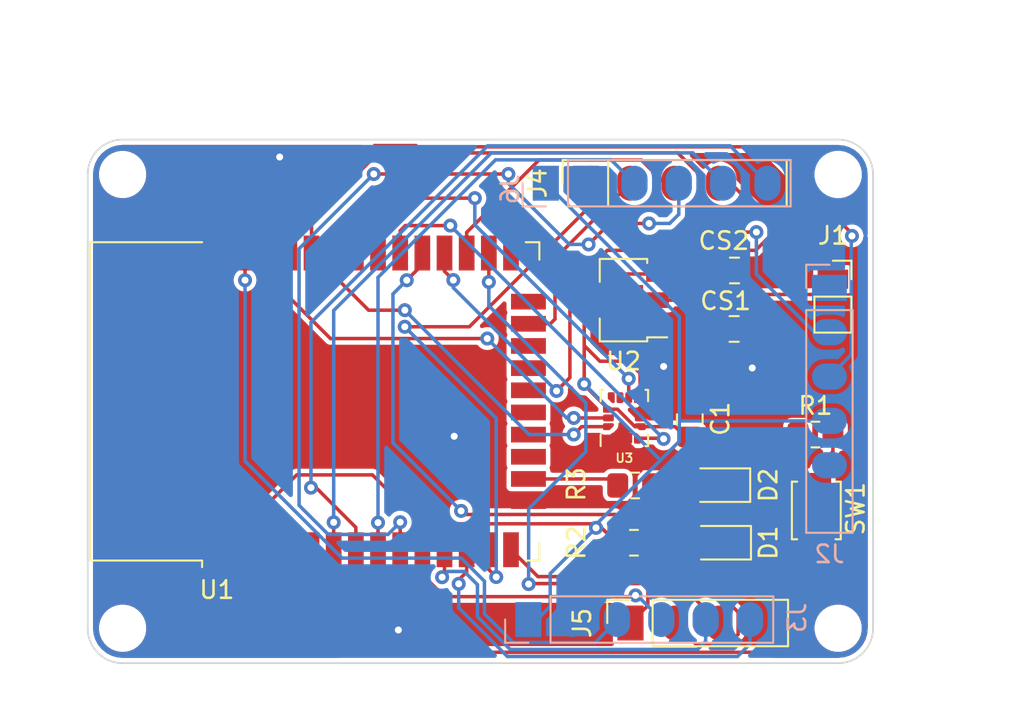
<source format=kicad_pcb>
(kicad_pcb (version 20171130) (host pcbnew "(5.1.12)-1")

  (general
    (thickness 1.6)
    (drawings 14)
    (tracks 347)
    (zones 0)
    (modules 22)
    (nets 29)
  )

  (page A4)
  (layers
    (0 F.Cu signal)
    (31 B.Cu signal)
    (32 B.Adhes user)
    (33 F.Adhes user)
    (34 B.Paste user)
    (35 F.Paste user)
    (36 B.SilkS user)
    (37 F.SilkS user)
    (38 B.Mask user)
    (39 F.Mask user)
    (40 Dwgs.User user)
    (41 Cmts.User user)
    (42 Eco1.User user)
    (43 Eco2.User user)
    (44 Edge.Cuts user)
    (45 Margin user)
    (46 B.CrtYd user)
    (47 F.CrtYd user)
    (48 B.Fab user)
    (49 F.Fab user)
  )

  (setup
    (last_trace_width 0.2)
    (user_trace_width 0.2)
    (trace_clearance 0.15)
    (zone_clearance 0.254)
    (zone_45_only no)
    (trace_min 0.2)
    (via_size 0.8)
    (via_drill 0.4)
    (via_min_size 0.4)
    (via_min_drill 0.3)
    (uvia_size 0.3)
    (uvia_drill 0.1)
    (uvias_allowed no)
    (uvia_min_size 0.2)
    (uvia_min_drill 0.1)
    (edge_width 0.1)
    (segment_width 0.2)
    (pcb_text_width 0.3)
    (pcb_text_size 1.5 1.5)
    (mod_edge_width 0.15)
    (mod_text_size 1 1)
    (mod_text_width 0.15)
    (pad_size 1.524 1.524)
    (pad_drill 0.762)
    (pad_to_mask_clearance 0)
    (aux_axis_origin 0 0)
    (visible_elements 7FFDF7FF)
    (pcbplotparams
      (layerselection 0x010fc_ffffffff)
      (usegerberextensions false)
      (usegerberattributes true)
      (usegerberadvancedattributes true)
      (creategerberjobfile true)
      (excludeedgelayer true)
      (linewidth 0.100000)
      (plotframeref false)
      (viasonmask false)
      (mode 1)
      (useauxorigin false)
      (hpglpennumber 1)
      (hpglpenspeed 20)
      (hpglpendiameter 15.000000)
      (psnegative false)
      (psa4output false)
      (plotreference true)
      (plotvalue true)
      (plotinvisibletext false)
      (padsonsilk false)
      (subtractmaskfromsilk false)
      (outputformat 1)
      (mirror false)
      (drillshape 1)
      (scaleselection 1)
      (outputdirectory ""))
  )

  (net 0 "")
  (net 1 GND)
  (net 2 +3V3)
  (net 3 +3V8)
  (net 4 "Net-(D1-Pad2)")
  (net 5 "Net-(D2-Pad2)")
  (net 6 /TX)
  (net 7 /RX)
  (net 8 /AUX_1)
  (net 9 /AUX_2)
  (net 10 /AUX_3)
  (net 11 /AUX_4)
  (net 12 /1_1)
  (net 13 /1_2)
  (net 14 /1_3)
  (net 15 /1_4)
  (net 16 /2_1)
  (net 17 /2_2)
  (net 18 /2_3)
  (net 19 /AUX_5)
  (net 20 /AUX_6)
  (net 21 /AUX_7)
  (net 22 /AUX_8)
  (net 23 /RESET)
  (net 24 /LED)
  (net 25 SCL)
  (net 26 SDA)
  (net 27 INT2)
  (net 28 INT1)

  (net_class Default "This is the default net class."
    (clearance 0.15)
    (trace_width 0.2)
    (via_dia 0.8)
    (via_drill 0.4)
    (uvia_dia 0.3)
    (uvia_drill 0.1)
    (add_net +3V3)
    (add_net +3V8)
    (add_net /1_1)
    (add_net /1_2)
    (add_net /1_3)
    (add_net /1_4)
    (add_net /2_1)
    (add_net /2_2)
    (add_net /2_3)
    (add_net /AUX_1)
    (add_net /AUX_2)
    (add_net /AUX_3)
    (add_net /AUX_4)
    (add_net /AUX_5)
    (add_net /AUX_6)
    (add_net /AUX_7)
    (add_net /AUX_8)
    (add_net /LED)
    (add_net /RESET)
    (add_net /RX)
    (add_net /TX)
    (add_net GND)
    (add_net INT1)
    (add_net INT2)
    (add_net "Net-(D1-Pad2)")
    (add_net "Net-(D2-Pad2)")
    (add_net SCL)
    (add_net SDA)
  )

  (module Package_LGA:LGA-14_3x2.5mm_P0.5mm_LayoutBorder3x4y (layer F.Cu) (tedit 5D9F7937) (tstamp 63A2F342)
    (at 150.75 95.95 90)
    (descr "LGA, 14 Pin (http://www.st.com/resource/en/datasheet/lsm6ds3.pdf), generated with kicad-footprint-generator ipc_noLead_generator.py")
    (tags "LGA NoLead")
    (path /63ACA50B/63A2B005)
    (attr smd)
    (fp_text reference U3 (at -2.3 0 180) (layer F.SilkS)
      (effects (font (size 0.5 0.5) (thickness 0.1)))
    )
    (fp_text value LSM6DS3 (at 0 2.2 90) (layer F.Fab)
      (effects (font (size 1 1) (thickness 0.15)))
    )
    (fp_line (start 1.75 -1.5) (end -1.75 -1.5) (layer F.CrtYd) (width 0.05))
    (fp_line (start 1.75 1.5) (end 1.75 -1.5) (layer F.CrtYd) (width 0.05))
    (fp_line (start -1.75 1.5) (end 1.75 1.5) (layer F.CrtYd) (width 0.05))
    (fp_line (start -1.75 -1.5) (end -1.75 1.5) (layer F.CrtYd) (width 0.05))
    (fp_line (start -1.5 -0.625) (end -0.875 -1.25) (layer F.Fab) (width 0.1))
    (fp_line (start -1.5 1.25) (end -1.5 -0.625) (layer F.Fab) (width 0.1))
    (fp_line (start 1.5 1.25) (end -1.5 1.25) (layer F.Fab) (width 0.1))
    (fp_line (start 1.5 -1.25) (end 1.5 1.25) (layer F.Fab) (width 0.1))
    (fp_line (start -0.875 -1.25) (end 1.5 -1.25) (layer F.Fab) (width 0.1))
    (fp_line (start -0.96 -1.36) (end -1.61 -1.36) (layer F.SilkS) (width 0.12))
    (fp_line (start 1.61 1.36) (end 1.61 1.21) (layer F.SilkS) (width 0.12))
    (fp_line (start 0.96 1.36) (end 1.61 1.36) (layer F.SilkS) (width 0.12))
    (fp_line (start -1.61 1.36) (end -1.61 1.21) (layer F.SilkS) (width 0.12))
    (fp_line (start -0.96 1.36) (end -1.61 1.36) (layer F.SilkS) (width 0.12))
    (fp_line (start 1.61 -1.36) (end 1.61 -1.21) (layer F.SilkS) (width 0.12))
    (fp_line (start 0.96 -1.36) (end 1.61 -1.36) (layer F.SilkS) (width 0.12))
    (fp_text user %R (at 0 0 90) (layer F.Fab)
      (effects (font (size 0.75 0.75) (thickness 0.11)))
    )
    (pad 14 smd custom (at -0.5 -0.9125 90) (size 0.223223 0.223223) (layers F.Cu F.Paste F.Mask)
      (net 26 SDA)
      (options (clearance outline) (anchor circle))
      (primitives
        (gr_poly (pts
           (xy -0.125 -0.2375) (xy 0.125 -0.2375) (xy 0.125 0.2375) (xy 0.081066 0.2375) (xy -0.125 0.031434)
) (width 0.15))
      ))
    (pad 13 smd roundrect (at 0 -0.9125 90) (size 0.4 0.625) (layers F.Cu F.Paste F.Mask) (roundrect_rratio 0.25)
      (net 25 SCL))
    (pad 12 smd custom (at 0.5 -0.9125 90) (size 0.223223 0.223223) (layers F.Cu F.Paste F.Mask)
      (net 2 +3V3)
      (options (clearance outline) (anchor circle))
      (primitives
        (gr_poly (pts
           (xy -0.125 -0.2375) (xy 0.125 -0.2375) (xy 0.125 0.031434) (xy -0.081066 0.2375) (xy -0.125 0.2375)
) (width 0.15))
      ))
    (pad 11 smd custom (at 1.1625 -0.75 90) (size 0.223223 0.223223) (layers F.Cu F.Paste F.Mask)
      (options (clearance outline) (anchor circle))
      (primitives
        (gr_poly (pts
           (xy -0.2375 0.081066) (xy -0.031434 -0.125) (xy 0.2375 -0.125) (xy 0.2375 0.125) (xy -0.2375 0.125)
) (width 0.15))
      ))
    (pad 10 smd roundrect (at 1.1625 -0.25 90) (size 0.625 0.4) (layers F.Cu F.Paste F.Mask) (roundrect_rratio 0.25))
    (pad 9 smd roundrect (at 1.1625 0.25 90) (size 0.625 0.4) (layers F.Cu F.Paste F.Mask) (roundrect_rratio 0.25)
      (net 27 INT2))
    (pad 8 smd custom (at 1.1625 0.75 90) (size 0.223223 0.223223) (layers F.Cu F.Paste F.Mask)
      (net 2 +3V3)
      (options (clearance outline) (anchor circle))
      (primitives
        (gr_poly (pts
           (xy -0.2375 -0.125) (xy 0.2375 -0.125) (xy 0.2375 0.125) (xy -0.031434 0.125) (xy -0.2375 -0.081066)
) (width 0.15))
      ))
    (pad 7 smd custom (at 0.5 0.9125 90) (size 0.223223 0.223223) (layers F.Cu F.Paste F.Mask)
      (net 1 GND)
      (options (clearance outline) (anchor circle))
      (primitives
        (gr_poly (pts
           (xy -0.125 -0.2375) (xy -0.081066 -0.2375) (xy 0.125 -0.031434) (xy 0.125 0.2375) (xy -0.125 0.2375)
) (width 0.15))
      ))
    (pad 6 smd roundrect (at 0 0.9125 90) (size 0.4 0.625) (layers F.Cu F.Paste F.Mask) (roundrect_rratio 0.25)
      (net 1 GND))
    (pad 5 smd custom (at -0.5 0.9125 90) (size 0.223223 0.223223) (layers F.Cu F.Paste F.Mask)
      (net 2 +3V3)
      (options (clearance outline) (anchor circle))
      (primitives
        (gr_poly (pts
           (xy -0.125 -0.031434) (xy 0.081066 -0.2375) (xy 0.125 -0.2375) (xy 0.125 0.2375) (xy -0.125 0.2375)
) (width 0.15))
      ))
    (pad 4 smd custom (at -1.1625 0.75 90) (size 0.223223 0.223223) (layers F.Cu F.Paste F.Mask)
      (net 28 INT1)
      (options (clearance outline) (anchor circle))
      (primitives
        (gr_poly (pts
           (xy -0.2375 -0.125) (xy 0.2375 -0.125) (xy 0.2375 -0.081066) (xy 0.031434 0.125) (xy -0.2375 0.125)
) (width 0.15))
      ))
    (pad 3 smd roundrect (at -1.1625 0.25 90) (size 0.625 0.4) (layers F.Cu F.Paste F.Mask) (roundrect_rratio 0.25)
      (net 1 GND))
    (pad 2 smd roundrect (at -1.1625 -0.25 90) (size 0.625 0.4) (layers F.Cu F.Paste F.Mask) (roundrect_rratio 0.25)
      (net 1 GND))
    (pad 1 smd custom (at -1.1625 -0.75 90) (size 0.223223 0.223223) (layers F.Cu F.Paste F.Mask)
      (net 1 GND)
      (options (clearance outline) (anchor circle))
      (primitives
        (gr_poly (pts
           (xy -0.2375 -0.125) (xy 0.031434 -0.125) (xy 0.2375 0.081066) (xy 0.2375 0.125) (xy -0.2375 0.125)
) (width 0.15))
      ))
    (model ${KISYS3DMOD}/Package_LGA.3dshapes/LGA-14_3x2.5mm_P0.5mm_LayoutBorder3x4y.wrl
      (at (xyz 0 0 0))
      (scale (xyz 1 1 1))
      (rotate (xyz 0 0 0))
    )
  )

  (module Package_TO_SOT_SMD:SOT-89-3 (layer F.Cu) (tedit 5C33D6E8) (tstamp 63A2F31F)
    (at 151 89.2 180)
    (descr "SOT-89-3, http://ww1.microchip.com/downloads/en/DeviceDoc/3L_SOT-89_MB_C04-029C.pdf")
    (tags SOT-89-3)
    (path /621150C1)
    (attr smd)
    (fp_text reference U2 (at 0.3 -3.5) (layer F.SilkS)
      (effects (font (size 1 1) (thickness 0.15)))
    )
    (fp_text value HT7533-1-SOT89 (at 0.3 3.5) (layer F.Fab)
      (effects (font (size 1 1) (thickness 0.15)))
    )
    (fp_line (start -1.06 2.36) (end -1.06 2.13) (layer F.SilkS) (width 0.12))
    (fp_line (start -1.06 -2.36) (end -1.06 -2.13) (layer F.SilkS) (width 0.12))
    (fp_line (start -1.06 -2.36) (end 1.66 -2.36) (layer F.SilkS) (width 0.12))
    (fp_line (start -2.55 2.5) (end -2.55 -2.5) (layer F.CrtYd) (width 0.05))
    (fp_line (start -2.55 2.5) (end 2.55 2.5) (layer F.CrtYd) (width 0.05))
    (fp_line (start 2.55 -2.5) (end -2.55 -2.5) (layer F.CrtYd) (width 0.05))
    (fp_line (start 2.55 -2.5) (end 2.55 2.5) (layer F.CrtYd) (width 0.05))
    (fp_line (start 0.05 -2.25) (end 1.55 -2.25) (layer F.Fab) (width 0.1))
    (fp_line (start -0.95 2.25) (end -0.95 -1.25) (layer F.Fab) (width 0.1))
    (fp_line (start 1.55 2.25) (end -0.95 2.25) (layer F.Fab) (width 0.1))
    (fp_line (start 1.55 -2.25) (end 1.55 2.25) (layer F.Fab) (width 0.1))
    (fp_line (start -0.95 -1.25) (end 0.05 -2.25) (layer F.Fab) (width 0.1))
    (fp_line (start 1.66 -2.36) (end 1.66 -1.05) (layer F.SilkS) (width 0.12))
    (fp_line (start -2.2 -2.13) (end -1.06 -2.13) (layer F.SilkS) (width 0.12))
    (fp_line (start 1.66 2.36) (end -1.06 2.36) (layer F.SilkS) (width 0.12))
    (fp_line (start 1.66 1.05) (end 1.66 2.36) (layer F.SilkS) (width 0.12))
    (fp_text user %R (at 0.5 0 90) (layer F.Fab)
      (effects (font (size 1 1) (thickness 0.15)))
    )
    (pad 2 smd custom (at -1.5625 0 180) (size 1.475 0.9) (layers F.Cu F.Paste F.Mask)
      (net 3 +3V8) (zone_connect 2)
      (options (clearance outline) (anchor rect))
      (primitives
        (gr_poly (pts
           (xy 0.7375 -0.8665) (xy 3.8625 -0.8665) (xy 3.8625 0.8665) (xy 0.7375 0.8665)) (width 0))
      ))
    (pad 3 smd rect (at -1.65 1.5 180) (size 1.3 0.9) (layers F.Cu F.Paste F.Mask)
      (net 2 +3V3))
    (pad 1 smd rect (at -1.65 -1.5 180) (size 1.3 0.9) (layers F.Cu F.Paste F.Mask)
      (net 1 GND))
    (model ${KISYS3DMOD}/Package_TO_SOT_SMD.3dshapes/SOT-89-3.wrl
      (at (xyz 0 0 0))
      (scale (xyz 1 1 1))
      (rotate (xyz 0 0 0))
    )
  )

  (module RF_Module:ESP32-WROOM-32 (layer F.Cu) (tedit 5B5B4654) (tstamp 63A2F307)
    (at 136 95 90)
    (descr "Single 2.4 GHz Wi-Fi and Bluetooth combo chip https://www.espressif.com/sites/default/files/documentation/esp32-wroom-32_datasheet_en.pdf")
    (tags "Single 2.4 GHz Wi-Fi and Bluetooth combo  chip")
    (path /63A5C5A3)
    (attr smd)
    (fp_text reference U1 (at -10.8 -8.6) (layer F.SilkS)
      (effects (font (size 1 1) (thickness 0.15)))
    )
    (fp_text value ESP32-WROOM-32 (at 0 11.5 90) (layer F.Fab)
      (effects (font (size 1 1) (thickness 0.15)))
    )
    (fp_line (start -9.12 -9.445) (end -9.5 -9.445) (layer F.SilkS) (width 0.12))
    (fp_line (start -9.12 -15.865) (end -9.12 -9.445) (layer F.SilkS) (width 0.12))
    (fp_line (start 9.12 -15.865) (end 9.12 -9.445) (layer F.SilkS) (width 0.12))
    (fp_line (start -9.12 -15.865) (end 9.12 -15.865) (layer F.SilkS) (width 0.12))
    (fp_line (start 9.12 9.88) (end 8.12 9.88) (layer F.SilkS) (width 0.12))
    (fp_line (start 9.12 9.1) (end 9.12 9.88) (layer F.SilkS) (width 0.12))
    (fp_line (start -9.12 9.88) (end -8.12 9.88) (layer F.SilkS) (width 0.12))
    (fp_line (start -9.12 9.1) (end -9.12 9.88) (layer F.SilkS) (width 0.12))
    (fp_line (start 8.4 -20.6) (end 8.2 -20.4) (layer Cmts.User) (width 0.1))
    (fp_line (start 8.4 -16) (end 8.4 -20.6) (layer Cmts.User) (width 0.1))
    (fp_line (start 8.4 -20.6) (end 8.6 -20.4) (layer Cmts.User) (width 0.1))
    (fp_line (start 8.4 -16) (end 8.6 -16.2) (layer Cmts.User) (width 0.1))
    (fp_line (start 8.4 -16) (end 8.2 -16.2) (layer Cmts.User) (width 0.1))
    (fp_line (start -9.2 -13.875) (end -9.4 -14.075) (layer Cmts.User) (width 0.1))
    (fp_line (start -13.8 -13.875) (end -9.2 -13.875) (layer Cmts.User) (width 0.1))
    (fp_line (start -9.2 -13.875) (end -9.4 -13.675) (layer Cmts.User) (width 0.1))
    (fp_line (start -13.8 -13.875) (end -13.6 -13.675) (layer Cmts.User) (width 0.1))
    (fp_line (start -13.8 -13.875) (end -13.6 -14.075) (layer Cmts.User) (width 0.1))
    (fp_line (start 9.2 -13.875) (end 9.4 -13.675) (layer Cmts.User) (width 0.1))
    (fp_line (start 9.2 -13.875) (end 9.4 -14.075) (layer Cmts.User) (width 0.1))
    (fp_line (start 13.8 -13.875) (end 13.6 -13.675) (layer Cmts.User) (width 0.1))
    (fp_line (start 13.8 -13.875) (end 13.6 -14.075) (layer Cmts.User) (width 0.1))
    (fp_line (start 9.2 -13.875) (end 13.8 -13.875) (layer Cmts.User) (width 0.1))
    (fp_line (start 14 -11.585) (end 12 -9.97) (layer Dwgs.User) (width 0.1))
    (fp_line (start 14 -13.2) (end 10 -9.97) (layer Dwgs.User) (width 0.1))
    (fp_line (start 14 -14.815) (end 8 -9.97) (layer Dwgs.User) (width 0.1))
    (fp_line (start 14 -16.43) (end 6 -9.97) (layer Dwgs.User) (width 0.1))
    (fp_line (start 14 -18.045) (end 4 -9.97) (layer Dwgs.User) (width 0.1))
    (fp_line (start 14 -19.66) (end 2 -9.97) (layer Dwgs.User) (width 0.1))
    (fp_line (start 13.475 -20.75) (end 0 -9.97) (layer Dwgs.User) (width 0.1))
    (fp_line (start 11.475 -20.75) (end -2 -9.97) (layer Dwgs.User) (width 0.1))
    (fp_line (start 9.475 -20.75) (end -4 -9.97) (layer Dwgs.User) (width 0.1))
    (fp_line (start 7.475 -20.75) (end -6 -9.97) (layer Dwgs.User) (width 0.1))
    (fp_line (start -8 -9.97) (end 5.475 -20.75) (layer Dwgs.User) (width 0.1))
    (fp_line (start 3.475 -20.75) (end -10 -9.97) (layer Dwgs.User) (width 0.1))
    (fp_line (start 1.475 -20.75) (end -12 -9.97) (layer Dwgs.User) (width 0.1))
    (fp_line (start -0.525 -20.75) (end -14 -9.97) (layer Dwgs.User) (width 0.1))
    (fp_line (start -2.525 -20.75) (end -14 -11.585) (layer Dwgs.User) (width 0.1))
    (fp_line (start -4.525 -20.75) (end -14 -13.2) (layer Dwgs.User) (width 0.1))
    (fp_line (start -6.525 -20.75) (end -14 -14.815) (layer Dwgs.User) (width 0.1))
    (fp_line (start -8.525 -20.75) (end -14 -16.43) (layer Dwgs.User) (width 0.1))
    (fp_line (start -10.525 -20.75) (end -14 -18.045) (layer Dwgs.User) (width 0.1))
    (fp_line (start -12.525 -20.75) (end -14 -19.66) (layer Dwgs.User) (width 0.1))
    (fp_line (start 9.75 -9.72) (end 14.25 -9.72) (layer F.CrtYd) (width 0.05))
    (fp_line (start -14.25 -9.72) (end -9.75 -9.72) (layer F.CrtYd) (width 0.05))
    (fp_line (start 14.25 -21) (end 14.25 -9.72) (layer F.CrtYd) (width 0.05))
    (fp_line (start -14.25 -21) (end -14.25 -9.72) (layer F.CrtYd) (width 0.05))
    (fp_line (start 14 -20.75) (end -14 -20.75) (layer Dwgs.User) (width 0.1))
    (fp_line (start 14 -9.97) (end 14 -20.75) (layer Dwgs.User) (width 0.1))
    (fp_line (start 14 -9.97) (end -14 -9.97) (layer Dwgs.User) (width 0.1))
    (fp_line (start -9 -9.02) (end -8.5 -9.52) (layer F.Fab) (width 0.1))
    (fp_line (start -8.5 -9.52) (end -9 -10.02) (layer F.Fab) (width 0.1))
    (fp_line (start -9 -9.02) (end -9 9.76) (layer F.Fab) (width 0.1))
    (fp_line (start -14.25 -21) (end 14.25 -21) (layer F.CrtYd) (width 0.05))
    (fp_line (start 9.75 -9.72) (end 9.75 10.5) (layer F.CrtYd) (width 0.05))
    (fp_line (start -9.75 10.5) (end 9.75 10.5) (layer F.CrtYd) (width 0.05))
    (fp_line (start -9.75 10.5) (end -9.75 -9.72) (layer F.CrtYd) (width 0.05))
    (fp_line (start -9 -15.745) (end 9 -15.745) (layer F.Fab) (width 0.1))
    (fp_line (start -9 -15.745) (end -9 -10.02) (layer F.Fab) (width 0.1))
    (fp_line (start -9 9.76) (end 9 9.76) (layer F.Fab) (width 0.1))
    (fp_line (start 9 9.76) (end 9 -15.745) (layer F.Fab) (width 0.1))
    (fp_line (start -14 -9.97) (end -14 -20.75) (layer Dwgs.User) (width 0.1))
    (fp_text user "5 mm" (at 7.8 -19.075) (layer Cmts.User)
      (effects (font (size 0.5 0.5) (thickness 0.1)))
    )
    (fp_text user "5 mm" (at -11.2 -14.375 90) (layer Cmts.User)
      (effects (font (size 0.5 0.5) (thickness 0.1)))
    )
    (fp_text user "5 mm" (at 11.8 -14.375 90) (layer Cmts.User)
      (effects (font (size 0.5 0.5) (thickness 0.1)))
    )
    (fp_text user Antenna (at 0 -13 90) (layer Cmts.User)
      (effects (font (size 1 1) (thickness 0.15)))
    )
    (fp_text user "KEEP-OUT ZONE" (at 0 -19 90) (layer Cmts.User)
      (effects (font (size 1 1) (thickness 0.15)))
    )
    (fp_text user %R (at 0 0 90) (layer F.Fab)
      (effects (font (size 1 1) (thickness 0.15)))
    )
    (pad 38 smd rect (at 8.5 -8.255 90) (size 2 0.9) (layers F.Cu F.Paste F.Mask)
      (net 1 GND))
    (pad 37 smd rect (at 8.5 -6.985 90) (size 2 0.9) (layers F.Cu F.Paste F.Mask)
      (net 8 /AUX_1))
    (pad 36 smd rect (at 8.5 -5.715 90) (size 2 0.9) (layers F.Cu F.Paste F.Mask)
      (net 25 SCL))
    (pad 35 smd rect (at 8.5 -4.445 90) (size 2 0.9) (layers F.Cu F.Paste F.Mask)
      (net 7 /RX))
    (pad 34 smd rect (at 8.5 -3.175 90) (size 2 0.9) (layers F.Cu F.Paste F.Mask)
      (net 6 /TX))
    (pad 33 smd rect (at 8.5 -1.905 90) (size 2 0.9) (layers F.Cu F.Paste F.Mask)
      (net 26 SDA))
    (pad 32 smd rect (at 8.5 -0.635 90) (size 2 0.9) (layers F.Cu F.Paste F.Mask))
    (pad 31 smd rect (at 8.5 0.635 90) (size 2 0.9) (layers F.Cu F.Paste F.Mask)
      (net 27 INT2))
    (pad 30 smd rect (at 8.5 1.905 90) (size 2 0.9) (layers F.Cu F.Paste F.Mask)
      (net 28 INT1))
    (pad 29 smd rect (at 8.5 3.175 90) (size 2 0.9) (layers F.Cu F.Paste F.Mask)
      (net 17 /2_2))
    (pad 28 smd rect (at 8.5 4.445 90) (size 2 0.9) (layers F.Cu F.Paste F.Mask)
      (net 15 /1_4))
    (pad 27 smd rect (at 8.5 5.715 90) (size 2 0.9) (layers F.Cu F.Paste F.Mask)
      (net 14 /1_3))
    (pad 26 smd rect (at 8.5 6.985 90) (size 2 0.9) (layers F.Cu F.Paste F.Mask)
      (net 16 /2_1))
    (pad 25 smd rect (at 8.5 8.255 90) (size 2 0.9) (layers F.Cu F.Paste F.Mask))
    (pad 24 smd rect (at 5.715 9.255 180) (size 2 0.9) (layers F.Cu F.Paste F.Mask))
    (pad 23 smd rect (at 4.445 9.255 180) (size 2 0.9) (layers F.Cu F.Paste F.Mask)
      (net 13 /1_2))
    (pad 22 smd rect (at 3.175 9.255 180) (size 2 0.9) (layers F.Cu F.Paste F.Mask))
    (pad 21 smd rect (at 1.905 9.255 180) (size 2 0.9) (layers F.Cu F.Paste F.Mask))
    (pad 20 smd rect (at 0.635 9.255 180) (size 2 0.9) (layers F.Cu F.Paste F.Mask))
    (pad 19 smd rect (at -0.635 9.255 180) (size 2 0.9) (layers F.Cu F.Paste F.Mask))
    (pad 18 smd rect (at -1.905 9.255 180) (size 2 0.9) (layers F.Cu F.Paste F.Mask))
    (pad 17 smd rect (at -3.175 9.255 180) (size 2 0.9) (layers F.Cu F.Paste F.Mask))
    (pad 16 smd rect (at -4.445 9.255 180) (size 2 0.9) (layers F.Cu F.Paste F.Mask)
      (net 24 /LED))
    (pad 15 smd rect (at -5.715 9.255 180) (size 2 0.9) (layers F.Cu F.Paste F.Mask)
      (net 1 GND))
    (pad 14 smd rect (at -8.5 8.255 90) (size 2 0.9) (layers F.Cu F.Paste F.Mask)
      (net 18 /2_3))
    (pad 13 smd rect (at -8.5 6.985 90) (size 2 0.9) (layers F.Cu F.Paste F.Mask)
      (net 12 /1_1))
    (pad 12 smd rect (at -8.5 5.715 90) (size 2 0.9) (layers F.Cu F.Paste F.Mask)
      (net 11 /AUX_4))
    (pad 11 smd rect (at -8.5 4.445 90) (size 2 0.9) (layers F.Cu F.Paste F.Mask)
      (net 10 /AUX_3))
    (pad 10 smd rect (at -8.5 3.175 90) (size 2 0.9) (layers F.Cu F.Paste F.Mask)
      (net 9 /AUX_2))
    (pad 9 smd rect (at -8.5 1.905 90) (size 2 0.9) (layers F.Cu F.Paste F.Mask)
      (net 20 /AUX_6))
    (pad 8 smd rect (at -8.5 0.635 90) (size 2 0.9) (layers F.Cu F.Paste F.Mask)
      (net 19 /AUX_5))
    (pad 7 smd rect (at -8.5 -0.635 90) (size 2 0.9) (layers F.Cu F.Paste F.Mask)
      (net 22 /AUX_8))
    (pad 6 smd rect (at -8.5 -1.905 90) (size 2 0.9) (layers F.Cu F.Paste F.Mask)
      (net 21 /AUX_7))
    (pad 5 smd rect (at -8.5 -3.175 90) (size 2 0.9) (layers F.Cu F.Paste F.Mask))
    (pad 4 smd rect (at -8.5 -4.445 90) (size 2 0.9) (layers F.Cu F.Paste F.Mask))
    (pad 3 smd rect (at -8.5 -5.715 90) (size 2 0.9) (layers F.Cu F.Paste F.Mask)
      (net 23 /RESET))
    (pad 2 smd rect (at -8.5 -6.985 90) (size 2 0.9) (layers F.Cu F.Paste F.Mask)
      (net 2 +3V3))
    (pad 1 smd rect (at -8.5 -8.255 90) (size 2 0.9) (layers F.Cu F.Paste F.Mask)
      (net 1 GND))
    (pad 39 smd rect (at -1 -0.755 90) (size 5 5) (layers F.Cu F.Paste F.Mask)
      (net 1 GND))
    (model ${KISYS3DMOD}/RF_Module.3dshapes/ESP32-WROOM-32.wrl
      (at (xyz 0 0 0))
      (scale (xyz 1 1 1))
      (rotate (xyz 0 0 0))
    )
  )

  (module Button_Switch_SMD:SW_SPST_B3U-1000P (layer F.Cu) (tedit 5A02FC95) (tstamp 63A2F298)
    (at 161.75 101.25 90)
    (descr "Ultra-small-sized Tactile Switch with High Contact Reliability, Top-actuated Model, without Ground Terminal, without Boss")
    (tags "Tactile Switch")
    (path /5D7AC3DB)
    (attr smd)
    (fp_text reference SW1 (at 0.1 2.25 90) (layer F.SilkS)
      (effects (font (size 1 1) (thickness 0.15)))
    )
    (fp_text value RESET (at 0 2.5 90) (layer F.Fab)
      (effects (font (size 1 1) (thickness 0.15)))
    )
    (fp_circle (center 0 0) (end 0.75 0) (layer F.Fab) (width 0.1))
    (fp_line (start -1.5 1.25) (end -1.5 -1.25) (layer F.Fab) (width 0.1))
    (fp_line (start 1.5 1.25) (end -1.5 1.25) (layer F.Fab) (width 0.1))
    (fp_line (start 1.5 -1.25) (end 1.5 1.25) (layer F.Fab) (width 0.1))
    (fp_line (start -1.5 -1.25) (end 1.5 -1.25) (layer F.Fab) (width 0.1))
    (fp_line (start 1.65 -1.4) (end 1.65 -1.1) (layer F.SilkS) (width 0.12))
    (fp_line (start -1.65 -1.4) (end 1.65 -1.4) (layer F.SilkS) (width 0.12))
    (fp_line (start -1.65 -1.1) (end -1.65 -1.4) (layer F.SilkS) (width 0.12))
    (fp_line (start 1.65 1.4) (end 1.65 1.1) (layer F.SilkS) (width 0.12))
    (fp_line (start -1.65 1.4) (end 1.65 1.4) (layer F.SilkS) (width 0.12))
    (fp_line (start -1.65 1.1) (end -1.65 1.4) (layer F.SilkS) (width 0.12))
    (fp_line (start -2.4 -1.65) (end -2.4 1.65) (layer F.CrtYd) (width 0.05))
    (fp_line (start 2.4 -1.65) (end -2.4 -1.65) (layer F.CrtYd) (width 0.05))
    (fp_line (start 2.4 1.65) (end 2.4 -1.65) (layer F.CrtYd) (width 0.05))
    (fp_line (start -2.4 1.65) (end 2.4 1.65) (layer F.CrtYd) (width 0.05))
    (fp_text user %R (at 0 -2.5 90) (layer F.Fab)
      (effects (font (size 1 1) (thickness 0.15)))
    )
    (pad 2 smd rect (at 1.7 0 90) (size 0.9 1.7) (layers F.Cu F.Paste F.Mask)
      (net 23 /RESET))
    (pad 1 smd rect (at -1.7 0 90) (size 0.9 1.7) (layers F.Cu F.Paste F.Mask)
      (net 1 GND))
    (model ${KISYS3DMOD}/Button_Switch_SMD.3dshapes/SW_SPST_B3U-1000P.wrl
      (at (xyz 0 0 0))
      (scale (xyz 1 1 1))
      (rotate (xyz 0 0 0))
    )
  )

  (module Resistor_SMD:R_0805_2012Metric_Pad1.20x1.40mm_HandSolder (layer F.Cu) (tedit 5F68FEEE) (tstamp 63A2F282)
    (at 151.37 99.82)
    (descr "Resistor SMD 0805 (2012 Metric), square (rectangular) end terminal, IPC_7351 nominal with elongated pad for handsoldering. (Body size source: IPC-SM-782 page 72, https://www.pcb-3d.com/wordpress/wp-content/uploads/ipc-sm-782a_amendment_1_and_2.pdf), generated with kicad-footprint-generator")
    (tags "resistor handsolder")
    (path /62C2BE6A)
    (attr smd)
    (fp_text reference R3 (at -3.37 -0.07 90) (layer F.SilkS)
      (effects (font (size 1 1) (thickness 0.15)))
    )
    (fp_text value 1k (at 0 1.65) (layer F.Fab)
      (effects (font (size 1 1) (thickness 0.15)))
    )
    (fp_line (start 1.85 0.95) (end -1.85 0.95) (layer F.CrtYd) (width 0.05))
    (fp_line (start 1.85 -0.95) (end 1.85 0.95) (layer F.CrtYd) (width 0.05))
    (fp_line (start -1.85 -0.95) (end 1.85 -0.95) (layer F.CrtYd) (width 0.05))
    (fp_line (start -1.85 0.95) (end -1.85 -0.95) (layer F.CrtYd) (width 0.05))
    (fp_line (start -0.227064 0.735) (end 0.227064 0.735) (layer F.SilkS) (width 0.12))
    (fp_line (start -0.227064 -0.735) (end 0.227064 -0.735) (layer F.SilkS) (width 0.12))
    (fp_line (start 1 0.625) (end -1 0.625) (layer F.Fab) (width 0.1))
    (fp_line (start 1 -0.625) (end 1 0.625) (layer F.Fab) (width 0.1))
    (fp_line (start -1 -0.625) (end 1 -0.625) (layer F.Fab) (width 0.1))
    (fp_line (start -1 0.625) (end -1 -0.625) (layer F.Fab) (width 0.1))
    (fp_text user %R (at 0 0) (layer F.Fab)
      (effects (font (size 0.5 0.5) (thickness 0.08)))
    )
    (pad 2 smd roundrect (at 1 0) (size 1.2 1.4) (layers F.Cu F.Paste F.Mask) (roundrect_rratio 0.208333)
      (net 5 "Net-(D2-Pad2)"))
    (pad 1 smd roundrect (at -1 0) (size 1.2 1.4) (layers F.Cu F.Paste F.Mask) (roundrect_rratio 0.208333)
      (net 24 /LED))
    (model ${KISYS3DMOD}/Resistor_SMD.3dshapes/R_0805_2012Metric.wrl
      (at (xyz 0 0 0))
      (scale (xyz 1 1 1))
      (rotate (xyz 0 0 0))
    )
  )

  (module Resistor_SMD:R_0805_2012Metric_Pad1.20x1.40mm_HandSolder (layer F.Cu) (tedit 5F68FEEE) (tstamp 63A2F271)
    (at 151.3 103.1)
    (descr "Resistor SMD 0805 (2012 Metric), square (rectangular) end terminal, IPC_7351 nominal with elongated pad for handsoldering. (Body size source: IPC-SM-782 page 72, https://www.pcb-3d.com/wordpress/wp-content/uploads/ipc-sm-782a_amendment_1_and_2.pdf), generated with kicad-footprint-generator")
    (tags "resistor handsolder")
    (path /5D9581E3)
    (attr smd)
    (fp_text reference R2 (at -3.3 0 90) (layer F.SilkS)
      (effects (font (size 1 1) (thickness 0.15)))
    )
    (fp_text value 1k (at 0 1.65) (layer F.Fab)
      (effects (font (size 1 1) (thickness 0.15)))
    )
    (fp_line (start 1.85 0.95) (end -1.85 0.95) (layer F.CrtYd) (width 0.05))
    (fp_line (start 1.85 -0.95) (end 1.85 0.95) (layer F.CrtYd) (width 0.05))
    (fp_line (start -1.85 -0.95) (end 1.85 -0.95) (layer F.CrtYd) (width 0.05))
    (fp_line (start -1.85 0.95) (end -1.85 -0.95) (layer F.CrtYd) (width 0.05))
    (fp_line (start -0.227064 0.735) (end 0.227064 0.735) (layer F.SilkS) (width 0.12))
    (fp_line (start -0.227064 -0.735) (end 0.227064 -0.735) (layer F.SilkS) (width 0.12))
    (fp_line (start 1 0.625) (end -1 0.625) (layer F.Fab) (width 0.1))
    (fp_line (start 1 -0.625) (end 1 0.625) (layer F.Fab) (width 0.1))
    (fp_line (start -1 -0.625) (end 1 -0.625) (layer F.Fab) (width 0.1))
    (fp_line (start -1 0.625) (end -1 -0.625) (layer F.Fab) (width 0.1))
    (fp_text user %R (at 0 0) (layer F.Fab)
      (effects (font (size 0.5 0.5) (thickness 0.08)))
    )
    (pad 2 smd roundrect (at 1 0) (size 1.2 1.4) (layers F.Cu F.Paste F.Mask) (roundrect_rratio 0.208333)
      (net 4 "Net-(D1-Pad2)"))
    (pad 1 smd roundrect (at -1 0) (size 1.2 1.4) (layers F.Cu F.Paste F.Mask) (roundrect_rratio 0.208333)
      (net 2 +3V3))
    (model ${KISYS3DMOD}/Resistor_SMD.3dshapes/R_0805_2012Metric.wrl
      (at (xyz 0 0 0))
      (scale (xyz 1 1 1))
      (rotate (xyz 0 0 0))
    )
  )

  (module Resistor_SMD:R_0805_2012Metric_Pad1.20x1.40mm_HandSolder (layer F.Cu) (tedit 5F68FEEE) (tstamp 63A2F260)
    (at 161.7 96.9)
    (descr "Resistor SMD 0805 (2012 Metric), square (rectangular) end terminal, IPC_7351 nominal with elongated pad for handsoldering. (Body size source: IPC-SM-782 page 72, https://www.pcb-3d.com/wordpress/wp-content/uploads/ipc-sm-782a_amendment_1_and_2.pdf), generated with kicad-footprint-generator")
    (tags "resistor handsolder")
    (path /5D7C1A11)
    (attr smd)
    (fp_text reference R1 (at 0 -1.65) (layer F.SilkS)
      (effects (font (size 1 1) (thickness 0.15)))
    )
    (fp_text value 10K (at 0 1.65) (layer F.Fab)
      (effects (font (size 1 1) (thickness 0.15)))
    )
    (fp_line (start 1.85 0.95) (end -1.85 0.95) (layer F.CrtYd) (width 0.05))
    (fp_line (start 1.85 -0.95) (end 1.85 0.95) (layer F.CrtYd) (width 0.05))
    (fp_line (start -1.85 -0.95) (end 1.85 -0.95) (layer F.CrtYd) (width 0.05))
    (fp_line (start -1.85 0.95) (end -1.85 -0.95) (layer F.CrtYd) (width 0.05))
    (fp_line (start -0.227064 0.735) (end 0.227064 0.735) (layer F.SilkS) (width 0.12))
    (fp_line (start -0.227064 -0.735) (end 0.227064 -0.735) (layer F.SilkS) (width 0.12))
    (fp_line (start 1 0.625) (end -1 0.625) (layer F.Fab) (width 0.1))
    (fp_line (start 1 -0.625) (end 1 0.625) (layer F.Fab) (width 0.1))
    (fp_line (start -1 -0.625) (end 1 -0.625) (layer F.Fab) (width 0.1))
    (fp_line (start -1 0.625) (end -1 -0.625) (layer F.Fab) (width 0.1))
    (fp_text user %R (at 0 0) (layer F.Fab)
      (effects (font (size 0.5 0.5) (thickness 0.08)))
    )
    (pad 2 smd roundrect (at 1 0) (size 1.2 1.4) (layers F.Cu F.Paste F.Mask) (roundrect_rratio 0.208333)
      (net 23 /RESET))
    (pad 1 smd roundrect (at -1 0) (size 1.2 1.4) (layers F.Cu F.Paste F.Mask) (roundrect_rratio 0.208333)
      (net 2 +3V3))
    (model ${KISYS3DMOD}/Resistor_SMD.3dshapes/R_0805_2012Metric.wrl
      (at (xyz 0 0 0))
      (scale (xyz 1 1 1))
      (rotate (xyz 0 0 0))
    )
  )

  (module Board:SolderWire_1x06_P2.54mm (layer B.Cu) (tedit 620E5F94) (tstamp 63A2F24F)
    (at 146.25 82.5 270)
    (descr "Through hole straight socket strip, 1x06, 2.54mm pitch, single row (from Kicad 4.0.7), script generated")
    (tags "Through hole socket strip THT 1x06 2.54mm single row")
    (path /63A3DFC9)
    (fp_text reference J6 (at 0.35 2.05 90) (layer B.SilkS)
      (effects (font (size 1 1) (thickness 0.15)) (justify mirror))
    )
    (fp_text value Conn_01x06 (at 0 -15.47 90) (layer B.Fab)
      (effects (font (size 1 1) (thickness 0.15)) (justify mirror))
    )
    (fp_line (start -1.8 -14.45) (end -1.8 1.8) (layer B.CrtYd) (width 0.05))
    (fp_line (start 1.75 -14.45) (end -1.8 -14.45) (layer B.CrtYd) (width 0.05))
    (fp_line (start 1.75 1.8) (end 1.75 -14.45) (layer B.CrtYd) (width 0.05))
    (fp_line (start -1.8 1.8) (end 1.75 1.8) (layer B.CrtYd) (width 0.05))
    (fp_line (start 0 1.33) (end 1.33 1.33) (layer B.SilkS) (width 0.12))
    (fp_line (start 1.33 1.33) (end 1.33 0) (layer B.SilkS) (width 0.12))
    (fp_line (start 1.33 -1.27) (end 1.33 -14.03) (layer B.SilkS) (width 0.12))
    (fp_line (start -1.33 -14.03) (end 1.33 -14.03) (layer B.SilkS) (width 0.12))
    (fp_line (start -1.33 -1.27) (end -1.33 -14.03) (layer B.SilkS) (width 0.12))
    (fp_line (start -1.33 -1.27) (end 1.33 -1.27) (layer B.SilkS) (width 0.12))
    (fp_line (start -1.27 -13.97) (end -1.27 1.27) (layer B.Fab) (width 0.1))
    (fp_line (start 1.27 -13.97) (end -1.27 -13.97) (layer B.Fab) (width 0.1))
    (fp_line (start 1.27 0.635) (end 1.27 -13.97) (layer B.Fab) (width 0.1))
    (fp_line (start 0.635 1.27) (end 1.27 0.635) (layer B.Fab) (width 0.1))
    (fp_line (start -1.27 1.27) (end 0.635 1.27) (layer B.Fab) (width 0.1))
    (fp_text user %R (at -2 -6.35 180) (layer B.Fab)
      (effects (font (size 1 1) (thickness 0.15)) (justify mirror))
    )
    (pad 1 smd rect (at 0 0 270) (size 2 1.5) (layers B.Cu B.Paste B.Mask)
      (net 2 +3V3))
    (pad 2 smd oval (at 0 -2.54 270) (size 2 1.5) (layers B.Cu B.Paste B.Mask)
      (net 1 GND))
    (pad 3 smd oval (at 0 -5.08 270) (size 2 1.5) (layers B.Cu B.Paste B.Mask)
      (net 19 /AUX_5))
    (pad 4 smd oval (at 0 -7.62 270) (size 2 1.5) (layers B.Cu B.Paste B.Mask)
      (net 20 /AUX_6))
    (pad 5 smd oval (at 0 -10.16 270) (size 2 1.5) (layers B.Cu B.Paste B.Mask)
      (net 21 /AUX_7))
    (pad 6 smd oval (at 0 -12.7 270) (size 2 1.5) (layers B.Cu B.Paste B.Mask)
      (net 22 /AUX_8))
  )

  (module Board:SolderWire_1x04_P2.54mm (layer F.Cu) (tedit 62283C98) (tstamp 63A2F235)
    (at 151.1 107.7 90)
    (descr "Through hole straight socket strip, 1x06, 2.54mm pitch, single row (from Kicad 4.0.7), script generated")
    (tags "Through hole socket strip THT 1x06 2.54mm single row")
    (path /623F30A8)
    (fp_text reference J5 (at 0 -2.77 90) (layer F.SilkS)
      (effects (font (size 1 1) (thickness 0.15)))
    )
    (fp_text value Conn_01x04 (at 0 15.47 90) (layer F.Fab)
      (effects (font (size 1 1) (thickness 0.15)))
    )
    (fp_line (start -1.27 -1.27) (end 0.635 -1.27) (layer F.Fab) (width 0.1))
    (fp_line (start 0.635 -1.27) (end 1.27 -0.635) (layer F.Fab) (width 0.1))
    (fp_line (start 1.27 -0.635) (end 1.25 9) (layer F.Fab) (width 0.1))
    (fp_line (start 1.27 8.97) (end -1.27 8.97) (layer F.Fab) (width 0.1))
    (fp_line (start -1.25 9) (end -1.27 -1.27) (layer F.Fab) (width 0.1))
    (fp_line (start -1.33 1.27) (end 1.33 1.27) (layer F.SilkS) (width 0.12))
    (fp_line (start -1.33 1.27) (end -1.33 9.03) (layer F.SilkS) (width 0.12))
    (fp_line (start -1.33 9.03) (end 1.33 9.03) (layer F.SilkS) (width 0.12))
    (fp_line (start 1.33 1.27) (end 1.33 9.03) (layer F.SilkS) (width 0.12))
    (fp_line (start 1.33 -1.33) (end 1.33 0) (layer F.SilkS) (width 0.12))
    (fp_line (start 0 -1.33) (end 1.33 -1.33) (layer F.SilkS) (width 0.12))
    (fp_line (start -1.8 -1.8) (end 1.75 -1.8) (layer F.CrtYd) (width 0.05))
    (fp_line (start 1.75 -1.8) (end 1.75 9.45) (layer F.CrtYd) (width 0.05))
    (fp_line (start 1.75 9.45) (end -1.8 9.45) (layer F.CrtYd) (width 0.05))
    (fp_line (start -1.8 9.45) (end -1.8 -1.8) (layer F.CrtYd) (width 0.05))
    (fp_text user %R (at -2.1 6.9) (layer F.Fab)
      (effects (font (size 1 1) (thickness 0.15)))
    )
    (pad 1 smd rect (at 0 0 90) (size 2 1.5) (layers F.Cu F.Paste F.Mask)
      (net 16 /2_1))
    (pad 2 smd oval (at 0 2.54 90) (size 2 1.5) (layers F.Cu F.Paste F.Mask)
      (net 17 /2_2))
    (pad 3 smd oval (at 0 5.08 90) (size 2 1.5) (layers F.Cu F.Paste F.Mask)
      (net 18 /2_3))
    (pad 4 smd oval (at 0 7.62 90) (size 2 1.5) (layers F.Cu F.Paste F.Mask)
      (net 1 GND))
  )

  (module Board:SolderWire_1x05_P2.54mm (layer F.Cu) (tedit 62283C6C) (tstamp 63A2F21D)
    (at 148.55 82.5 90)
    (descr "Through hole straight socket strip, 1x06, 2.54mm pitch, single row (from Kicad 4.0.7), script generated")
    (tags "Through hole socket strip THT 1x06 2.54mm single row")
    (path /6238D871)
    (fp_text reference J4 (at 0 -2.77 90) (layer F.SilkS)
      (effects (font (size 1 1) (thickness 0.15)))
    )
    (fp_text value Conn_01x05 (at 0 15.47 90) (layer F.Fab)
      (effects (font (size 1 1) (thickness 0.15)))
    )
    (fp_line (start -1.27 -1.27) (end 0.635 -1.27) (layer F.Fab) (width 0.1))
    (fp_line (start 0.635 -1.27) (end 1.27 -0.635) (layer F.Fab) (width 0.1))
    (fp_line (start 1.27 -0.635) (end 1.27 11.5) (layer F.Fab) (width 0.1))
    (fp_line (start 1.27 11.5) (end -1.27 11.5) (layer F.Fab) (width 0.1))
    (fp_line (start -1.27 11.5) (end -1.27 -1.27) (layer F.Fab) (width 0.1))
    (fp_line (start -1.33 1.27) (end 1.33 1.27) (layer F.SilkS) (width 0.12))
    (fp_line (start -1.33 1.27) (end -1.33 11.5) (layer F.SilkS) (width 0.12))
    (fp_line (start -1.33 11.5) (end 1.33 11.5) (layer F.SilkS) (width 0.12))
    (fp_line (start 1.33 1.27) (end 1.33 11.5) (layer F.SilkS) (width 0.12))
    (fp_line (start 1.33 -1.33) (end 1.33 0) (layer F.SilkS) (width 0.12))
    (fp_line (start 0 -1.33) (end 1.33 -1.33) (layer F.SilkS) (width 0.12))
    (fp_line (start -1.8 -1.8) (end 1.75 -1.8) (layer F.CrtYd) (width 0.05))
    (fp_line (start 1.75 -1.8) (end 1.75 12) (layer F.CrtYd) (width 0.05))
    (fp_line (start 1.75 12) (end -1.8 12) (layer F.CrtYd) (width 0.05))
    (fp_line (start -1.8 12) (end -1.8 -1.8) (layer F.CrtYd) (width 0.05))
    (fp_text user %R (at -2 6.35) (layer F.Fab)
      (effects (font (size 1 1) (thickness 0.15)))
    )
    (pad 1 smd rect (at 0 0 90) (size 2 1.5) (layers F.Cu F.Paste F.Mask)
      (net 12 /1_1))
    (pad 2 smd oval (at 0 2.54 90) (size 2 1.5) (layers F.Cu F.Paste F.Mask)
      (net 13 /1_2))
    (pad 3 smd oval (at 0 5.08 90) (size 2 1.5) (layers F.Cu F.Paste F.Mask)
      (net 14 /1_3))
    (pad 4 smd oval (at 0 7.62 90) (size 2 1.5) (layers F.Cu F.Paste F.Mask)
      (net 15 /1_4))
    (pad 5 smd oval (at 0 10.16 90) (size 2 1.5) (layers F.Cu F.Paste F.Mask)
      (net 1 GND))
  )

  (module Board:SolderWire_1x06_P2.54mm (layer B.Cu) (tedit 620E5F94) (tstamp 63A2F204)
    (at 145.25 107.5 270)
    (descr "Through hole straight socket strip, 1x06, 2.54mm pitch, single row (from Kicad 4.0.7), script generated")
    (tags "Through hole socket strip THT 1x06 2.54mm single row")
    (path /63B0BB71)
    (fp_text reference J3 (at -0.1 -15.4 270) (layer B.SilkS)
      (effects (font (size 1 1) (thickness 0.15)) (justify mirror))
    )
    (fp_text value Conn_01x06 (at 0 -15.47 270) (layer B.Fab)
      (effects (font (size 1 1) (thickness 0.15)) (justify mirror))
    )
    (fp_line (start -1.8 -14.45) (end -1.8 1.8) (layer B.CrtYd) (width 0.05))
    (fp_line (start 1.75 -14.45) (end -1.8 -14.45) (layer B.CrtYd) (width 0.05))
    (fp_line (start 1.75 1.8) (end 1.75 -14.45) (layer B.CrtYd) (width 0.05))
    (fp_line (start -1.8 1.8) (end 1.75 1.8) (layer B.CrtYd) (width 0.05))
    (fp_line (start 0 1.33) (end 1.33 1.33) (layer B.SilkS) (width 0.12))
    (fp_line (start 1.33 1.33) (end 1.33 0) (layer B.SilkS) (width 0.12))
    (fp_line (start 1.33 -1.27) (end 1.33 -14.03) (layer B.SilkS) (width 0.12))
    (fp_line (start -1.33 -14.03) (end 1.33 -14.03) (layer B.SilkS) (width 0.12))
    (fp_line (start -1.33 -1.27) (end -1.33 -14.03) (layer B.SilkS) (width 0.12))
    (fp_line (start -1.33 -1.27) (end 1.33 -1.27) (layer B.SilkS) (width 0.12))
    (fp_line (start -1.27 -13.97) (end -1.27 1.27) (layer B.Fab) (width 0.1))
    (fp_line (start 1.27 -13.97) (end -1.27 -13.97) (layer B.Fab) (width 0.1))
    (fp_line (start 1.27 0.635) (end 1.27 -13.97) (layer B.Fab) (width 0.1))
    (fp_line (start 0.635 1.27) (end 1.27 0.635) (layer B.Fab) (width 0.1))
    (fp_line (start -1.27 1.27) (end 0.635 1.27) (layer B.Fab) (width 0.1))
    (fp_text user %R (at -2 -6.35) (layer B.Fab)
      (effects (font (size 1 1) (thickness 0.15)) (justify mirror))
    )
    (pad 1 smd rect (at 0 0 270) (size 2 1.5) (layers B.Cu B.Paste B.Mask)
      (net 2 +3V3))
    (pad 2 smd oval (at 0 -2.54 270) (size 2 1.5) (layers B.Cu B.Paste B.Mask)
      (net 1 GND))
    (pad 3 smd oval (at 0 -5.08 270) (size 2 1.5) (layers B.Cu B.Paste B.Mask)
      (net 8 /AUX_1))
    (pad 4 smd oval (at 0 -7.62 270) (size 2 1.5) (layers B.Cu B.Paste B.Mask)
      (net 9 /AUX_2))
    (pad 5 smd oval (at 0 -10.16 270) (size 2 1.5) (layers B.Cu B.Paste B.Mask)
      (net 10 /AUX_3))
    (pad 6 smd oval (at 0 -12.7 270) (size 2 1.5) (layers B.Cu B.Paste B.Mask)
      (net 11 /AUX_4))
  )

  (module Board:SolderWire_1x06_P2.54mm (layer B.Cu) (tedit 620E5F94) (tstamp 63A2F1EA)
    (at 162.5 88.5 180)
    (descr "Through hole straight socket strip, 1x06, 2.54mm pitch, single row (from Kicad 4.0.7), script generated")
    (tags "Through hole socket strip THT 1x06 2.54mm single row")
    (path /62375FF6)
    (fp_text reference J2 (at 0 -15.25) (layer B.SilkS)
      (effects (font (size 1 1) (thickness 0.15)) (justify mirror))
    )
    (fp_text value Conn_01x06 (at 0 -15.47) (layer B.Fab)
      (effects (font (size 1 1) (thickness 0.15)) (justify mirror))
    )
    (fp_line (start -1.8 -14.45) (end -1.8 1.8) (layer B.CrtYd) (width 0.05))
    (fp_line (start 1.75 -14.45) (end -1.8 -14.45) (layer B.CrtYd) (width 0.05))
    (fp_line (start 1.75 1.8) (end 1.75 -14.45) (layer B.CrtYd) (width 0.05))
    (fp_line (start -1.8 1.8) (end 1.75 1.8) (layer B.CrtYd) (width 0.05))
    (fp_line (start 0 1.33) (end 1.33 1.33) (layer B.SilkS) (width 0.12))
    (fp_line (start 1.33 1.33) (end 1.33 0) (layer B.SilkS) (width 0.12))
    (fp_line (start 1.33 -1.27) (end 1.33 -14.03) (layer B.SilkS) (width 0.12))
    (fp_line (start -1.33 -14.03) (end 1.33 -14.03) (layer B.SilkS) (width 0.12))
    (fp_line (start -1.33 -1.27) (end -1.33 -14.03) (layer B.SilkS) (width 0.12))
    (fp_line (start -1.33 -1.27) (end 1.33 -1.27) (layer B.SilkS) (width 0.12))
    (fp_line (start -1.27 -13.97) (end -1.27 1.27) (layer B.Fab) (width 0.1))
    (fp_line (start 1.27 -13.97) (end -1.27 -13.97) (layer B.Fab) (width 0.1))
    (fp_line (start 1.27 0.635) (end 1.27 -13.97) (layer B.Fab) (width 0.1))
    (fp_line (start 0.635 1.27) (end 1.27 0.635) (layer B.Fab) (width 0.1))
    (fp_line (start -1.27 1.27) (end 0.635 1.27) (layer B.Fab) (width 0.1))
    (fp_text user %R (at -2 -6.35 270) (layer B.Fab)
      (effects (font (size 1 1) (thickness 0.15)) (justify mirror))
    )
    (pad 1 smd rect (at 0 0 180) (size 2 1.5) (layers B.Cu B.Paste B.Mask))
    (pad 2 smd oval (at 0 -2.54 180) (size 2 1.5) (layers B.Cu B.Paste B.Mask)
      (net 6 /TX))
    (pad 3 smd oval (at 0 -5.08 180) (size 2 1.5) (layers B.Cu B.Paste B.Mask)
      (net 7 /RX))
    (pad 4 smd oval (at 0 -7.62 180) (size 2 1.5) (layers B.Cu B.Paste B.Mask)
      (net 2 +3V3))
    (pad 5 smd oval (at 0 -10.16 180) (size 2 1.5) (layers B.Cu B.Paste B.Mask))
    (pad 6 smd oval (at 0 -12.7 180) (size 2 1.5) (layers B.Cu B.Paste B.Mask)
      (net 1 GND))
  )

  (module Board:SolderWire_1x02_P2.00mm (layer F.Cu) (tedit 620E61FE) (tstamp 63A2F1D0)
    (at 162.7 88)
    (descr "Through hole straight socket strip, 1x02, 2.00mm pitch, single row (from Kicad 4.0.7), script generated")
    (tags "Through hole socket strip THT 1x02 2.00mm single row")
    (path /5DB02B38)
    (fp_text reference J1 (at 0 -2.5) (layer F.SilkS)
      (effects (font (size 1 1) (thickness 0.15)))
    )
    (fp_text value BATTERY (at 0 4.5) (layer F.Fab)
      (effects (font (size 1 1) (thickness 0.15)))
    )
    (fp_line (start -1 -1) (end 0.5 -1) (layer F.Fab) (width 0.1))
    (fp_line (start 0.5 -1) (end 1 -0.5) (layer F.Fab) (width 0.1))
    (fp_line (start 1 -0.5) (end 1 3) (layer F.Fab) (width 0.1))
    (fp_line (start 1 3) (end -1 3) (layer F.Fab) (width 0.1))
    (fp_line (start -1 3) (end -1 -1) (layer F.Fab) (width 0.1))
    (fp_line (start -1.06 1) (end 1.06 1) (layer F.SilkS) (width 0.12))
    (fp_line (start -1.06 1) (end -1.06 3.06) (layer F.SilkS) (width 0.12))
    (fp_line (start -1.06 3.06) (end 1.06 3.06) (layer F.SilkS) (width 0.12))
    (fp_line (start 1.06 1) (end 1.06 3.06) (layer F.SilkS) (width 0.12))
    (fp_line (start 1.06 -1.06) (end 1.06 0) (layer F.SilkS) (width 0.12))
    (fp_line (start 0 -1.06) (end 1.06 -1.06) (layer F.SilkS) (width 0.12))
    (fp_line (start -1.5 -1.5) (end 1.5 -1.5) (layer F.CrtYd) (width 0.05))
    (fp_line (start 1.5 -1.5) (end 1.5 3.5) (layer F.CrtYd) (width 0.05))
    (fp_line (start 1.5 3.5) (end -1.5 3.5) (layer F.CrtYd) (width 0.05))
    (fp_line (start -1.5 3.5) (end -1.5 -1.5) (layer F.CrtYd) (width 0.05))
    (fp_text user %R (at -2 1 90) (layer F.Fab)
      (effects (font (size 1 1) (thickness 0.15)))
    )
    (pad 1 smd rect (at 0 0) (size 1.75 1.1) (layers F.Cu F.Paste F.Mask)
      (net 3 +3V8))
    (pad 2 smd oval (at 0 2) (size 1.75 1.1) (layers F.Cu F.Paste F.Mask)
      (net 1 GND))
  )

  (module MountingHole:MountingHole_2.2mm_M2 (layer F.Cu) (tedit 56D1B4CB) (tstamp 63A2F1BA)
    (at 122 82)
    (descr "Mounting Hole 2.2mm, no annular, M2")
    (tags "mounting hole 2.2mm no annular m2")
    (path /620FA214)
    (attr virtual)
    (fp_text reference H4 (at 0 -3.2) (layer Dwgs.User)
      (effects (font (size 1 1) (thickness 0.15)))
    )
    (fp_text value MountingHole (at 0 3.2) (layer F.Fab)
      (effects (font (size 1 1) (thickness 0.15)))
    )
    (fp_circle (center 0 0) (end 2.45 0) (layer F.CrtYd) (width 0.05))
    (fp_circle (center 0 0) (end 2.2 0) (layer Cmts.User) (width 0.15))
    (fp_text user %R (at 0.3 0) (layer F.Fab)
      (effects (font (size 1 1) (thickness 0.15)))
    )
    (pad 1 np_thru_hole circle (at 0 0) (size 2.2 2.2) (drill 2.2) (layers *.Cu *.Mask))
  )

  (module MountingHole:MountingHole_2.2mm_M2 (layer F.Cu) (tedit 56D1B4CB) (tstamp 63A2F1B2)
    (at 163 82)
    (descr "Mounting Hole 2.2mm, no annular, M2")
    (tags "mounting hole 2.2mm no annular m2")
    (path /620F97B3)
    (attr virtual)
    (fp_text reference H3 (at 0 -3.2) (layer Dwgs.User)
      (effects (font (size 1 1) (thickness 0.15)))
    )
    (fp_text value MountingHole (at 0 3.2) (layer F.Fab)
      (effects (font (size 1 1) (thickness 0.15)))
    )
    (fp_circle (center 0 0) (end 2.45 0) (layer F.CrtYd) (width 0.05))
    (fp_circle (center 0 0) (end 2.2 0) (layer Cmts.User) (width 0.15))
    (fp_text user %R (at 0.3 0) (layer F.Fab)
      (effects (font (size 1 1) (thickness 0.15)))
    )
    (pad 1 np_thru_hole circle (at 0 0) (size 2.2 2.2) (drill 2.2) (layers *.Cu *.Mask))
  )

  (module MountingHole:MountingHole_2.2mm_M2 (layer F.Cu) (tedit 56D1B4CB) (tstamp 63A2F1AA)
    (at 163 108)
    (descr "Mounting Hole 2.2mm, no annular, M2")
    (tags "mounting hole 2.2mm no annular m2")
    (path /620F9E48)
    (attr virtual)
    (fp_text reference H2 (at 0 3.55) (layer Dwgs.User)
      (effects (font (size 1 1) (thickness 0.15)))
    )
    (fp_text value MountingHole (at 0 3.2) (layer F.Fab)
      (effects (font (size 1 1) (thickness 0.15)))
    )
    (fp_circle (center 0 0) (end 2.45 0) (layer F.CrtYd) (width 0.05))
    (fp_circle (center 0 0) (end 2.2 0) (layer Cmts.User) (width 0.15))
    (fp_text user %R (at 0.3 0) (layer F.Fab)
      (effects (font (size 1 1) (thickness 0.15)))
    )
    (pad 1 np_thru_hole circle (at 0 0) (size 2.2 2.2) (drill 2.2) (layers *.Cu *.Mask))
  )

  (module MountingHole:MountingHole_2.2mm_M2 (layer F.Cu) (tedit 56D1B4CB) (tstamp 63A2F1A2)
    (at 122 108)
    (descr "Mounting Hole 2.2mm, no annular, M2")
    (tags "mounting hole 2.2mm no annular m2")
    (path /620F9356)
    (attr virtual)
    (fp_text reference H1 (at 0 3.55) (layer Dwgs.User)
      (effects (font (size 1 1) (thickness 0.15)))
    )
    (fp_text value MountingHole (at 0 3.2) (layer F.Fab)
      (effects (font (size 1 1) (thickness 0.15)))
    )
    (fp_circle (center 0 0) (end 2.45 0) (layer F.CrtYd) (width 0.05))
    (fp_circle (center 0 0) (end 2.2 0) (layer Cmts.User) (width 0.15))
    (fp_text user %R (at 0.3 0) (layer F.Fab)
      (effects (font (size 1 1) (thickness 0.15)))
    )
    (pad 1 np_thru_hole circle (at 0 0) (size 2.2 2.2) (drill 2.2) (layers *.Cu *.Mask))
  )

  (module LED_SMD:LED_0805_2012Metric_Pad1.15x1.40mm_HandSolder (layer F.Cu) (tedit 5F68FEF1) (tstamp 63A2F19A)
    (at 156.1 99.8 180)
    (descr "LED SMD 0805 (2012 Metric), square (rectangular) end terminal, IPC_7351 nominal, (Body size source: https://docs.google.com/spreadsheets/d/1BsfQQcO9C6DZCsRaXUlFlo91Tg2WpOkGARC1WS5S8t0/edit?usp=sharing), generated with kicad-footprint-generator")
    (tags "LED handsolder")
    (path /62C2BE64)
    (attr smd)
    (fp_text reference D2 (at -2.9 0 90) (layer F.SilkS)
      (effects (font (size 1 1) (thickness 0.15)))
    )
    (fp_text value LED (at 0 1.65) (layer F.Fab)
      (effects (font (size 1 1) (thickness 0.15)))
    )
    (fp_line (start 1.85 0.95) (end -1.85 0.95) (layer F.CrtYd) (width 0.05))
    (fp_line (start 1.85 -0.95) (end 1.85 0.95) (layer F.CrtYd) (width 0.05))
    (fp_line (start -1.85 -0.95) (end 1.85 -0.95) (layer F.CrtYd) (width 0.05))
    (fp_line (start -1.85 0.95) (end -1.85 -0.95) (layer F.CrtYd) (width 0.05))
    (fp_line (start -1.86 0.96) (end 1 0.96) (layer F.SilkS) (width 0.12))
    (fp_line (start -1.86 -0.96) (end -1.86 0.96) (layer F.SilkS) (width 0.12))
    (fp_line (start 1 -0.96) (end -1.86 -0.96) (layer F.SilkS) (width 0.12))
    (fp_line (start 1 0.6) (end 1 -0.6) (layer F.Fab) (width 0.1))
    (fp_line (start -1 0.6) (end 1 0.6) (layer F.Fab) (width 0.1))
    (fp_line (start -1 -0.3) (end -1 0.6) (layer F.Fab) (width 0.1))
    (fp_line (start -0.7 -0.6) (end -1 -0.3) (layer F.Fab) (width 0.1))
    (fp_line (start 1 -0.6) (end -0.7 -0.6) (layer F.Fab) (width 0.1))
    (fp_text user %R (at 0 0) (layer F.Fab)
      (effects (font (size 0.5 0.5) (thickness 0.08)))
    )
    (pad 2 smd roundrect (at 1.025 0 180) (size 1.15 1.4) (layers F.Cu F.Paste F.Mask) (roundrect_rratio 0.217391)
      (net 5 "Net-(D2-Pad2)"))
    (pad 1 smd roundrect (at -1.025 0 180) (size 1.15 1.4) (layers F.Cu F.Paste F.Mask) (roundrect_rratio 0.217391)
      (net 1 GND))
    (model ${KISYS3DMOD}/LED_SMD.3dshapes/LED_0805_2012Metric.wrl
      (at (xyz 0 0 0))
      (scale (xyz 1 1 1))
      (rotate (xyz 0 0 0))
    )
  )

  (module LED_SMD:LED_0805_2012Metric_Pad1.15x1.40mm_HandSolder (layer F.Cu) (tedit 5F68FEF1) (tstamp 63A2F187)
    (at 156.145 103.1 180)
    (descr "LED SMD 0805 (2012 Metric), square (rectangular) end terminal, IPC_7351 nominal, (Body size source: https://docs.google.com/spreadsheets/d/1BsfQQcO9C6DZCsRaXUlFlo91Tg2WpOkGARC1WS5S8t0/edit?usp=sharing), generated with kicad-footprint-generator")
    (tags "LED handsolder")
    (path /5D955809)
    (attr smd)
    (fp_text reference D1 (at -2.855 0 90) (layer F.SilkS)
      (effects (font (size 1 1) (thickness 0.15)))
    )
    (fp_text value LED (at 0 1.65) (layer F.Fab)
      (effects (font (size 1 1) (thickness 0.15)))
    )
    (fp_line (start 1.85 0.95) (end -1.85 0.95) (layer F.CrtYd) (width 0.05))
    (fp_line (start 1.85 -0.95) (end 1.85 0.95) (layer F.CrtYd) (width 0.05))
    (fp_line (start -1.85 -0.95) (end 1.85 -0.95) (layer F.CrtYd) (width 0.05))
    (fp_line (start -1.85 0.95) (end -1.85 -0.95) (layer F.CrtYd) (width 0.05))
    (fp_line (start -1.86 0.96) (end 1 0.96) (layer F.SilkS) (width 0.12))
    (fp_line (start -1.86 -0.96) (end -1.86 0.96) (layer F.SilkS) (width 0.12))
    (fp_line (start 1 -0.96) (end -1.86 -0.96) (layer F.SilkS) (width 0.12))
    (fp_line (start 1 0.6) (end 1 -0.6) (layer F.Fab) (width 0.1))
    (fp_line (start -1 0.6) (end 1 0.6) (layer F.Fab) (width 0.1))
    (fp_line (start -1 -0.3) (end -1 0.6) (layer F.Fab) (width 0.1))
    (fp_line (start -0.7 -0.6) (end -1 -0.3) (layer F.Fab) (width 0.1))
    (fp_line (start 1 -0.6) (end -0.7 -0.6) (layer F.Fab) (width 0.1))
    (fp_text user %R (at 0 0) (layer F.Fab)
      (effects (font (size 0.5 0.5) (thickness 0.08)))
    )
    (pad 2 smd roundrect (at 1.025 0 180) (size 1.15 1.4) (layers F.Cu F.Paste F.Mask) (roundrect_rratio 0.217391)
      (net 4 "Net-(D1-Pad2)"))
    (pad 1 smd roundrect (at -1.025 0 180) (size 1.15 1.4) (layers F.Cu F.Paste F.Mask) (roundrect_rratio 0.217391)
      (net 1 GND))
    (model ${KISYS3DMOD}/LED_SMD.3dshapes/LED_0805_2012Metric.wrl
      (at (xyz 0 0 0))
      (scale (xyz 1 1 1))
      (rotate (xyz 0 0 0))
    )
  )

  (module Capacitor_SMD:C_0805_2012Metric_Pad1.18x1.45mm_HandSolder (layer F.Cu) (tedit 5F68FEEF) (tstamp 63A2F174)
    (at 157.062 87.5)
    (descr "Capacitor SMD 0805 (2012 Metric), square (rectangular) end terminal, IPC_7351 nominal with elongated pad for handsoldering. (Body size source: IPC-SM-782 page 76, https://www.pcb-3d.com/wordpress/wp-content/uploads/ipc-sm-782a_amendment_1_and_2.pdf, https://docs.google.com/spreadsheets/d/1BsfQQcO9C6DZCsRaXUlFlo91Tg2WpOkGARC1WS5S8t0/edit?usp=sharing), generated with kicad-footprint-generator")
    (tags "capacitor handsolder")
    (path /5D7895B6)
    (attr smd)
    (fp_text reference CS2 (at -0.612 -1.7) (layer F.SilkS)
      (effects (font (size 1 1) (thickness 0.15)))
    )
    (fp_text value 22uF (at 0 1.68) (layer F.Fab)
      (effects (font (size 1 1) (thickness 0.15)))
    )
    (fp_line (start 1.88 0.98) (end -1.88 0.98) (layer F.CrtYd) (width 0.05))
    (fp_line (start 1.88 -0.98) (end 1.88 0.98) (layer F.CrtYd) (width 0.05))
    (fp_line (start -1.88 -0.98) (end 1.88 -0.98) (layer F.CrtYd) (width 0.05))
    (fp_line (start -1.88 0.98) (end -1.88 -0.98) (layer F.CrtYd) (width 0.05))
    (fp_line (start -0.261252 0.735) (end 0.261252 0.735) (layer F.SilkS) (width 0.12))
    (fp_line (start -0.261252 -0.735) (end 0.261252 -0.735) (layer F.SilkS) (width 0.12))
    (fp_line (start 1 0.625) (end -1 0.625) (layer F.Fab) (width 0.1))
    (fp_line (start 1 -0.625) (end 1 0.625) (layer F.Fab) (width 0.1))
    (fp_line (start -1 -0.625) (end 1 -0.625) (layer F.Fab) (width 0.1))
    (fp_line (start -1 0.625) (end -1 -0.625) (layer F.Fab) (width 0.1))
    (fp_text user %R (at 0 0) (layer F.Fab)
      (effects (font (size 0.5 0.5) (thickness 0.08)))
    )
    (pad 2 smd roundrect (at 1.0375 0) (size 1.175 1.45) (layers F.Cu F.Paste F.Mask) (roundrect_rratio 0.212766)
      (net 1 GND))
    (pad 1 smd roundrect (at -1.0375 0) (size 1.175 1.45) (layers F.Cu F.Paste F.Mask) (roundrect_rratio 0.212766)
      (net 2 +3V3))
    (model ${KISYS3DMOD}/Capacitor_SMD.3dshapes/C_0805_2012Metric.wrl
      (at (xyz 0 0 0))
      (scale (xyz 1 1 1))
      (rotate (xyz 0 0 0))
    )
  )

  (module Capacitor_SMD:C_0805_2012Metric_Pad1.18x1.45mm_HandSolder (layer F.Cu) (tedit 5F68FEEF) (tstamp 63A2F163)
    (at 157.04 90.85)
    (descr "Capacitor SMD 0805 (2012 Metric), square (rectangular) end terminal, IPC_7351 nominal with elongated pad for handsoldering. (Body size source: IPC-SM-782 page 76, https://www.pcb-3d.com/wordpress/wp-content/uploads/ipc-sm-782a_amendment_1_and_2.pdf, https://docs.google.com/spreadsheets/d/1BsfQQcO9C6DZCsRaXUlFlo91Tg2WpOkGARC1WS5S8t0/edit?usp=sharing), generated with kicad-footprint-generator")
    (tags "capacitor handsolder")
    (path /5D77BD12)
    (attr smd)
    (fp_text reference CS1 (at -0.49 -1.6) (layer F.SilkS)
      (effects (font (size 1 1) (thickness 0.15)))
    )
    (fp_text value 10uF (at 0 1.68) (layer F.Fab)
      (effects (font (size 1 1) (thickness 0.15)))
    )
    (fp_line (start 1.88 0.98) (end -1.88 0.98) (layer F.CrtYd) (width 0.05))
    (fp_line (start 1.88 -0.98) (end 1.88 0.98) (layer F.CrtYd) (width 0.05))
    (fp_line (start -1.88 -0.98) (end 1.88 -0.98) (layer F.CrtYd) (width 0.05))
    (fp_line (start -1.88 0.98) (end -1.88 -0.98) (layer F.CrtYd) (width 0.05))
    (fp_line (start -0.261252 0.735) (end 0.261252 0.735) (layer F.SilkS) (width 0.12))
    (fp_line (start -0.261252 -0.735) (end 0.261252 -0.735) (layer F.SilkS) (width 0.12))
    (fp_line (start 1 0.625) (end -1 0.625) (layer F.Fab) (width 0.1))
    (fp_line (start 1 -0.625) (end 1 0.625) (layer F.Fab) (width 0.1))
    (fp_line (start -1 -0.625) (end 1 -0.625) (layer F.Fab) (width 0.1))
    (fp_line (start -1 0.625) (end -1 -0.625) (layer F.Fab) (width 0.1))
    (fp_text user %R (at 0 0) (layer F.Fab)
      (effects (font (size 0.5 0.5) (thickness 0.08)))
    )
    (pad 2 smd roundrect (at 1.0375 0) (size 1.175 1.45) (layers F.Cu F.Paste F.Mask) (roundrect_rratio 0.212766)
      (net 1 GND))
    (pad 1 smd roundrect (at -1.0375 0) (size 1.175 1.45) (layers F.Cu F.Paste F.Mask) (roundrect_rratio 0.212766)
      (net 3 +3V8))
    (model ${KISYS3DMOD}/Capacitor_SMD.3dshapes/C_0805_2012Metric.wrl
      (at (xyz 0 0 0))
      (scale (xyz 1 1 1))
      (rotate (xyz 0 0 0))
    )
  )

  (module Capacitor_SMD:C_0805_2012Metric_Pad1.18x1.45mm_HandSolder (layer F.Cu) (tedit 5F68FEEF) (tstamp 63A2F152)
    (at 154.5 96 90)
    (descr "Capacitor SMD 0805 (2012 Metric), square (rectangular) end terminal, IPC_7351 nominal with elongated pad for handsoldering. (Body size source: IPC-SM-782 page 76, https://www.pcb-3d.com/wordpress/wp-content/uploads/ipc-sm-782a_amendment_1_and_2.pdf, https://docs.google.com/spreadsheets/d/1BsfQQcO9C6DZCsRaXUlFlo91Tg2WpOkGARC1WS5S8t0/edit?usp=sharing), generated with kicad-footprint-generator")
    (tags "capacitor handsolder")
    (path /63ACA50B/63A39BBA)
    (attr smd)
    (fp_text reference C1 (at 0 1.75 90) (layer F.SilkS)
      (effects (font (size 1 1) (thickness 0.15)))
    )
    (fp_text value 100nF (at 0 1.68 90) (layer F.Fab)
      (effects (font (size 1 1) (thickness 0.15)))
    )
    (fp_line (start 1.88 0.98) (end -1.88 0.98) (layer F.CrtYd) (width 0.05))
    (fp_line (start 1.88 -0.98) (end 1.88 0.98) (layer F.CrtYd) (width 0.05))
    (fp_line (start -1.88 -0.98) (end 1.88 -0.98) (layer F.CrtYd) (width 0.05))
    (fp_line (start -1.88 0.98) (end -1.88 -0.98) (layer F.CrtYd) (width 0.05))
    (fp_line (start -0.261252 0.735) (end 0.261252 0.735) (layer F.SilkS) (width 0.12))
    (fp_line (start -0.261252 -0.735) (end 0.261252 -0.735) (layer F.SilkS) (width 0.12))
    (fp_line (start 1 0.625) (end -1 0.625) (layer F.Fab) (width 0.1))
    (fp_line (start 1 -0.625) (end 1 0.625) (layer F.Fab) (width 0.1))
    (fp_line (start -1 -0.625) (end 1 -0.625) (layer F.Fab) (width 0.1))
    (fp_line (start -1 0.625) (end -1 -0.625) (layer F.Fab) (width 0.1))
    (fp_text user %R (at 0 0 90) (layer F.Fab)
      (effects (font (size 0.5 0.5) (thickness 0.08)))
    )
    (pad 2 smd roundrect (at 1.0375 0 90) (size 1.175 1.45) (layers F.Cu F.Paste F.Mask) (roundrect_rratio 0.212766)
      (net 1 GND))
    (pad 1 smd roundrect (at -1.0375 0 90) (size 1.175 1.45) (layers F.Cu F.Paste F.Mask) (roundrect_rratio 0.212766)
      (net 2 +3V3))
    (model ${KISYS3DMOD}/Capacitor_SMD.3dshapes/C_0805_2012Metric.wrl
      (at (xyz 0 0 0))
      (scale (xyz 1 1 1))
      (rotate (xyz 0 0 0))
    )
  )

  (gr_arc (start 163 108) (end 163 110) (angle -90) (layer Edge.Cuts) (width 0.1))
  (gr_arc (start 122 108) (end 120 108) (angle -90) (layer Edge.Cuts) (width 0.1))
  (gr_arc (start 122 82) (end 122 80) (angle -90) (layer Edge.Cuts) (width 0.1))
  (gr_arc (start 163 82) (end 165 82) (angle -90) (layer Edge.Cuts) (width 0.1))
  (gr_line (start 120 108) (end 120 82) (layer Edge.Cuts) (width 0.1) (tstamp 63A2EC41))
  (gr_line (start 163 110) (end 122 110) (layer Edge.Cuts) (width 0.1))
  (gr_line (start 165 82) (end 165 108) (layer Edge.Cuts) (width 0.1))
  (gr_line (start 122 80) (end 163 80) (layer Edge.Cuts) (width 0.1))
  (dimension 30 (width 0.15) (layer Dwgs.User)
    (gr_text "30.000 mm" (at 172.3 95 270) (layer Dwgs.User)
      (effects (font (size 1 1) (thickness 0.15)))
    )
    (feature1 (pts (xy 165 110) (xy 171.586421 110)))
    (feature2 (pts (xy 165 80) (xy 171.586421 80)))
    (crossbar (pts (xy 171 80) (xy 171 110)))
    (arrow1a (pts (xy 171 110) (xy 170.413579 108.873496)))
    (arrow1b (pts (xy 171 110) (xy 171.586421 108.873496)))
    (arrow2a (pts (xy 171 80) (xy 170.413579 81.126504)))
    (arrow2b (pts (xy 171 80) (xy 171.586421 81.126504)))
  )
  (dimension 45 (width 0.15) (layer Dwgs.User)
    (gr_text "45.000 mm" (at 142.5 72.7) (layer Dwgs.User)
      (effects (font (size 1 1) (thickness 0.15)))
    )
    (feature1 (pts (xy 165 80) (xy 165 73.413579)))
    (feature2 (pts (xy 120 80) (xy 120 73.413579)))
    (crossbar (pts (xy 120 74) (xy 165 74)))
    (arrow1a (pts (xy 165 74) (xy 163.873496 74.586421)))
    (arrow1b (pts (xy 165 74) (xy 163.873496 73.413579)))
    (arrow2a (pts (xy 120 74) (xy 121.126504 74.586421)))
    (arrow2b (pts (xy 120 74) (xy 121.126504 73.413579)))
  )
  (gr_line (start 120 110) (end 120 80) (layer Dwgs.User) (width 0.15) (tstamp 63A2EC40))
  (gr_line (start 165 110) (end 120 110) (layer Dwgs.User) (width 0.15))
  (gr_line (start 165 80) (end 165 110) (layer Dwgs.User) (width 0.15))
  (gr_line (start 120 80) (end 165 80) (layer Dwgs.User) (width 0.15))

  (via (at 153 93) (size 0.8) (drill 0.4) (layers F.Cu B.Cu) (net 1))
  (segment (start 159.441 86.7395) (end 158.86 86.7395) (width 0.2) (layer F.Cu) (net 1))
  (segment (start 158.86 86.7395) (end 158.0995 87.5) (width 0.2) (layer F.Cu) (net 1))
  (segment (start 162.7 90.4126) (end 163.8504 89.2622) (width 0.2) (layer F.Cu) (net 1))
  (segment (start 163.8504 89.2622) (end 163.8504 87.3051) (width 0.2) (layer F.Cu) (net 1))
  (segment (start 163.8504 87.3051) (end 163.2848 86.7395) (width 0.2) (layer F.Cu) (net 1))
  (segment (start 163.2848 86.7395) (end 159.441 86.7395) (width 0.2) (layer F.Cu) (net 1))
  (segment (start 135.245 96) (end 138.0203 96) (width 0.2) (layer F.Cu) (net 1))
  (segment (start 138.0203 96) (end 142.7353 100.715) (width 0.2) (layer F.Cu) (net 1))
  (segment (start 142.7353 100.715) (end 145.255 100.715) (width 0.2) (layer F.Cu) (net 1))
  (segment (start 134.2567 96) (end 135.245 96) (width 0.2) (layer F.Cu) (net 1))
  (segment (start 134.2567 96) (end 132.4697 96) (width 0.2) (layer F.Cu) (net 1))
  (segment (start 158.0775 94.2289) (end 159.5775 94.2289) (width 0.2) (layer F.Cu) (net 1))
  (segment (start 159.5775 94.2289) (end 161.6181 96.2695) (width 0.2) (layer F.Cu) (net 1))
  (segment (start 161.6181 96.2695) (end 161.6181 97.5899) (width 0.2) (layer F.Cu) (net 1))
  (segment (start 161.6181 97.5899) (end 160.5802 98.6278) (width 0.2) (layer F.Cu) (net 1))
  (segment (start 160.5802 98.6278) (end 156.745 98.6278) (width 0.2) (layer F.Cu) (net 1))
  (segment (start 156.745 98.6278) (end 156.3489 99.0239) (width 0.2) (layer F.Cu) (net 1))
  (segment (start 158.0775 93.085) (end 158.0775 94.2289) (width 0.2) (layer F.Cu) (net 1))
  (segment (start 156.3489 99.0239) (end 157.125 99.8) (width 0.2) (layer F.Cu) (net 1))
  (segment (start 152.415 98.85) (end 156.175 98.85) (width 0.2) (layer F.Cu) (net 1))
  (segment (start 156.175 98.85) (end 156.3489 99.0239) (width 0.2) (layer F.Cu) (net 1))
  (segment (start 162.7 90.4126) (end 162.7 90.8253) (width 0.2) (layer F.Cu) (net 1))
  (segment (start 162.7 90) (end 162.7 90.4126) (width 0.2) (layer F.Cu) (net 1))
  (segment (start 158.0775 91.9075) (end 158.0775 93.085) (width 0.2) (layer F.Cu) (net 1))
  (segment (start 158.0775 90.85) (end 158.0775 91.9075) (width 0.2) (layer F.Cu) (net 1))
  (segment (start 152.65 91.4253) (end 153.1322 91.9075) (width 0.2) (layer F.Cu) (net 1))
  (segment (start 153.1322 91.9075) (end 158.0775 91.9075) (width 0.2) (layer F.Cu) (net 1))
  (segment (start 152.65 90.7) (end 152.65 91.4253) (width 0.2) (layer F.Cu) (net 1))
  (segment (start 158.72 107.7) (end 158.72 104.65) (width 0.2) (layer F.Cu) (net 1))
  (segment (start 158.72 104.65) (end 157.17 103.1) (width 0.2) (layer F.Cu) (net 1))
  (segment (start 132.4697 96) (end 127.745 91.2753) (width 0.2) (layer F.Cu) (net 1))
  (segment (start 127.745 91.2753) (end 127.745 86.5) (width 0.2) (layer F.Cu) (net 1))
  (segment (start 132.4697 96) (end 127.745 100.7247) (width 0.2) (layer F.Cu) (net 1))
  (segment (start 127.745 100.7247) (end 127.745 103.5) (width 0.2) (layer F.Cu) (net 1))
  (segment (start 151 97.1125) (end 151 97.4346) (width 0.2) (layer F.Cu) (net 1))
  (segment (start 158.0775 90.85) (end 162.6753 90.85) (width 0.2) (layer F.Cu) (net 1))
  (segment (start 162.6753 90.85) (end 162.7 90.8253) (width 0.2) (layer F.Cu) (net 1))
  (segment (start 157.17 102.2247) (end 157.17 103.1) (width 0.2) (layer F.Cu) (net 1))
  (segment (start 157.125 99.8) (end 157.17 99.845) (width 0.2) (layer F.Cu) (net 1))
  (segment (start 157.17 99.845) (end 157.17 102.2247) (width 0.2) (layer F.Cu) (net 1))
  (segment (start 151.662 95.7) (end 151.6625 95.7005) (width 0.2) (layer F.Cu) (net 1))
  (segment (start 151.6625 95.7005) (end 151.6625 95.95) (width 0.2) (layer F.Cu) (net 1))
  (segment (start 151.662 95.7) (end 151.662 95.95) (width 0.2) (layer F.Cu) (net 1))
  (segment (start 151.6625 95.45) (end 151.662 95.45) (width 0.2) (layer F.Cu) (net 1))
  (segment (start 151.662 95.45) (end 151.662 95.7) (width 0.2) (layer F.Cu) (net 1))
  (segment (start 150.5 97.1125) (end 151 97.1125) (width 0.2) (layer F.Cu) (net 1))
  (segment (start 150 97.1125) (end 150.5 97.1125) (width 0.2) (layer F.Cu) (net 1))
  (via (at 158.0775 93.085) (size 0.8) (drill 0.4) (layers F.Cu B.Cu) (net 1))
  (segment (start 157.32 102.95) (end 157.17 103.1) (width 0.2) (layer F.Cu) (net 1))
  (segment (start 161.75 102.95) (end 157.32 102.95) (width 0.2) (layer F.Cu) (net 1))
  (segment (start 151.4709 97.9056) (end 152.415 98.85) (width 0.2) (layer F.Cu) (net 1))
  (segment (start 151 97.4346) (end 151.4709 97.9056) (width 0.2) (layer F.Cu) (net 1))
  (segment (start 151.80253 98.84499) (end 152.415 98.84499) (width 0.2) (layer F.Cu) (net 1))
  (segment (start 151.37 100.3947) (end 151.37 99.27752) (width 0.2) (layer F.Cu) (net 1))
  (segment (start 151.37 99.27752) (end 151.80253 98.84499) (width 0.2) (layer F.Cu) (net 1))
  (segment (start 150.961 100.8037) (end 151.37 100.3947) (width 0.2) (layer F.Cu) (net 1))
  (segment (start 158.0775 91.7875) (end 148.79 82.5) (width 0.2) (layer B.Cu) (net 1))
  (segment (start 158.0775 93.085) (end 158.0775 91.7875) (width 0.2) (layer B.Cu) (net 1))
  (segment (start 163.8235 95.6779) (end 163.8235 99.8765) (width 0.2) (layer B.Cu) (net 1))
  (segment (start 162.9956 94.85) (end 163.8235 95.6779) (width 0.2) (layer B.Cu) (net 1))
  (segment (start 159.8425 94.85) (end 162.9956 94.85) (width 0.2) (layer B.Cu) (net 1))
  (segment (start 163.8235 99.8765) (end 162.5 101.2) (width 0.2) (layer B.Cu) (net 1))
  (segment (start 158.0775 93.085) (end 159.8425 94.85) (width 0.2) (layer B.Cu) (net 1))
  (segment (start 147.79 105.31) (end 147.79 107.5) (width 0.2) (layer B.Cu) (net 1))
  (segment (start 151.9 101.2) (end 147.79 105.31) (width 0.2) (layer B.Cu) (net 1))
  (segment (start 162.5 101.2) (end 151.9 101.2) (width 0.2) (layer B.Cu) (net 1))
  (via (at 131 81) (size 0.8) (drill 0.4) (layers F.Cu B.Cu) (net 1))
  (via (at 141 97) (size 0.8) (drill 0.4) (layers F.Cu B.Cu) (net 1))
  (via (at 137.8 108.1) (size 0.8) (drill 0.4) (layers F.Cu B.Cu) (net 1))
  (segment (start 152.15 94.9625) (end 151.6625 95.45) (width 0.2) (layer F.Cu) (net 1))
  (segment (start 154.25 94.9625) (end 152.15 94.9625) (width 0.2) (layer F.Cu) (net 1))
  (segment (start 157.3439 94.9625) (end 158.0775 94.2289) (width 0.2) (layer F.Cu) (net 1))
  (segment (start 154.5 94.9625) (end 157.3439 94.9625) (width 0.2) (layer F.Cu) (net 1))
  (segment (start 145.3437 100.8037) (end 145.255 100.715) (width 0.2) (layer F.Cu) (net 1))
  (segment (start 150.961 100.8037) (end 145.3437 100.8037) (width 0.2) (layer F.Cu) (net 1))
  (segment (start 159.0453 82.5) (end 163.2848 86.7395) (width 0.2) (layer F.Cu) (net 1))
  (segment (start 158.71 82.5) (end 159.0453 82.5) (width 0.2) (layer F.Cu) (net 1))
  (segment (start 129.015 103.5) (end 129.015 102.1747) (width 0.2) (layer F.Cu) (net 2))
  (segment (start 129.015 102.1747) (end 131.9761 99.2136) (width 0.2) (layer F.Cu) (net 2))
  (segment (start 131.9761 99.2136) (end 136.3158 99.2136) (width 0.2) (layer F.Cu) (net 2))
  (segment (start 136.3158 99.2136) (end 139.1173 102.0151) (width 0.2) (layer F.Cu) (net 2))
  (segment (start 139.1173 102.0151) (end 148.8931 102.0151) (width 0.2) (layer F.Cu) (net 2))
  (segment (start 148.8931 102.0151) (end 149.1248 102.2468) (width 0.2) (layer F.Cu) (net 2))
  (segment (start 149.1248 102.2468) (end 149.1248 102.0618) (width 0.2) (layer B.Cu) (net 2))
  (segment (start 149.1248 102.0618) (end 152.8171 98.3695) (width 0.2) (layer B.Cu) (net 2))
  (segment (start 150.3 103.1) (end 149.4469 102.2469) (width 0.2) (layer F.Cu) (net 2))
  (segment (start 149.4469 102.2469) (end 149.4469 102.2468) (width 0.2) (layer F.Cu) (net 2))
  (segment (start 149.4469 102.2468) (end 149.1248 102.2468) (width 0.2) (layer F.Cu) (net 2))
  (segment (start 151.6625 96.45) (end 151.355 96.45) (width 0.2) (layer F.Cu) (net 2))
  (segment (start 151.355 96.45) (end 150.355 95.45) (width 0.2) (layer F.Cu) (net 2))
  (segment (start 150.355 95.45) (end 149.838 95.45) (width 0.2) (layer F.Cu) (net 2))
  (segment (start 149.838 95.45) (end 148.45 94.0625) (width 0.2) (layer F.Cu) (net 2))
  (segment (start 148.45 94.0625) (end 148.45 94.0024) (width 0.2) (layer F.Cu) (net 2))
  (segment (start 152.8171 98.3695) (end 148.45 94.0024) (width 0.2) (layer B.Cu) (net 2))
  (segment (start 152.8171 98.3695) (end 153.8974 97.2892) (width 0.2) (layer B.Cu) (net 2))
  (segment (start 153.8974 97.2892) (end 153.8974 96.12) (width 0.2) (layer B.Cu) (net 2))
  (segment (start 148.45 94.0024) (end 148.45 91.8) (width 0.2) (layer F.Cu) (net 2))
  (segment (start 153.8974 96.12) (end 153.8974 90.1474) (width 0.2) (layer B.Cu) (net 2))
  (segment (start 162.5 96.12) (end 153.8974 96.12) (width 0.2) (layer B.Cu) (net 2))
  (segment (start 148.45 91.8) (end 148.45 88.2299) (width 0.2) (layer F.Cu) (net 2))
  (segment (start 148.45 88.2299) (end 148.98 87.7) (width 0.2) (layer F.Cu) (net 2))
  (segment (start 148.98 87.7) (end 152.65 87.7) (width 0.2) (layer F.Cu) (net 2))
  (segment (start 151.5 94.7875) (end 151.65 94.6375) (width 0.2) (layer F.Cu) (net 2))
  (segment (start 151.65 94.6375) (end 151.65 93.388) (width 0.2) (layer F.Cu) (net 2))
  (segment (start 151.65 93.388) (end 150.962 92.7) (width 0.2) (layer F.Cu) (net 2))
  (segment (start 150.962 92.7) (end 149.35 92.7) (width 0.2) (layer F.Cu) (net 2))
  (segment (start 149.35 92.7) (end 148.45 91.8) (width 0.2) (layer F.Cu) (net 2))
  (via (at 149.1248 102.2468) (size 0.8) (drill 0.4) (layers F.Cu B.Cu) (net 2))
  (via (at 148.45 94.0024) (size 0.8) (drill 0.4) (layers F.Cu B.Cu) (net 2))
  (segment (start 153.8974 90.1474) (end 146.25 82.5) (width 0.2) (layer B.Cu) (net 2))
  (segment (start 145.25 107.5) (end 145.75 107.5) (width 0.2) (layer B.Cu) (net 2))
  (segment (start 145.75 107.5) (end 146.5 106.75) (width 0.2) (layer B.Cu) (net 2))
  (segment (start 146.5 104.8716) (end 149.1248 102.2468) (width 0.2) (layer B.Cu) (net 2))
  (segment (start 146.5 106.75) (end 146.5 104.8716) (width 0.2) (layer B.Cu) (net 2))
  (segment (start 153.6625 96.45) (end 154.25 97.0375) (width 0.2) (layer F.Cu) (net 2))
  (segment (start 151.6625 96.45) (end 153.6625 96.45) (width 0.2) (layer F.Cu) (net 2))
  (segment (start 160.5625 97.0375) (end 160.7 96.9) (width 0.2) (layer F.Cu) (net 2))
  (segment (start 154.5 97.0375) (end 160.5625 97.0375) (width 0.2) (layer F.Cu) (net 2))
  (segment (start 155.8245 87.7) (end 156.0245 87.5) (width 0.2) (layer F.Cu) (net 2))
  (segment (start 152.65 87.7) (end 155.8245 87.7) (width 0.2) (layer F.Cu) (net 2))
  (segment (start 157.9772 88.8753) (end 156.0025 90.85) (width 0.2) (layer F.Cu) (net 3))
  (segment (start 156.0025 90.85) (end 154.3525 89.2) (width 0.2) (layer F.Cu) (net 3))
  (segment (start 154.3525 89.2) (end 152.5625 89.2) (width 0.2) (layer F.Cu) (net 3))
  (segment (start 161.8247 88.8753) (end 162.7 88) (width 0.2) (layer F.Cu) (net 3))
  (segment (start 157.9772 88.8753) (end 161.8247 88.8753) (width 0.2) (layer F.Cu) (net 3))
  (segment (start 155.12 103.1) (end 152.3 103.1) (width 0.2) (layer F.Cu) (net 4))
  (segment (start 155.075 99.8) (end 152.39 99.8) (width 0.2) (layer F.Cu) (net 5))
  (segment (start 152.39 99.8) (end 152.37 99.82) (width 0.2) (layer F.Cu) (net 5))
  (segment (start 158.3154 85.3008) (end 158.3154 86.505) (width 0.2) (layer B.Cu) (net 6))
  (via (at 158.3154 85.3008) (size 0.8) (drill 0.4) (layers F.Cu B.Cu) (net 6))
  (segment (start 162.5 91.04) (end 161.64 91.04) (width 0.2) (layer B.Cu) (net 6))
  (segment (start 158.3154 87.7154) (end 158.3154 86.505) (width 0.2) (layer B.Cu) (net 6))
  (segment (start 161.64 91.04) (end 158.3154 87.7154) (width 0.2) (layer B.Cu) (net 6))
  (segment (start 157.3456 85.3008) (end 158.3154 85.3008) (width 0.2) (layer F.Cu) (net 6))
  (segment (start 155.05 84.33) (end 156.0208 85.3008) (width 0.2) (layer F.Cu) (net 6))
  (segment (start 155.05 82.0022) (end 155.05 84.33) (width 0.2) (layer F.Cu) (net 6))
  (segment (start 153.8118 80.764) (end 155.05 82.0022) (width 0.2) (layer F.Cu) (net 6))
  (segment (start 156.0208 85.3008) (end 157.3456 85.3008) (width 0.2) (layer F.Cu) (net 6))
  (segment (start 132.825 84.585) (end 136.646 80.764) (width 0.2) (layer F.Cu) (net 6))
  (segment (start 136.646 80.764) (end 153.8118 80.764) (width 0.2) (layer F.Cu) (net 6))
  (segment (start 132.825 86.5) (end 132.825 84.585) (width 0.2) (layer F.Cu) (net 6))
  (segment (start 162.5 93.58) (end 163.750001 92.329999) (width 0.2) (layer B.Cu) (net 7))
  (via (at 163.79 85.52) (size 0.8) (drill 0.4) (layers F.Cu B.Cu) (net 7))
  (segment (start 131.555 85.2247) (end 136.4365 80.3432) (width 0.2) (layer F.Cu) (net 7))
  (segment (start 131.555 86.5) (end 131.555 85.2247) (width 0.2) (layer F.Cu) (net 7))
  (segment (start 160.1 81.7) (end 163.94 85.54) (width 0.2) (layer F.Cu) (net 7))
  (segment (start 163.750001 85.729999) (end 163.94 85.54) (width 0.2) (layer B.Cu) (net 7))
  (segment (start 163.750001 92.329999) (end 163.750001 85.729999) (width 0.2) (layer B.Cu) (net 7))
  (segment (start 158.81399 80.41399) (end 160.1 81.7) (width 0.2) (layer F.Cu) (net 7))
  (segment (start 138.8068 80.3432) (end 138.87759 80.41399) (width 0.2) (layer F.Cu) (net 7))
  (segment (start 138.87759 80.41399) (end 158.81399 80.41399) (width 0.2) (layer F.Cu) (net 7))
  (segment (start 136.4365 80.3432) (end 138.8068 80.3432) (width 0.2) (layer F.Cu) (net 7))
  (segment (start 129.015 88.0557) (end 129.015 86.5) (width 0.2) (layer F.Cu) (net 8))
  (via (at 129.015 88.0557) (size 0.8) (drill 0.4) (layers F.Cu B.Cu) (net 8))
  (segment (start 134.5718 103.9802) (end 129.015 98.4234) (width 0.2) (layer B.Cu) (net 8))
  (segment (start 141.4045 103.9802) (end 134.5718 103.9802) (width 0.2) (layer B.Cu) (net 8))
  (segment (start 142.7325 105.3082) (end 141.4045 103.9802) (width 0.2) (layer B.Cu) (net 8))
  (segment (start 142.7325 107.1715) (end 142.7325 105.3082) (width 0.2) (layer B.Cu) (net 8))
  (segment (start 144.3758 108.8148) (end 142.7325 107.1715) (width 0.2) (layer B.Cu) (net 8))
  (segment (start 149.0852 108.8148) (end 144.3758 108.8148) (width 0.2) (layer B.Cu) (net 8))
  (segment (start 129.015 98.4234) (end 129.015 88.0557) (width 0.2) (layer B.Cu) (net 8))
  (segment (start 150.33 107.57) (end 149.0852 108.8148) (width 0.2) (layer B.Cu) (net 8))
  (segment (start 150.33 107.5) (end 150.33 107.57) (width 0.2) (layer B.Cu) (net 8))
  (segment (start 139.175 103.5) (end 139.175 104.924) (width 0.2) (layer F.Cu) (net 9))
  (segment (start 139.175 104.924) (end 140.4408 106.1898) (width 0.2) (layer F.Cu) (net 9))
  (segment (start 140.4408 106.1898) (end 151.3156 106.1898) (width 0.2) (layer F.Cu) (net 9))
  (segment (start 151.3156 106.1898) (end 151.3891 106.1163) (width 0.2) (layer F.Cu) (net 9))
  (via (at 151.3891 106.1163) (size 0.8) (drill 0.4) (layers F.Cu B.Cu) (net 9))
  (segment (start 151.4863 106.1163) (end 152.87 107.5) (width 0.2) (layer B.Cu) (net 9))
  (segment (start 151.3891 106.1163) (end 151.4863 106.1163) (width 0.2) (layer B.Cu) (net 9))
  (segment (start 140.445 103.5) (end 140.445 104.9377) (width 0.2) (layer F.Cu) (net 10))
  (segment (start 140.445 104.9377) (end 140.3082 105.0745) (width 0.2) (layer F.Cu) (net 10))
  (via (at 140.3082 105.0745) (size 0.8) (drill 0.4) (layers F.Cu B.Cu) (net 10))
  (segment (start 140.6381 104.7446) (end 140.3082 105.0745) (width 0.2) (layer B.Cu) (net 10))
  (segment (start 141.5761 104.7446) (end 140.6381 104.7446) (width 0.2) (layer B.Cu) (net 10))
  (segment (start 142.3322 105.5007) (end 141.5761 104.7446) (width 0.2) (layer B.Cu) (net 10))
  (segment (start 144.2099 109.2151) (end 142.3322 107.3374) (width 0.2) (layer B.Cu) (net 10))
  (segment (start 154.9449 109.2151) (end 144.2099 109.2151) (width 0.2) (layer B.Cu) (net 10))
  (segment (start 142.3322 107.3374) (end 142.3322 105.5007) (width 0.2) (layer B.Cu) (net 10))
  (segment (start 155.41 108.75) (end 154.9449 109.2151) (width 0.2) (layer B.Cu) (net 10))
  (segment (start 155.41 107.5) (end 155.41 108.75) (width 0.2) (layer B.Cu) (net 10))
  (segment (start 141.715 104.7753) (end 141.2587 105.2316) (width 0.2) (layer F.Cu) (net 11))
  (segment (start 141.2587 105.2316) (end 141.2587 105.4544) (width 0.2) (layer F.Cu) (net 11))
  (segment (start 141.715 103.5) (end 141.715 104.7753) (width 0.2) (layer F.Cu) (net 11))
  (via (at 141.2587 105.4544) (size 0.8) (drill 0.4) (layers F.Cu B.Cu) (net 11))
  (segment (start 141.2587 106.8301) (end 141.2587 105.4544) (width 0.2) (layer B.Cu) (net 11))
  (segment (start 144.044 109.6154) (end 141.2587 106.8301) (width 0.2) (layer B.Cu) (net 11))
  (segment (start 157.95 108.9) (end 157.2346 109.6154) (width 0.2) (layer B.Cu) (net 11))
  (segment (start 157.2346 109.6154) (end 144.044 109.6154) (width 0.2) (layer B.Cu) (net 11))
  (segment (start 157.95 107.5) (end 157.95 108.9) (width 0.2) (layer B.Cu) (net 11))
  (segment (start 148.7 82.5) (end 148.7 83.8943) (width 0.2) (layer F.Cu) (net 12))
  (segment (start 148.7 83.8943) (end 141.8693 90.725) (width 0.2) (layer F.Cu) (net 12))
  (segment (start 141.8693 90.725) (end 138.1667 90.725) (width 0.2) (layer F.Cu) (net 12))
  (segment (start 143.4078 105.0649) (end 143.4078 95.9661) (width 0.2) (layer B.Cu) (net 12))
  (segment (start 143.4078 95.9661) (end 138.1667 90.725) (width 0.2) (layer B.Cu) (net 12))
  (via (at 143.4078 105.0649) (size 0.8) (drill 0.4) (layers F.Cu B.Cu) (net 12))
  (via (at 138.1667 90.725) (size 0.8) (drill 0.4) (layers F.Cu B.Cu) (net 12))
  (segment (start 142.985 104.6421) (end 143.4078 105.0649) (width 0.2) (layer F.Cu) (net 12))
  (segment (start 142.985 103.5) (end 142.985 104.6421) (width 0.2) (layer F.Cu) (net 12))
  (segment (start 146.77569 86.81431) (end 151.09 82.5) (width 0.2) (layer F.Cu) (net 13))
  (segment (start 146.77569 90.28431) (end 146.77569 86.81431) (width 0.2) (layer F.Cu) (net 13))
  (segment (start 146.505 90.555) (end 146.77569 90.28431) (width 0.2) (layer F.Cu) (net 13))
  (segment (start 145.255 90.555) (end 146.505 90.555) (width 0.2) (layer F.Cu) (net 13))
  (segment (start 153.0538 82.5) (end 153.63 82.5) (width 0.2) (layer F.Cu) (net 14))
  (segment (start 151.7269 81.1731) (end 153.0538 82.5) (width 0.2) (layer F.Cu) (net 14))
  (segment (start 145.8587 81.1731) (end 151.7269 81.1731) (width 0.2) (layer F.Cu) (net 14))
  (segment (start 141.715 85.3168) (end 141.715 86.5) (width 0.2) (layer F.Cu) (net 14))
  (segment (start 145.8587 81.1731) (end 141.715 85.3168) (width 0.2) (layer F.Cu) (net 14))
  (segment (start 156.32 82.5) (end 156.32 83.0182) (width 0.2) (layer F.Cu) (net 15))
  (via (at 140.9487 88.0503) (size 0.8) (drill 0.4) (layers F.Cu B.Cu) (net 15))
  (via (at 146.8643 94.4026) (size 0.8) (drill 0.4) (layers F.Cu B.Cu) (net 15))
  (segment (start 140.445 87.5466) (end 140.9487 88.0503) (width 0.2) (layer F.Cu) (net 15))
  (segment (start 140.445 86.5) (end 140.445 87.5466) (width 0.2) (layer F.Cu) (net 15))
  (segment (start 140.9487 88.487) (end 140.9487 88.0503) (width 0.2) (layer B.Cu) (net 15))
  (segment (start 146.8643 94.4026) (end 140.9487 88.487) (width 0.2) (layer B.Cu) (net 15))
  (segment (start 147.1757 94.0912) (end 146.8643 94.4026) (width 0.2) (layer F.Cu) (net 15))
  (segment (start 158.273 86.3458) (end 149.7788 86.3458) (width 0.2) (layer F.Cu) (net 15))
  (segment (start 159.0407 84.7007) (end 159.0407 85.5781) (width 0.2) (layer F.Cu) (net 15))
  (segment (start 159.0407 85.5781) (end 158.273 86.3458) (width 0.2) (layer F.Cu) (net 15))
  (segment (start 156.84 82.5) (end 159.0407 84.7007) (width 0.2) (layer F.Cu) (net 15))
  (segment (start 156.17 82.5) (end 156.84 82.5) (width 0.2) (layer F.Cu) (net 15))
  (segment (start 149.7788 86.3458) (end 147.63 88.4946) (width 0.2) (layer F.Cu) (net 15))
  (segment (start 147.63 93.6369) (end 147.1757 94.0912) (width 0.2) (layer F.Cu) (net 15))
  (segment (start 147.63 88.4946) (end 147.63 93.6369) (width 0.2) (layer F.Cu) (net 15))
  (segment (start 145.2652 105.4701) (end 145.2652 101.1591) (width 0.2) (layer B.Cu) (net 16))
  (segment (start 145.2652 101.1591) (end 148.5443 97.88) (width 0.2) (layer B.Cu) (net 16))
  (segment (start 148.5443 97.88) (end 148.5443 95.0798) (width 0.2) (layer B.Cu) (net 16))
  (segment (start 148.5443 95.0798) (end 142.985 89.5205) (width 0.2) (layer B.Cu) (net 16))
  (segment (start 142.985 89.5205) (end 142.985 88.158) (width 0.2) (layer B.Cu) (net 16))
  (segment (start 142.985 88.158) (end 142.985 86.5) (width 0.2) (layer F.Cu) (net 16))
  (segment (start 151.1 107.7) (end 152.0956 106.7044) (width 0.2) (layer F.Cu) (net 16))
  (segment (start 152.0956 106.7044) (end 152.0956 105.7854) (width 0.2) (layer F.Cu) (net 16))
  (segment (start 152.0956 105.7854) (end 151.7511 105.4409) (width 0.2) (layer F.Cu) (net 16))
  (segment (start 151.7511 105.4409) (end 145.2944 105.4409) (width 0.2) (layer F.Cu) (net 16))
  (segment (start 145.2944 105.4409) (end 145.2652 105.4701) (width 0.2) (layer F.Cu) (net 16))
  (via (at 142.985 88.158) (size 0.8) (drill 0.4) (layers F.Cu B.Cu) (net 16))
  (via (at 145.2652 105.4701) (size 0.8) (drill 0.4) (layers F.Cu B.Cu) (net 16))
  (segment (start 141.3945 101.2763) (end 137.4913 97.3731) (width 0.2) (layer B.Cu) (net 17))
  (segment (start 137.4913 97.3731) (end 137.4913 88.848) (width 0.2) (layer B.Cu) (net 17))
  (segment (start 137.4913 88.848) (end 138.2814 88.0579) (width 0.2) (layer B.Cu) (net 17))
  (via (at 138.2814 88.0579) (size 0.8) (drill 0.4) (layers F.Cu B.Cu) (net 17))
  (via (at 141.3945 101.2763) (size 0.8) (drill 0.4) (layers F.Cu B.Cu) (net 17))
  (segment (start 157.2687 107.0766) (end 157.2687 108.3453) (width 0.2) (layer F.Cu) (net 17))
  (segment (start 154.9153 108.9753) (end 153.64 107.7) (width 0.2) (layer F.Cu) (net 17))
  (segment (start 151.8851 104.2437) (end 154.4358 104.2437) (width 0.2) (layer F.Cu) (net 17))
  (segment (start 151.3 102.5543) (end 151.3 103.6586) (width 0.2) (layer F.Cu) (net 17))
  (segment (start 156.6387 108.9753) (end 154.9153 108.9753) (width 0.2) (layer F.Cu) (net 17))
  (segment (start 157.2687 108.3453) (end 156.6387 108.9753) (width 0.2) (layer F.Cu) (net 17))
  (segment (start 150.2274 101.4817) (end 151.3 102.5543) (width 0.2) (layer F.Cu) (net 17))
  (segment (start 154.4358 104.2437) (end 157.2687 107.0766) (width 0.2) (layer F.Cu) (net 17))
  (segment (start 151.3 103.6586) (end 151.8851 104.2437) (width 0.2) (layer F.Cu) (net 17))
  (segment (start 141.5999 101.4817) (end 150.2274 101.4817) (width 0.2) (layer F.Cu) (net 17))
  (segment (start 141.3945 101.2763) (end 141.5999 101.4817) (width 0.2) (layer F.Cu) (net 17))
  (segment (start 139.175 87.1643) (end 139.175 86.5) (width 0.2) (layer F.Cu) (net 17))
  (segment (start 138.2814 88.0579) (end 139.175 87.1643) (width 0.2) (layer F.Cu) (net 17))
  (segment (start 153.52089 105.04089) (end 156.18 107.7) (width 0.2) (layer F.Cu) (net 18))
  (segment (start 145.79589 105.04089) (end 153.52089 105.04089) (width 0.2) (layer F.Cu) (net 18))
  (segment (start 144.255 103.5) (end 145.79589 105.04089) (width 0.2) (layer F.Cu) (net 18))
  (segment (start 136.635 101.9484) (end 136.635 103.5) (width 0.2) (layer F.Cu) (net 19))
  (via (at 136.635 101.9484) (size 0.8) (drill 0.4) (layers F.Cu B.Cu) (net 19))
  (segment (start 149.9921 81.1621) (end 151.33 82.5) (width 0.2) (layer B.Cu) (net 19))
  (segment (start 143.3657 81.1621) (end 149.9921 81.1621) (width 0.2) (layer B.Cu) (net 19))
  (segment (start 136.635 87.8928) (end 143.3657 81.1621) (width 0.2) (layer B.Cu) (net 19))
  (segment (start 136.635 101.9484) (end 136.635 87.8928) (width 0.2) (layer B.Cu) (net 19))
  (segment (start 144.1036 81.9732) (end 136.3918 81.9732) (width 0.2) (layer F.Cu) (net 20))
  (segment (start 137.905 101.9227) (end 137.203 102.6247) (width 0.2) (layer B.Cu) (net 20))
  (segment (start 137.203 102.6247) (end 133.7825 102.6247) (width 0.2) (layer B.Cu) (net 20))
  (segment (start 133.7825 102.6247) (end 132.1119 100.9541) (width 0.2) (layer B.Cu) (net 20))
  (segment (start 132.1119 100.9541) (end 132.1119 86.2531) (width 0.2) (layer B.Cu) (net 20))
  (segment (start 132.1119 86.2531) (end 136.3918 81.9732) (width 0.2) (layer B.Cu) (net 20))
  (segment (start 152.1646 84.8044) (end 149.9033 84.8044) (width 0.2) (layer F.Cu) (net 20))
  (segment (start 149.9033 84.8044) (end 148.7022 86.0055) (width 0.2) (layer F.Cu) (net 20))
  (segment (start 144.1036 81.9732) (end 144.1036 82.5137) (width 0.2) (layer B.Cu) (net 20))
  (segment (start 144.1036 82.5137) (end 147.5954 86.0055) (width 0.2) (layer B.Cu) (net 20))
  (segment (start 147.5954 86.0055) (end 148.7022 86.0055) (width 0.2) (layer B.Cu) (net 20))
  (segment (start 137.905 101.9227) (end 137.905 103.5) (width 0.2) (layer F.Cu) (net 20))
  (via (at 137.905 101.9227) (size 0.8) (drill 0.4) (layers F.Cu B.Cu) (net 20))
  (via (at 136.3918 81.9732) (size 0.8) (drill 0.4) (layers F.Cu B.Cu) (net 20))
  (via (at 144.1036 81.9732) (size 0.8) (drill 0.4) (layers F.Cu B.Cu) (net 20))
  (via (at 148.7022 86.0055) (size 0.8) (drill 0.4) (layers F.Cu B.Cu) (net 20))
  (via (at 152.1646 84.8044) (size 0.8) (drill 0.4) (layers F.Cu B.Cu) (net 20))
  (segment (start 152.1646 84.8044) (end 153.3456 84.8044) (width 0.2) (layer B.Cu) (net 20))
  (segment (start 153.87 84.28) (end 153.87 82.5) (width 0.2) (layer B.Cu) (net 20))
  (segment (start 153.3456 84.8044) (end 153.87 84.28) (width 0.2) (layer B.Cu) (net 20))
  (segment (start 134.095 101.931) (end 134.095 103.5) (width 0.2) (layer F.Cu) (net 21))
  (via (at 134.095 101.931) (size 0.8) (drill 0.4) (layers F.Cu B.Cu) (net 21))
  (segment (start 154.6717 80.7617) (end 156.41 82.5) (width 0.2) (layer B.Cu) (net 21))
  (segment (start 143.1267 80.7617) (end 154.6717 80.7617) (width 0.2) (layer B.Cu) (net 21))
  (segment (start 134.095 89.7934) (end 143.1267 80.7617) (width 0.2) (layer B.Cu) (net 21))
  (segment (start 134.095 101.931) (end 134.095 89.7934) (width 0.2) (layer B.Cu) (net 21))
  (segment (start 135.365 103.5) (end 135.365 102.2247) (width 0.2) (layer F.Cu) (net 22))
  (segment (start 132.7932 99.9448) (end 133.0851 99.9448) (width 0.2) (layer F.Cu) (net 22))
  (segment (start 133.0851 99.9448) (end 135.365 102.2247) (width 0.2) (layer F.Cu) (net 22))
  (via (at 132.7932 99.9448) (size 0.8) (drill 0.4) (layers F.Cu B.Cu) (net 22))
  (segment (start 156.8113 80.3613) (end 158.95 82.5) (width 0.2) (layer B.Cu) (net 22))
  (segment (start 142.9122 80.3613) (end 156.8113 80.3613) (width 0.2) (layer B.Cu) (net 22))
  (segment (start 132.7932 90.4803) (end 142.9122 80.3613) (width 0.2) (layer B.Cu) (net 22))
  (segment (start 132.7932 99.9448) (end 132.7932 90.4803) (width 0.2) (layer B.Cu) (net 22))
  (segment (start 130.285 104.7753) (end 134.8854 109.3757) (width 0.2) (layer F.Cu) (net 23))
  (segment (start 134.8854 109.3757) (end 158.7679 109.3757) (width 0.2) (layer F.Cu) (net 23))
  (segment (start 158.7679 109.3757) (end 162.8754 105.2682) (width 0.2) (layer F.Cu) (net 23))
  (segment (start 162.8754 105.2682) (end 162.8754 101.4007) (width 0.2) (layer F.Cu) (net 23))
  (segment (start 162.8754 101.4007) (end 161.75 100.2753) (width 0.2) (layer F.Cu) (net 23))
  (segment (start 130.285 103.5) (end 130.285 104.7753) (width 0.2) (layer F.Cu) (net 23))
  (segment (start 161.75 99.55) (end 161.75 100.2753) (width 0.2) (layer F.Cu) (net 23))
  (segment (start 161.75 99.1873) (end 161.75 99.55) (width 0.2) (layer F.Cu) (net 23))
  (segment (start 161.75 99.1873) (end 161.75 98.8247) (width 0.2) (layer F.Cu) (net 23))
  (segment (start 162.7 96.9) (end 162.7 97.8747) (width 0.2) (layer F.Cu) (net 23))
  (segment (start 162.7 97.8747) (end 161.75 98.8247) (width 0.2) (layer F.Cu) (net 23))
  (segment (start 150.37 99.82) (end 149.995 99.445) (width 0.2) (layer F.Cu) (net 24))
  (segment (start 149.995 99.445) (end 145.255 99.445) (width 0.2) (layer F.Cu) (net 24))
  (segment (start 130.285 87.7753) (end 133.91 91.4003) (width 0.2) (layer F.Cu) (net 25))
  (segment (start 133.91 91.4003) (end 142.8953 91.4003) (width 0.2) (layer F.Cu) (net 25))
  (segment (start 147.85 95.95) (end 147.445 95.95) (width 0.2) (layer B.Cu) (net 25))
  (segment (start 147.445 95.95) (end 142.8953 91.4003) (width 0.2) (layer B.Cu) (net 25))
  (segment (start 130.285 86.5) (end 130.285 87.7753) (width 0.2) (layer F.Cu) (net 25))
  (segment (start 149.8375 95.95) (end 147.85 95.95) (width 0.2) (layer F.Cu) (net 25))
  (segment (start 149.838 95.95) (end 149.8375 95.95) (width 0.2) (layer F.Cu) (net 25))
  (via (at 142.8953 91.4003) (size 0.8) (drill 0.4) (layers F.Cu B.Cu) (net 25))
  (via (at 147.85 95.95) (size 0.8) (drill 0.4) (layers F.Cu B.Cu) (net 25))
  (segment (start 134.095 87.7753) (end 136.0943 89.7746) (width 0.2) (layer F.Cu) (net 26))
  (segment (start 136.0943 89.7746) (end 138.1714 89.7746) (width 0.2) (layer F.Cu) (net 26))
  (segment (start 147.85 96.9) (end 145.2968 96.9) (width 0.2) (layer B.Cu) (net 26))
  (segment (start 145.2968 96.9) (end 138.1714 89.7746) (width 0.2) (layer B.Cu) (net 26))
  (segment (start 134.095 86.5) (end 134.095 87.7753) (width 0.2) (layer F.Cu) (net 26))
  (segment (start 147.85 96.9) (end 148.3 96.45) (width 0.2) (layer F.Cu) (net 26))
  (segment (start 148.3 96.45) (end 149.8375 96.45) (width 0.2) (layer F.Cu) (net 26))
  (segment (start 149.8375 96.45) (end 149.838 96.45) (width 0.2) (layer F.Cu) (net 26))
  (via (at 138.1714 89.7746) (size 0.8) (drill 0.4) (layers F.Cu B.Cu) (net 26))
  (via (at 147.85 96.9) (size 0.8) (drill 0.4) (layers F.Cu B.Cu) (net 26))
  (segment (start 136.635 85.2247) (end 138.5033 83.3564) (width 0.2) (layer F.Cu) (net 27))
  (segment (start 138.5033 83.3564) (end 142.1816 83.3564) (width 0.2) (layer F.Cu) (net 27))
  (segment (start 151 93.7) (end 142.1816 84.8816) (width 0.2) (layer B.Cu) (net 27))
  (segment (start 142.1816 84.8816) (end 142.1816 83.3564) (width 0.2) (layer B.Cu) (net 27))
  (segment (start 136.635 86.5) (end 136.635 85.2247) (width 0.2) (layer F.Cu) (net 27))
  (segment (start 151 94.7875) (end 151 93.7) (width 0.2) (layer F.Cu) (net 27))
  (via (at 142.1816 83.3564) (size 0.8) (drill 0.4) (layers F.Cu B.Cu) (net 27))
  (via (at 151 93.7) (size 0.8) (drill 0.4) (layers F.Cu B.Cu) (net 27))
  (segment (start 153 97.15) (end 140.777 84.927) (width 0.2) (layer B.Cu) (net 28))
  (segment (start 137.905 86.5) (end 137.905 85.2247) (width 0.2) (layer F.Cu) (net 28))
  (segment (start 151.5 97.1125) (end 152.962 97.1125) (width 0.2) (layer F.Cu) (net 28))
  (segment (start 152.962 97.1125) (end 153 97.15) (width 0.2) (layer F.Cu) (net 28))
  (via (at 140.777 84.927) (size 0.8) (drill 0.4) (layers F.Cu B.Cu) (net 28))
  (via (at 153 97.15) (size 0.8) (drill 0.4) (layers F.Cu B.Cu) (net 28))
  (segment (start 138.2027 84.927) (end 137.905 85.2247) (width 0.2) (layer F.Cu) (net 28))
  (segment (start 140.777 84.927) (end 138.2027 84.927) (width 0.2) (layer F.Cu) (net 28))

  (zone (net 0) (net_name "") (layers F&B.Cu) (tstamp 0) (hatch edge 0.508)
    (connect_pads (clearance 0.254))
    (min_thickness 0.254)
    (keepout (tracks not_allowed) (vias not_allowed) (copperpour allowed))
    (fill (arc_segments 32) (thermal_gap 0.508) (thermal_bridge_width 0.508))
    (polygon
      (pts
        (xy 126.25 105) (xy 120 105) (xy 120 85) (xy 126.25 85)
      )
    )
  )
  (zone (net 1) (net_name GND) (layer F.Cu) (tstamp 0) (hatch edge 0.508)
    (connect_pads yes (clearance 0.254))
    (min_thickness 0.254)
    (fill yes (arc_segments 32) (thermal_gap 0.508) (thermal_bridge_width 0.508))
    (polygon
      (pts
        (xy 165 110) (xy 120 110) (xy 120 80) (xy 165 80)
      )
    )
    (filled_polygon
      (pts
        (xy 131.231589 84.867875) (xy 131.213237 84.882936) (xy 131.198176 84.901288) (xy 131.153129 84.956178) (xy 131.108465 85.039739)
        (xy 131.084363 85.119189) (xy 131.030311 85.124513) (xy 130.958492 85.146299) (xy 130.92 85.166874) (xy 130.881508 85.146299)
        (xy 130.809689 85.124513) (xy 130.735 85.117157) (xy 129.835 85.117157) (xy 129.760311 85.124513) (xy 129.688492 85.146299)
        (xy 129.65 85.166874) (xy 129.611508 85.146299) (xy 129.539689 85.124513) (xy 129.465 85.117157) (xy 128.565 85.117157)
        (xy 128.490311 85.124513) (xy 128.418492 85.146299) (xy 128.352304 85.181678) (xy 128.294289 85.229289) (xy 128.246678 85.287304)
        (xy 128.211299 85.353492) (xy 128.189513 85.425311) (xy 128.182157 85.5) (xy 128.182157 87.5) (xy 128.189513 87.574689)
        (xy 128.211299 87.646508) (xy 128.246678 87.712696) (xy 128.289909 87.765374) (xy 128.264013 87.827891) (xy 128.234 87.978778)
        (xy 128.234 88.132622) (xy 128.264013 88.283509) (xy 128.322887 88.425642) (xy 128.408358 88.553559) (xy 128.517141 88.662342)
        (xy 128.645058 88.747813) (xy 128.787191 88.806687) (xy 128.938078 88.8367) (xy 129.091922 88.8367) (xy 129.242809 88.806687)
        (xy 129.384942 88.747813) (xy 129.512859 88.662342) (xy 129.621642 88.553559) (xy 129.707113 88.425642) (xy 129.765987 88.283509)
        (xy 129.796 88.132622) (xy 129.796 87.978778) (xy 129.775757 87.877008) (xy 129.814363 87.880811) (xy 129.822143 87.906455)
        (xy 129.838465 87.960261) (xy 129.883129 88.043822) (xy 129.943237 88.117064) (xy 129.961589 88.132125) (xy 133.553175 91.723712)
        (xy 133.568236 91.742064) (xy 133.641478 91.802172) (xy 133.725039 91.846836) (xy 133.788203 91.865996) (xy 133.815707 91.87434)
        (xy 133.909999 91.883627) (xy 133.933626 91.8813) (xy 142.277393 91.8813) (xy 142.288658 91.898159) (xy 142.397441 92.006942)
        (xy 142.525358 92.092413) (xy 142.667491 92.151287) (xy 142.818378 92.1813) (xy 142.972222 92.1813) (xy 143.123109 92.151287)
        (xy 143.265242 92.092413) (xy 143.393159 92.006942) (xy 143.501942 91.898159) (xy 143.587413 91.770242) (xy 143.646287 91.628109)
        (xy 143.6763 91.477222) (xy 143.6763 91.323378) (xy 143.646287 91.172491) (xy 143.587413 91.030358) (xy 143.501942 90.902441)
        (xy 143.393159 90.793658) (xy 143.265242 90.708187) (xy 143.123109 90.649313) (xy 142.972222 90.6193) (xy 142.818378 90.6193)
        (xy 142.667491 90.649313) (xy 142.595335 90.679201) (xy 143.872157 89.402379) (xy 143.872157 89.735) (xy 143.879513 89.809689)
        (xy 143.901299 89.881508) (xy 143.921874 89.92) (xy 143.901299 89.958492) (xy 143.879513 90.030311) (xy 143.872157 90.105)
        (xy 143.872157 91.005) (xy 143.879513 91.079689) (xy 143.901299 91.151508) (xy 143.921874 91.19) (xy 143.901299 91.228492)
        (xy 143.879513 91.300311) (xy 143.872157 91.375) (xy 143.872157 92.275) (xy 143.879513 92.349689) (xy 143.901299 92.421508)
        (xy 143.921874 92.46) (xy 143.901299 92.498492) (xy 143.879513 92.570311) (xy 143.872157 92.645) (xy 143.872157 93.545)
        (xy 143.879513 93.619689) (xy 143.901299 93.691508) (xy 143.921874 93.73) (xy 143.901299 93.768492) (xy 143.879513 93.840311)
        (xy 143.872157 93.915) (xy 143.872157 94.815) (xy 143.879513 94.889689) (xy 143.901299 94.961508) (xy 143.921874 95)
        (xy 143.901299 95.038492) (xy 143.879513 95.110311) (xy 143.872157 95.185) (xy 143.872157 96.085) (xy 143.879513 96.159689)
        (xy 143.901299 96.231508) (xy 143.921874 96.27) (xy 143.901299 96.308492) (xy 143.879513 96.380311) (xy 143.872157 96.455)
        (xy 143.872157 97.355) (xy 143.879513 97.429689) (xy 143.901299 97.501508) (xy 143.921874 97.54) (xy 143.901299 97.578492)
        (xy 143.879513 97.650311) (xy 143.872157 97.725) (xy 143.872157 98.625) (xy 143.879513 98.699689) (xy 143.901299 98.771508)
        (xy 143.921874 98.81) (xy 143.901299 98.848492) (xy 143.879513 98.920311) (xy 143.872157 98.995) (xy 143.872157 99.895)
        (xy 143.879513 99.969689) (xy 143.901299 100.041508) (xy 143.936678 100.107696) (xy 143.984289 100.165711) (xy 144.042304 100.213322)
        (xy 144.108492 100.248701) (xy 144.180311 100.270487) (xy 144.255 100.277843) (xy 146.255 100.277843) (xy 146.329689 100.270487)
        (xy 146.401508 100.248701) (xy 146.467696 100.213322) (xy 146.525711 100.165711) (xy 146.573322 100.107696) (xy 146.608701 100.041508)
        (xy 146.630487 99.969689) (xy 146.63479 99.926) (xy 149.387157 99.926) (xy 149.387157 100.270001) (xy 149.399317 100.393462)
        (xy 149.435329 100.512179) (xy 149.49381 100.621589) (xy 149.572512 100.717488) (xy 149.668411 100.79619) (xy 149.777821 100.854671)
        (xy 149.896538 100.890683) (xy 150.019999 100.902843) (xy 150.720001 100.902843) (xy 150.843462 100.890683) (xy 150.962179 100.854671)
        (xy 151.071589 100.79619) (xy 151.167488 100.717488) (xy 151.24619 100.621589) (xy 151.304671 100.512179) (xy 151.340683 100.393462)
        (xy 151.352843 100.270001) (xy 151.352843 99.369999) (xy 151.387157 99.369999) (xy 151.387157 100.270001) (xy 151.399317 100.393462)
        (xy 151.435329 100.512179) (xy 151.49381 100.621589) (xy 151.572512 100.717488) (xy 151.668411 100.79619) (xy 151.777821 100.854671)
        (xy 151.896538 100.890683) (xy 152.019999 100.902843) (xy 152.720001 100.902843) (xy 152.843462 100.890683) (xy 152.962179 100.854671)
        (xy 153.071589 100.79619) (xy 153.167488 100.717488) (xy 153.24619 100.621589) (xy 153.304671 100.512179) (xy 153.340683 100.393462)
        (xy 153.35176 100.281) (xy 154.12021 100.281) (xy 154.129317 100.373462) (xy 154.165329 100.492179) (xy 154.22381 100.601589)
        (xy 154.302512 100.697488) (xy 154.398411 100.77619) (xy 154.507821 100.834671) (xy 154.626538 100.870683) (xy 154.749999 100.882843)
        (xy 155.400001 100.882843) (xy 155.523462 100.870683) (xy 155.642179 100.834671) (xy 155.751589 100.77619) (xy 155.847488 100.697488)
        (xy 155.92619 100.601589) (xy 155.984671 100.492179) (xy 156.020683 100.373462) (xy 156.032843 100.250001) (xy 156.032843 99.349999)
        (xy 156.020683 99.226538) (xy 155.984671 99.107821) (xy 155.92619 98.998411) (xy 155.847488 98.902512) (xy 155.751589 98.82381)
        (xy 155.642179 98.765329) (xy 155.523462 98.729317) (xy 155.400001 98.717157) (xy 154.749999 98.717157) (xy 154.626538 98.729317)
        (xy 154.507821 98.765329) (xy 154.398411 98.82381) (xy 154.302512 98.902512) (xy 154.22381 98.998411) (xy 154.165329 99.107821)
        (xy 154.129317 99.226538) (xy 154.12021 99.319) (xy 153.34782 99.319) (xy 153.340683 99.246538) (xy 153.304671 99.127821)
        (xy 153.24619 99.018411) (xy 153.167488 98.922512) (xy 153.071589 98.84381) (xy 152.962179 98.785329) (xy 152.843462 98.749317)
        (xy 152.720001 98.737157) (xy 152.019999 98.737157) (xy 151.896538 98.749317) (xy 151.777821 98.785329) (xy 151.668411 98.84381)
        (xy 151.572512 98.922512) (xy 151.49381 99.018411) (xy 151.435329 99.127821) (xy 151.399317 99.246538) (xy 151.387157 99.369999)
        (xy 151.352843 99.369999) (xy 151.340683 99.246538) (xy 151.304671 99.127821) (xy 151.24619 99.018411) (xy 151.167488 98.922512)
        (xy 151.071589 98.84381) (xy 150.962179 98.785329) (xy 150.843462 98.749317) (xy 150.720001 98.737157) (xy 150.019999 98.737157)
        (xy 149.896538 98.749317) (xy 149.777821 98.785329) (xy 149.668411 98.84381) (xy 149.572512 98.922512) (xy 149.538464 98.964)
        (xy 146.63479 98.964) (xy 146.630487 98.920311) (xy 146.608701 98.848492) (xy 146.588126 98.81) (xy 146.608701 98.771508)
        (xy 146.630487 98.699689) (xy 146.637843 98.625) (xy 146.637843 97.725) (xy 146.630487 97.650311) (xy 146.608701 97.578492)
        (xy 146.588126 97.54) (xy 146.608701 97.501508) (xy 146.630487 97.429689) (xy 146.637843 97.355) (xy 146.637843 96.455)
        (xy 146.630487 96.380311) (xy 146.608701 96.308492) (xy 146.588126 96.27) (xy 146.608701 96.231508) (xy 146.630487 96.159689)
        (xy 146.637843 96.085) (xy 146.637843 95.185) (xy 146.634675 95.152835) (xy 146.636491 95.153587) (xy 146.787378 95.1836)
        (xy 146.941222 95.1836) (xy 147.092109 95.153587) (xy 147.234242 95.094713) (xy 147.362159 95.009242) (xy 147.470942 94.900459)
        (xy 147.556413 94.772542) (xy 147.615287 94.630409) (xy 147.6453 94.479522) (xy 147.6453 94.325678) (xy 147.641344 94.305792)
        (xy 147.70426 94.242876) (xy 147.757887 94.372342) (xy 147.843358 94.500259) (xy 147.952141 94.609042) (xy 148.080058 94.694513)
        (xy 148.222191 94.753387) (xy 148.373078 94.7834) (xy 148.490801 94.7834) (xy 149.142157 95.434521) (xy 149.142157 95.469)
        (xy 148.467907 95.469) (xy 148.456642 95.452141) (xy 148.347859 95.343358) (xy 148.219942 95.257887) (xy 148.077809 95.199013)
        (xy 147.926922 95.169) (xy 147.773078 95.169) (xy 147.622191 95.199013) (xy 147.480058 95.257887) (xy 147.352141 95.343358)
        (xy 147.243358 95.452141) (xy 147.157887 95.580058) (xy 147.099013 95.722191) (xy 147.069 95.873078) (xy 147.069 96.026922)
        (xy 147.099013 96.177809) (xy 147.157887 96.319942) (xy 147.228084 96.425) (xy 147.157887 96.530058) (xy 147.099013 96.672191)
        (xy 147.069 96.823078) (xy 147.069 96.976922) (xy 147.099013 97.127809) (xy 147.157887 97.269942) (xy 147.243358 97.397859)
        (xy 147.352141 97.506642) (xy 147.480058 97.592113) (xy 147.622191 97.650987) (xy 147.773078 97.681) (xy 147.926922 97.681)
        (xy 148.077809 97.650987) (xy 148.219942 97.592113) (xy 148.347859 97.506642) (xy 148.456642 97.397859) (xy 148.542113 97.269942)
        (xy 148.600987 97.127809) (xy 148.631 96.976922) (xy 148.631 96.931) (xy 149.312654 96.931) (xy 149.315459 96.933302)
        (xy 149.377861 96.974997) (xy 149.390828 96.981928) (xy 149.46016 97.010647) (xy 149.474229 97.014915) (xy 149.547846 97.029559)
        (xy 149.562478 97.031) (xy 149.6 97.032843) (xy 149.868934 97.032843) (xy 149.906456 97.031) (xy 149.921088 97.029559)
        (xy 149.994705 97.014915) (xy 150.008774 97.010647) (xy 150.078106 96.981928) (xy 150.091073 96.974997) (xy 150.153475 96.933302)
        (xy 150.16484 96.923975) (xy 150.192678 96.898744) (xy 150.398744 96.692678) (xy 150.423975 96.66484) (xy 150.433302 96.653475)
        (xy 150.474997 96.591073) (xy 150.481928 96.578106) (xy 150.510647 96.508774) (xy 150.514915 96.494705) (xy 150.529559 96.421088)
        (xy 150.531 96.406456) (xy 150.532843 96.368934) (xy 150.532843 96.325) (xy 150.531969 96.307205) (xy 150.945378 96.720614)
        (xy 150.939353 96.73516) (xy 150.935085 96.749229) (xy 150.920441 96.822846) (xy 150.919 96.837478) (xy 150.917157 96.875)
        (xy 150.917157 97.35) (xy 150.919 97.387522) (xy 150.920441 97.402154) (xy 150.935085 97.475771) (xy 150.939353 97.48984)
        (xy 150.968072 97.559172) (xy 150.975003 97.572139) (xy 151.016698 97.634541) (xy 151.026025 97.645906) (xy 151.079094 97.698975)
        (xy 151.090459 97.708302) (xy 151.152861 97.749997) (xy 151.165828 97.756928) (xy 151.23516 97.785647) (xy 151.249229 97.789915)
        (xy 151.322846 97.804559) (xy 151.337478 97.806) (xy 151.375 97.807843) (xy 151.625 97.807843) (xy 151.662522 97.806)
        (xy 151.677154 97.804559) (xy 151.750771 97.789915) (xy 151.76484 97.785647) (xy 151.834172 97.756928) (xy 151.847139 97.749997)
        (xy 151.909541 97.708302) (xy 151.920906 97.698975) (xy 151.973975 97.645906) (xy 151.983302 97.634541) (xy 152.010724 97.5935)
        (xy 152.357037 97.5935) (xy 152.393358 97.647859) (xy 152.502141 97.756642) (xy 152.630058 97.842113) (xy 152.772191 97.900987)
        (xy 152.923078 97.931) (xy 153.076922 97.931) (xy 153.227809 97.900987) (xy 153.369942 97.842113) (xy 153.497859 97.756642)
        (xy 153.511928 97.742573) (xy 153.577512 97.822488) (xy 153.673411 97.90119) (xy 153.782821 97.959671) (xy 153.901538 97.995683)
        (xy 154.025 98.007843) (xy 154.975 98.007843) (xy 155.098462 97.995683) (xy 155.217179 97.959671) (xy 155.326589 97.90119)
        (xy 155.422488 97.822488) (xy 155.50119 97.726589) (xy 155.559671 97.617179) (xy 155.589605 97.5185) (xy 159.742979 97.5185)
        (xy 159.765329 97.592179) (xy 159.82381 97.701589) (xy 159.902512 97.797488) (xy 159.998411 97.87619) (xy 160.107821 97.934671)
        (xy 160.226538 97.970683) (xy 160.349999 97.982843) (xy 161.050001 97.982843) (xy 161.173462 97.970683) (xy 161.292179 97.934671)
        (xy 161.401589 97.87619) (xy 161.497488 97.797488) (xy 161.57619 97.701589) (xy 161.634671 97.592179) (xy 161.670683 97.473462)
        (xy 161.682843 97.350001) (xy 161.682843 96.449999) (xy 161.670683 96.326538) (xy 161.634671 96.207821) (xy 161.57619 96.098411)
        (xy 161.497488 96.002512) (xy 161.401589 95.92381) (xy 161.292179 95.865329) (xy 161.173462 95.829317) (xy 161.050001 95.817157)
        (xy 160.349999 95.817157) (xy 160.226538 95.829317) (xy 160.107821 95.865329) (xy 159.998411 95.92381) (xy 159.902512 96.002512)
        (xy 159.82381 96.098411) (xy 159.765329 96.207821) (xy 159.729317 96.326538) (xy 159.717157 96.449999) (xy 159.717157 96.5565)
        (xy 155.589605 96.5565) (xy 155.559671 96.457821) (xy 155.50119 96.348411) (xy 155.422488 96.252512) (xy 155.326589 96.17381)
        (xy 155.217179 96.115329) (xy 155.098462 96.079317) (xy 154.975 96.067157) (xy 154.025 96.067157) (xy 153.961794 96.073382)
        (xy 153.931022 96.048128) (xy 153.847461 96.003464) (xy 153.756792 95.97596) (xy 153.686126 95.969) (xy 153.6625 95.966673)
        (xy 153.638874 95.969) (xy 152.187346 95.969) (xy 152.184541 95.966698) (xy 152.122139 95.925003) (xy 152.109172 95.918072)
        (xy 152.03984 95.889353) (xy 152.025771 95.885085) (xy 151.952154 95.870441) (xy 151.937522 95.869) (xy 151.9 95.867157)
        (xy 151.452393 95.867157) (xy 151.068079 95.482843) (xy 151.1 95.482843) (xy 151.194198 95.473565) (xy 151.235972 95.460893)
        (xy 151.249229 95.464915) (xy 151.322846 95.479559) (xy 151.337478 95.481) (xy 151.375 95.482843) (xy 151.418934 95.482843)
        (xy 151.456456 95.481) (xy 151.471088 95.479559) (xy 151.544705 95.464915) (xy 151.558774 95.460647) (xy 151.628106 95.431928)
        (xy 151.641073 95.424997) (xy 151.703475 95.383302) (xy 151.71484 95.373975) (xy 151.742678 95.348744) (xy 151.948744 95.142678)
        (xy 151.973975 95.11484) (xy 151.983302 95.103475) (xy 152.024997 95.041073) (xy 152.031928 95.028106) (xy 152.060647 94.958774)
        (xy 152.064915 94.944705) (xy 152.079559 94.871088) (xy 152.081 94.856456) (xy 152.081267 94.851028) (xy 152.096536 94.822461)
        (xy 152.12404 94.731792) (xy 152.12784 94.693208) (xy 152.133327 94.637501) (xy 152.131 94.613874) (xy 152.131 93.411626)
        (xy 152.133327 93.388) (xy 152.12404 93.293707) (xy 152.103489 93.22596) (xy 152.096536 93.203039) (xy 152.051872 93.119478)
        (xy 151.991764 93.046236) (xy 151.973411 93.031174) (xy 151.31883 92.376594) (xy 151.303764 92.358236) (xy 151.230522 92.298128)
        (xy 151.146961 92.253464) (xy 151.056292 92.22596) (xy 150.985626 92.219) (xy 150.962 92.216673) (xy 150.938374 92.219)
        (xy 149.549237 92.219) (xy 148.931 91.600764) (xy 148.931 90.449343) (xy 151.825 90.449343) (xy 151.899689 90.441987)
        (xy 151.971508 90.420201) (xy 152.037696 90.384822) (xy 152.095711 90.337211) (xy 152.143322 90.279196) (xy 152.178701 90.213008)
        (xy 152.200487 90.141189) (xy 152.207843 90.0665) (xy 152.207843 90.032843) (xy 153.3 90.032843) (xy 153.374689 90.025487)
        (xy 153.446508 90.003701) (xy 153.512696 89.968322) (xy 153.570711 89.920711) (xy 153.618322 89.862696) (xy 153.653701 89.796508)
        (xy 153.675487 89.724689) (xy 153.67979 89.681) (xy 154.153264 89.681) (xy 155.032157 90.559894) (xy 155.032157 91.325)
        (xy 155.044317 91.448462) (xy 155.080329 91.567179) (xy 155.13881 91.676589) (xy 155.217512 91.772488) (xy 155.313411 91.85119)
        (xy 155.422821 91.909671) (xy 155.541538 91.945683) (xy 155.665 91.957843) (xy 156.34 91.957843) (xy 156.463462 91.945683)
        (xy 156.582179 91.909671) (xy 156.691589 91.85119) (xy 156.787488 91.772488) (xy 156.86619 91.676589) (xy 156.924671 91.567179)
        (xy 156.960683 91.448462) (xy 156.972843 91.325) (xy 156.972843 90.559893) (xy 158.176436 89.3563) (xy 161.801074 89.3563)
        (xy 161.8247 89.358627) (xy 161.848326 89.3563) (xy 161.918992 89.34934) (xy 162.009661 89.321836) (xy 162.093222 89.277172)
        (xy 162.166464 89.217064) (xy 162.18153 89.198706) (xy 162.447393 88.932843) (xy 163.575 88.932843) (xy 163.649689 88.925487)
        (xy 163.721508 88.903701) (xy 163.787696 88.868322) (xy 163.845711 88.820711) (xy 163.893322 88.762696) (xy 163.928701 88.696508)
        (xy 163.950487 88.624689) (xy 163.957843 88.55) (xy 163.957843 87.45) (xy 163.950487 87.375311) (xy 163.928701 87.303492)
        (xy 163.893322 87.237304) (xy 163.845711 87.179289) (xy 163.787696 87.131678) (xy 163.721508 87.096299) (xy 163.649689 87.074513)
        (xy 163.575 87.067157) (xy 161.825 87.067157) (xy 161.750311 87.074513) (xy 161.678492 87.096299) (xy 161.612304 87.131678)
        (xy 161.554289 87.179289) (xy 161.506678 87.237304) (xy 161.471299 87.303492) (xy 161.449513 87.375311) (xy 161.442157 87.45)
        (xy 161.442157 88.3943) (xy 158.000827 88.3943) (xy 157.9772 88.391973) (xy 157.882907 88.40126) (xy 157.792238 88.428764)
        (xy 157.748473 88.452157) (xy 157.708678 88.473428) (xy 157.635436 88.533536) (xy 157.62037 88.551894) (xy 156.422028 89.750236)
        (xy 156.34 89.742157) (xy 155.665 89.742157) (xy 155.582973 89.750236) (xy 154.70933 88.876594) (xy 154.694264 88.858236)
        (xy 154.621022 88.798128) (xy 154.537461 88.753464) (xy 154.446792 88.72596) (xy 154.376126 88.719) (xy 154.3525 88.716673)
        (xy 154.328874 88.719) (xy 153.67979 88.719) (xy 153.675487 88.675311) (xy 153.653701 88.603492) (xy 153.618322 88.537304)
        (xy 153.570711 88.479289) (xy 153.535022 88.45) (xy 153.570711 88.420711) (xy 153.618322 88.362696) (xy 153.653701 88.296508)
        (xy 153.675487 88.224689) (xy 153.67979 88.181) (xy 155.091354 88.181) (xy 155.102329 88.217179) (xy 155.16081 88.326589)
        (xy 155.239512 88.422488) (xy 155.335411 88.50119) (xy 155.444821 88.559671) (xy 155.563538 88.595683) (xy 155.687 88.607843)
        (xy 156.362 88.607843) (xy 156.485462 88.595683) (xy 156.604179 88.559671) (xy 156.713589 88.50119) (xy 156.809488 88.422488)
        (xy 156.88819 88.326589) (xy 156.946671 88.217179) (xy 156.982683 88.098462) (xy 156.994843 87.975) (xy 156.994843 87.025)
        (xy 156.982683 86.901538) (xy 156.960012 86.8268) (xy 158.249374 86.8268) (xy 158.273 86.829127) (xy 158.296626 86.8268)
        (xy 158.367292 86.81984) (xy 158.457961 86.792336) (xy 158.541522 86.747672) (xy 158.614764 86.687564) (xy 158.62983 86.669206)
        (xy 159.364111 85.934926) (xy 159.382464 85.919864) (xy 159.442572 85.846622) (xy 159.487236 85.763061) (xy 159.513043 85.677987)
        (xy 159.51474 85.672393) (xy 159.524027 85.5781) (xy 159.5217 85.554474) (xy 159.5217 84.724326) (xy 159.524027 84.7007)
        (xy 159.51474 84.606407) (xy 159.490084 84.525128) (xy 159.487236 84.515739) (xy 159.442572 84.432178) (xy 159.382464 84.358936)
        (xy 159.364112 84.343875) (xy 157.301 82.280764) (xy 157.301 82.194442) (xy 157.284635 82.028285) (xy 157.219963 81.815091)
        (xy 157.114942 81.61861) (xy 156.973607 81.446393) (xy 156.80139 81.305058) (xy 156.604908 81.200037) (xy 156.391714 81.135365)
        (xy 156.17 81.113528) (xy 155.948285 81.135365) (xy 155.735091 81.200037) (xy 155.53861 81.305058) (xy 155.366393 81.446393)
        (xy 155.279865 81.551828) (xy 154.623026 80.89499) (xy 158.614754 80.89499) (xy 159.776587 82.056824) (xy 159.776593 82.056829)
        (xy 163.034524 85.314761) (xy 163.009 85.443078) (xy 163.009 85.596922) (xy 163.039013 85.747809) (xy 163.097887 85.889942)
        (xy 163.183358 86.017859) (xy 163.292141 86.126642) (xy 163.420058 86.212113) (xy 163.562191 86.270987) (xy 163.713078 86.301)
        (xy 163.866922 86.301) (xy 164.017809 86.270987) (xy 164.159942 86.212113) (xy 164.287859 86.126642) (xy 164.396642 86.017859)
        (xy 164.482113 85.889942) (xy 164.540987 85.747809) (xy 164.569 85.606976) (xy 164.569001 107.97891) (xy 164.537091 108.304352)
        (xy 164.448701 108.597114) (xy 164.305132 108.867126) (xy 164.111849 109.104115) (xy 163.876219 109.299045) (xy 163.607209 109.444498)
        (xy 163.315076 109.534928) (xy 162.990908 109.569) (xy 159.254836 109.569) (xy 160.969702 107.854134) (xy 161.519 107.854134)
        (xy 161.519 108.145866) (xy 161.575914 108.431992) (xy 161.687555 108.701517) (xy 161.849632 108.944083) (xy 162.055917 109.150368)
        (xy 162.298483 109.312445) (xy 162.568008 109.424086) (xy 162.854134 109.481) (xy 163.145866 109.481) (xy 163.431992 109.424086)
        (xy 163.701517 109.312445) (xy 163.944083 109.150368) (xy 164.150368 108.944083) (xy 164.312445 108.701517) (xy 164.424086 108.431992)
        (xy 164.481 108.145866) (xy 164.481 107.854134) (xy 164.424086 107.568008) (xy 164.312445 107.298483) (xy 164.150368 107.055917)
        (xy 163.944083 106.849632) (xy 163.701517 106.687555) (xy 163.431992 106.575914) (xy 163.145866 106.519) (xy 162.854134 106.519)
        (xy 162.568008 106.575914) (xy 162.298483 106.687555) (xy 162.055917 106.849632) (xy 161.849632 107.055917) (xy 161.687555 107.298483)
        (xy 161.575914 107.568008) (xy 161.519 107.854134) (xy 160.969702 107.854134) (xy 163.198812 105.625025) (xy 163.217164 105.609964)
        (xy 163.277272 105.536722) (xy 163.321936 105.453161) (xy 163.34944 105.362492) (xy 163.3564 105.291826) (xy 163.3564 105.291825)
        (xy 163.358727 105.268201) (xy 163.3564 105.244577) (xy 163.3564 101.424326) (xy 163.358727 101.4007) (xy 163.34944 101.306407)
        (xy 163.334236 101.256287) (xy 163.321936 101.215739) (xy 163.277272 101.132178) (xy 163.217164 101.058936) (xy 163.198812 101.043875)
        (xy 162.537779 100.382843) (xy 162.6 100.382843) (xy 162.674689 100.375487) (xy 162.746508 100.353701) (xy 162.812696 100.318322)
        (xy 162.870711 100.270711) (xy 162.918322 100.212696) (xy 162.953701 100.146508) (xy 162.975487 100.074689) (xy 162.982843 100)
        (xy 162.982843 99.1) (xy 162.975487 99.025311) (xy 162.953701 98.953492) (xy 162.918322 98.887304) (xy 162.870711 98.829289)
        (xy 162.812696 98.781678) (xy 162.746508 98.746299) (xy 162.674689 98.724513) (xy 162.6 98.717157) (xy 162.537779 98.717157)
        (xy 163.023411 98.231525) (xy 163.041764 98.216464) (xy 163.101872 98.143222) (xy 163.146536 98.059661) (xy 163.165943 97.995683)
        (xy 163.173534 97.970661) (xy 163.292179 97.934671) (xy 163.401589 97.87619) (xy 163.497488 97.797488) (xy 163.57619 97.701589)
        (xy 163.634671 97.592179) (xy 163.670683 97.473462) (xy 163.682843 97.350001) (xy 163.682843 96.449999) (xy 163.670683 96.326538)
        (xy 163.634671 96.207821) (xy 163.57619 96.098411) (xy 163.497488 96.002512) (xy 163.401589 95.92381) (xy 163.292179 95.865329)
        (xy 163.173462 95.829317) (xy 163.050001 95.817157) (xy 162.349999 95.817157) (xy 162.226538 95.829317) (xy 162.107821 95.865329)
        (xy 161.998411 95.92381) (xy 161.902512 96.002512) (xy 161.82381 96.098411) (xy 161.765329 96.207821) (xy 161.729317 96.326538)
        (xy 161.717157 96.449999) (xy 161.717157 97.350001) (xy 161.729317 97.473462) (xy 161.765329 97.592179) (xy 161.82381 97.701589)
        (xy 161.902512 97.797488) (xy 161.998411 97.87619) (xy 162.011355 97.883109) (xy 161.426589 98.467875) (xy 161.408237 98.482936)
        (xy 161.393176 98.501288) (xy 161.348129 98.556178) (xy 161.303465 98.639739) (xy 161.27998 98.717157) (xy 160.9 98.717157)
        (xy 160.825311 98.724513) (xy 160.753492 98.746299) (xy 160.687304 98.781678) (xy 160.629289 98.829289) (xy 160.581678 98.887304)
        (xy 160.546299 98.953492) (xy 160.524513 99.025311) (xy 160.517157 99.1) (xy 160.517157 100) (xy 160.524513 100.074689)
        (xy 160.546299 100.146508) (xy 160.581678 100.212696) (xy 160.629289 100.270711) (xy 160.687304 100.318322) (xy 160.753492 100.353701)
        (xy 160.825311 100.375487) (xy 160.9 100.382843) (xy 161.27998 100.382843) (xy 161.303465 100.460261) (xy 161.348129 100.543822)
        (xy 161.408237 100.617064) (xy 161.426589 100.632125) (xy 162.394401 101.599938) (xy 162.3944 105.068963) (xy 158.568664 108.8947)
        (xy 157.399536 108.8947) (xy 157.592106 108.70213) (xy 157.610464 108.687064) (xy 157.670572 108.613822) (xy 157.699448 108.559799)
        (xy 157.715236 108.530262) (xy 157.74274 108.439593) (xy 157.752027 108.3453) (xy 157.7497 108.321673) (xy 157.7497 107.100226)
        (xy 157.752027 107.0766) (xy 157.74274 106.982307) (xy 157.715236 106.891638) (xy 157.670571 106.808077) (xy 157.662868 106.798691)
        (xy 157.610464 106.734836) (xy 157.592106 106.71977) (xy 155.055179 104.182843) (xy 155.445001 104.182843) (xy 155.568462 104.170683)
        (xy 155.687179 104.134671) (xy 155.796589 104.07619) (xy 155.892488 103.997488) (xy 155.97119 103.901589) (xy 156.029671 103.792179)
        (xy 156.065683 103.673462) (xy 156.077843 103.550001) (xy 156.077843 102.649999) (xy 156.065683 102.526538) (xy 156.029671 102.407821)
        (xy 155.97119 102.298411) (xy 155.892488 102.202512) (xy 155.796589 102.12381) (xy 155.687179 102.065329) (xy 155.568462 102.029317)
        (xy 155.445001 102.017157) (xy 154.794999 102.017157) (xy 154.671538 102.029317) (xy 154.552821 102.065329) (xy 154.443411 102.12381)
        (xy 154.347512 102.202512) (xy 154.26881 102.298411) (xy 154.210329 102.407821) (xy 154.174317 102.526538) (xy 154.16521 102.619)
        (xy 153.27979 102.619) (xy 153.270683 102.526538) (xy 153.234671 102.407821) (xy 153.17619 102.298411) (xy 153.097488 102.202512)
        (xy 153.001589 102.12381) (xy 152.892179 102.065329) (xy 152.773462 102.029317) (xy 152.650001 102.017157) (xy 151.949999 102.017157)
        (xy 151.826538 102.029317) (xy 151.707821 102.065329) (xy 151.598411 102.12381) (xy 151.571682 102.145745) (xy 150.58423 101.158294)
        (xy 150.569164 101.139936) (xy 150.495922 101.079828) (xy 150.412361 101.035164) (xy 150.321692 101.00766) (xy 150.251026 101.0007)
        (xy 150.2274 100.998373) (xy 150.203774 101.0007) (xy 142.125691 101.0007) (xy 142.086613 100.906358) (xy 142.001142 100.778441)
        (xy 141.892359 100.669658) (xy 141.764442 100.584187) (xy 141.622309 100.525313) (xy 141.471422 100.4953) (xy 141.317578 100.4953)
        (xy 141.166691 100.525313) (xy 141.024558 100.584187) (xy 140.896641 100.669658) (xy 140.787858 100.778441) (xy 140.702387 100.906358)
        (xy 140.643513 101.048491) (xy 140.6135 101.199378) (xy 140.6135 101.353222) (xy 140.643513 101.504109) (xy 140.655936 101.5341)
        (xy 139.316537 101.5341) (xy 136.67263 98.890194) (xy 136.657564 98.871836) (xy 136.584322 98.811728) (xy 136.500761 98.767064)
        (xy 136.410092 98.73956) (xy 136.339426 98.7326) (xy 136.3158 98.730273) (xy 136.292174 98.7326) (xy 131.999726 98.7326)
        (xy 131.9761 98.730273) (xy 131.881807 98.73956) (xy 131.859592 98.746299) (xy 131.791139 98.767064) (xy 131.707578 98.811728)
        (xy 131.634336 98.871836) (xy 131.619275 98.890188) (xy 128.691589 101.817875) (xy 128.673237 101.832936) (xy 128.638929 101.87474)
        (xy 128.613129 101.906178) (xy 128.568465 101.989739) (xy 128.54096 102.080408) (xy 128.53707 102.119908) (xy 128.490311 102.124513)
        (xy 128.418492 102.146299) (xy 128.352304 102.181678) (xy 128.294289 102.229289) (xy 128.246678 102.287304) (xy 128.211299 102.353492)
        (xy 128.189513 102.425311) (xy 128.182157 102.5) (xy 128.182157 104.5) (xy 128.189513 104.574689) (xy 128.211299 104.646508)
        (xy 128.246678 104.712696) (xy 128.294289 104.770711) (xy 128.352304 104.818322) (xy 128.418492 104.853701) (xy 128.490311 104.875487)
        (xy 128.565 104.882843) (xy 129.465 104.882843) (xy 129.539689 104.875487) (xy 129.611508 104.853701) (xy 129.65 104.833126)
        (xy 129.688492 104.853701) (xy 129.760311 104.875487) (xy 129.814363 104.880811) (xy 129.83432 104.946597) (xy 129.838465 104.960261)
        (xy 129.883129 105.043822) (xy 129.943237 105.117064) (xy 129.961589 105.132125) (xy 134.398463 109.569) (xy 122.02108 109.569)
        (xy 121.695648 109.537091) (xy 121.402886 109.448701) (xy 121.132874 109.305132) (xy 120.895885 109.111849) (xy 120.700955 108.876219)
        (xy 120.555502 108.607209) (xy 120.465072 108.315076) (xy 120.431 107.990908) (xy 120.431 107.854134) (xy 120.519 107.854134)
        (xy 120.519 108.145866) (xy 120.575914 108.431992) (xy 120.687555 108.701517) (xy 120.849632 108.944083) (xy 121.055917 109.150368)
        (xy 121.298483 109.312445) (xy 121.568008 109.424086) (xy 121.854134 109.481) (xy 122.145866 109.481) (xy 122.431992 109.424086)
        (xy 122.701517 109.312445) (xy 122.944083 109.150368) (xy 123.150368 108.944083) (xy 123.312445 108.701517) (xy 123.424086 108.431992)
        (xy 123.481 108.145866) (xy 123.481 107.854134) (xy 123.424086 107.568008) (xy 123.312445 107.298483) (xy 123.150368 107.055917)
        (xy 122.944083 106.849632) (xy 122.701517 106.687555) (xy 122.431992 106.575914) (xy 122.145866 106.519) (xy 121.854134 106.519)
        (xy 121.568008 106.575914) (xy 121.298483 106.687555) (xy 121.055917 106.849632) (xy 120.849632 107.055917) (xy 120.687555 107.298483)
        (xy 120.575914 107.568008) (xy 120.519 107.854134) (xy 120.431 107.854134) (xy 120.431 82.02108) (xy 120.447369 81.854134)
        (xy 120.519 81.854134) (xy 120.519 82.145866) (xy 120.575914 82.431992) (xy 120.687555 82.701517) (xy 120.849632 82.944083)
        (xy 121.055917 83.150368) (xy 121.298483 83.312445) (xy 121.568008 83.424086) (xy 121.854134 83.481) (xy 122.145866 83.481)
        (xy 122.431992 83.424086) (xy 122.701517 83.312445) (xy 122.944083 83.150368) (xy 123.150368 82.944083) (xy 123.312445 82.701517)
        (xy 123.424086 82.431992) (xy 123.481 82.145866) (xy 123.481 81.854134) (xy 123.424086 81.568008) (xy 123.312445 81.298483)
        (xy 123.150368 81.055917) (xy 122.944083 80.849632) (xy 122.701517 80.687555) (xy 122.431992 80.575914) (xy 122.145866 80.519)
        (xy 121.854134 80.519) (xy 121.568008 80.575914) (xy 121.298483 80.687555) (xy 121.055917 80.849632) (xy 120.849632 81.055917)
        (xy 120.687555 81.298483) (xy 120.575914 81.568008) (xy 120.519 81.854134) (xy 120.447369 81.854134) (xy 120.462909 81.695648)
        (xy 120.551299 81.402887) (xy 120.694868 81.132874) (xy 120.888151 80.895885) (xy 121.123781 80.700955) (xy 121.392791 80.555502)
        (xy 121.684924 80.465072) (xy 122.009092 80.431) (xy 135.668464 80.431)
      )
    )
    (filled_polygon
      (pts
        (xy 138.578492 104.853701) (xy 138.650311 104.875487) (xy 138.694001 104.87979) (xy 138.694001 104.900364) (xy 138.691673 104.924)
        (xy 138.70096 105.018292) (xy 138.725356 105.098712) (xy 138.728465 105.108961) (xy 138.773129 105.192522) (xy 138.833237 105.265764)
        (xy 138.851589 105.280825) (xy 140.08397 106.513206) (xy 140.099036 106.531564) (xy 140.172278 106.591672) (xy 140.20677 106.610108)
        (xy 140.255838 106.636336) (xy 140.346507 106.66384) (xy 140.4408 106.673127) (xy 140.464427 106.6708) (xy 149.970033 106.6708)
        (xy 149.967157 106.7) (xy 149.967157 108.7) (xy 149.974513 108.774689) (xy 149.996299 108.846508) (xy 150.022059 108.8947)
        (xy 135.084637 108.8947) (xy 131.069259 104.879323) (xy 131.105 104.882843) (xy 132.005 104.882843) (xy 132.079689 104.875487)
        (xy 132.151508 104.853701) (xy 132.19 104.833126) (xy 132.228492 104.853701) (xy 132.300311 104.875487) (xy 132.375 104.882843)
        (xy 133.275 104.882843) (xy 133.349689 104.875487) (xy 133.421508 104.853701) (xy 133.46 104.833126) (xy 133.498492 104.853701)
        (xy 133.570311 104.875487) (xy 133.645 104.882843) (xy 134.545 104.882843) (xy 134.619689 104.875487) (xy 134.691508 104.853701)
        (xy 134.73 104.833126) (xy 134.768492 104.853701) (xy 134.840311 104.875487) (xy 134.915 104.882843) (xy 135.815 104.882843)
        (xy 135.889689 104.875487) (xy 135.961508 104.853701) (xy 136 104.833126) (xy 136.038492 104.853701) (xy 136.110311 104.875487)
        (xy 136.185 104.882843) (xy 137.085 104.882843) (xy 137.159689 104.875487) (xy 137.231508 104.853701) (xy 137.27 104.833126)
        (xy 137.308492 104.853701) (xy 137.380311 104.875487) (xy 137.455 104.882843) (xy 138.355 104.882843) (xy 138.429689 104.875487)
        (xy 138.501508 104.853701) (xy 138.54 104.833126)
      )
    )
  )
  (zone (net 1) (net_name GND) (layer B.Cu) (tstamp 0) (hatch edge 0.508)
    (connect_pads yes (clearance 0.254))
    (min_thickness 0.254)
    (fill yes (arc_segments 32) (thermal_gap 0.508) (thermal_bridge_width 0.508))
    (polygon
      (pts
        (xy 165 110) (xy 120 110) (xy 120 80) (xy 165 80)
      )
    )
    (filled_polygon
      (pts
        (xy 163.304352 80.462909) (xy 163.597113 80.551299) (xy 163.867126 80.694868) (xy 164.104115 80.888151) (xy 164.299045 81.123781)
        (xy 164.444498 81.392791) (xy 164.534928 81.684924) (xy 164.569 82.009092) (xy 164.569 85.433024) (xy 164.540987 85.292191)
        (xy 164.482113 85.150058) (xy 164.396642 85.022141) (xy 164.287859 84.913358) (xy 164.159942 84.827887) (xy 164.017809 84.769013)
        (xy 163.866922 84.739) (xy 163.713078 84.739) (xy 163.562191 84.769013) (xy 163.420058 84.827887) (xy 163.292141 84.913358)
        (xy 163.183358 85.022141) (xy 163.097887 85.150058) (xy 163.039013 85.292191) (xy 163.009 85.443078) (xy 163.009 85.596922)
        (xy 163.039013 85.747809) (xy 163.097887 85.889942) (xy 163.183358 86.017859) (xy 163.269002 86.103503) (xy 163.269002 87.367157)
        (xy 161.5 87.367157) (xy 161.425311 87.374513) (xy 161.353492 87.396299) (xy 161.287304 87.431678) (xy 161.229289 87.479289)
        (xy 161.181678 87.537304) (xy 161.146299 87.603492) (xy 161.124513 87.675311) (xy 161.117157 87.75) (xy 161.117157 89.25)
        (xy 161.124513 89.324689) (xy 161.146299 89.396508) (xy 161.181678 89.462696) (xy 161.229289 89.520711) (xy 161.287304 89.568322)
        (xy 161.353492 89.603701) (xy 161.425311 89.625487) (xy 161.5 89.632843) (xy 163.269001 89.632843) (xy 163.269001 90.034985)
        (xy 163.184909 89.990037) (xy 162.971715 89.925365) (xy 162.805558 89.909) (xy 162.194442 89.909) (xy 162.028285 89.925365)
        (xy 161.815091 89.990037) (xy 161.61861 90.095058) (xy 161.48497 90.204733) (xy 158.7964 87.516164) (xy 158.7964 85.918707)
        (xy 158.813259 85.907442) (xy 158.922042 85.798659) (xy 159.007513 85.670742) (xy 159.066387 85.528609) (xy 159.0964 85.377722)
        (xy 159.0964 85.223878) (xy 159.066387 85.072991) (xy 159.007513 84.930858) (xy 158.922042 84.802941) (xy 158.813259 84.694158)
        (xy 158.685342 84.608687) (xy 158.543209 84.549813) (xy 158.392322 84.5198) (xy 158.238478 84.5198) (xy 158.087591 84.549813)
        (xy 157.945458 84.608687) (xy 157.817541 84.694158) (xy 157.708758 84.802941) (xy 157.623287 84.930858) (xy 157.564413 85.072991)
        (xy 157.5344 85.223878) (xy 157.5344 85.377722) (xy 157.564413 85.528609) (xy 157.623287 85.670742) (xy 157.708758 85.798659)
        (xy 157.817541 85.907442) (xy 157.834401 85.918707) (xy 157.834401 86.481374) (xy 157.8344 87.691773) (xy 157.832073 87.7154)
        (xy 157.84136 87.809691) (xy 157.868864 87.90036) (xy 157.913528 87.983922) (xy 157.973636 88.057164) (xy 157.991994 88.07223)
        (xy 161.130327 91.210564) (xy 161.135365 91.261715) (xy 161.200037 91.474909) (xy 161.305058 91.67139) (xy 161.446393 91.843607)
        (xy 161.61861 91.984942) (xy 161.815091 92.089963) (xy 162.028285 92.154635) (xy 162.194442 92.171) (xy 162.805558 92.171)
        (xy 162.971715 92.154635) (xy 163.184909 92.089963) (xy 163.269001 92.045015) (xy 163.269001 92.130762) (xy 162.937744 92.462019)
        (xy 162.805558 92.449) (xy 162.194442 92.449) (xy 162.028285 92.465365) (xy 161.815091 92.530037) (xy 161.61861 92.635058)
        (xy 161.446393 92.776393) (xy 161.305058 92.94861) (xy 161.200037 93.145091) (xy 161.135365 93.358285) (xy 161.113528 93.58)
        (xy 161.135365 93.801715) (xy 161.200037 94.014909) (xy 161.305058 94.21139) (xy 161.446393 94.383607) (xy 161.61861 94.524942)
        (xy 161.815091 94.629963) (xy 162.028285 94.694635) (xy 162.194442 94.711) (xy 162.805558 94.711) (xy 162.971715 94.694635)
        (xy 163.184909 94.629963) (xy 163.38139 94.524942) (xy 163.553607 94.383607) (xy 163.694942 94.21139) (xy 163.799963 94.014909)
        (xy 163.864635 93.801715) (xy 163.886472 93.58) (xy 163.864635 93.358285) (xy 163.799963 93.145091) (xy 163.735586 93.02465)
        (xy 164.073413 92.686824) (xy 164.091765 92.671763) (xy 164.151873 92.598521) (xy 164.196537 92.51496) (xy 164.224041 92.424291)
        (xy 164.231001 92.353625) (xy 164.231001 92.353624) (xy 164.233328 92.33) (xy 164.231001 92.306376) (xy 164.231001 86.164633)
        (xy 164.287859 86.126642) (xy 164.396642 86.017859) (xy 164.482113 85.889942) (xy 164.540987 85.747809) (xy 164.569 85.606976)
        (xy 164.569001 107.97891) (xy 164.537091 108.304352) (xy 164.448701 108.597114) (xy 164.305132 108.867126) (xy 164.111849 109.104115)
        (xy 163.876219 109.299045) (xy 163.607209 109.444498) (xy 163.315076 109.534928) (xy 162.990908 109.569) (xy 157.961237 109.569)
        (xy 158.273411 109.256826) (xy 158.291764 109.241764) (xy 158.351872 109.168522) (xy 158.396536 109.084961) (xy 158.42404 108.994292)
        (xy 158.431 108.923626) (xy 158.431 108.923625) (xy 158.433327 108.900001) (xy 158.431 108.876377) (xy 158.431 108.775327)
        (xy 158.58139 108.694942) (xy 158.753607 108.553607) (xy 158.894942 108.38139) (xy 158.999963 108.184909) (xy 159.064635 107.971715)
        (xy 159.076215 107.854134) (xy 161.519 107.854134) (xy 161.519 108.145866) (xy 161.575914 108.431992) (xy 161.687555 108.701517)
        (xy 161.849632 108.944083) (xy 162.055917 109.150368) (xy 162.298483 109.312445) (xy 162.568008 109.424086) (xy 162.854134 109.481)
        (xy 163.145866 109.481) (xy 163.431992 109.424086) (xy 163.701517 109.312445) (xy 163.944083 109.150368) (xy 164.150368 108.944083)
        (xy 164.312445 108.701517) (xy 164.424086 108.431992) (xy 164.481 108.145866) (xy 164.481 107.854134) (xy 164.424086 107.568008)
        (xy 164.312445 107.298483) (xy 164.150368 107.055917) (xy 163.944083 106.849632) (xy 163.701517 106.687555) (xy 163.431992 106.575914)
        (xy 163.145866 106.519) (xy 162.854134 106.519) (xy 162.568008 106.575914) (xy 162.298483 106.687555) (xy 162.055917 106.849632)
        (xy 161.849632 107.055917) (xy 161.687555 107.298483) (xy 161.575914 107.568008) (xy 161.519 107.854134) (xy 159.076215 107.854134)
        (xy 159.081 107.805558) (xy 159.081 107.194443) (xy 159.064635 107.028286) (xy 158.999963 106.815092) (xy 158.894942 106.61861)
        (xy 158.753607 106.446393) (xy 158.58139 106.305058) (xy 158.384909 106.200037) (xy 158.171715 106.135365) (xy 157.95 106.113528)
        (xy 157.728286 106.135365) (xy 157.515092 106.200037) (xy 157.318611 106.305058) (xy 157.146394 106.446393) (xy 157.005059 106.61861)
        (xy 156.900037 106.815091) (xy 156.835365 107.028285) (xy 156.819 107.194442) (xy 156.819 107.805557) (xy 156.835365 107.971714)
        (xy 156.900037 108.184908) (xy 157.005058 108.38139) (xy 157.146393 108.553607) (xy 157.31861 108.694942) (xy 157.420409 108.749354)
        (xy 157.035364 109.1344) (xy 155.705837 109.1344) (xy 155.733411 109.106826) (xy 155.751764 109.091764) (xy 155.811872 109.018522)
        (xy 155.850327 108.946578) (xy 155.856536 108.934962) (xy 155.88404 108.844293) (xy 155.890823 108.775421) (xy 156.04139 108.694942)
        (xy 156.213607 108.553607) (xy 156.354942 108.38139) (xy 156.459963 108.184909) (xy 156.524635 107.971715) (xy 156.541 107.805558)
        (xy 156.541 107.194443) (xy 156.524635 107.028286) (xy 156.459963 106.815092) (xy 156.354942 106.61861) (xy 156.213607 106.446393)
        (xy 156.04139 106.305058) (xy 155.844909 106.200037) (xy 155.631715 106.135365) (xy 155.41 106.113528) (xy 155.188286 106.135365)
        (xy 154.975092 106.200037) (xy 154.778611 106.305058) (xy 154.606394 106.446393) (xy 154.465059 106.61861) (xy 154.360037 106.815091)
        (xy 154.295365 107.028285) (xy 154.279 107.194442) (xy 154.279 107.805557) (xy 154.295365 107.971714) (xy 154.360037 108.184908)
        (xy 154.465058 108.38139) (xy 154.606393 108.553607) (xy 154.77861 108.694942) (xy 154.782658 108.697106) (xy 154.745664 108.7341)
        (xy 153.42813 108.7341) (xy 153.50139 108.694942) (xy 153.673607 108.553607) (xy 153.814942 108.38139) (xy 153.919963 108.184909)
        (xy 153.984635 107.971715) (xy 154.001 107.805558) (xy 154.001 107.194443) (xy 153.984635 107.028286) (xy 153.919963 106.815092)
        (xy 153.814942 106.61861) (xy 153.673607 106.446393) (xy 153.50139 106.305058) (xy 153.304909 106.200037) (xy 153.091715 106.135365)
        (xy 152.87 106.113528) (xy 152.648286 106.135365) (xy 152.435092 106.200037) (xy 152.314651 106.264414) (xy 152.1701 106.119864)
        (xy 152.1701 106.039378) (xy 152.140087 105.888491) (xy 152.081213 105.746358) (xy 151.995742 105.618441) (xy 151.886959 105.509658)
        (xy 151.759042 105.424187) (xy 151.616909 105.365313) (xy 151.466022 105.3353) (xy 151.312178 105.3353) (xy 151.161291 105.365313)
        (xy 151.019158 105.424187) (xy 150.891241 105.509658) (xy 150.782458 105.618441) (xy 150.696987 105.746358) (xy 150.638113 105.888491)
        (xy 150.6081 106.039378) (xy 150.6081 106.152469) (xy 150.551715 106.135365) (xy 150.33 106.113528) (xy 150.108286 106.135365)
        (xy 149.895092 106.200037) (xy 149.698611 106.305058) (xy 149.526394 106.446393) (xy 149.385059 106.61861) (xy 149.280037 106.815091)
        (xy 149.215365 107.028285) (xy 149.199 107.194442) (xy 149.199 107.805557) (xy 149.215365 107.971714) (xy 149.222972 107.996791)
        (xy 148.885964 108.3338) (xy 146.382843 108.3338) (xy 146.382843 107.547393) (xy 146.823411 107.106826) (xy 146.841764 107.091764)
        (xy 146.901872 107.018522) (xy 146.946536 106.934961) (xy 146.97404 106.844292) (xy 146.981 106.773626) (xy 146.981 106.773625)
        (xy 146.983327 106.750001) (xy 146.981 106.726374) (xy 146.981 105.070836) (xy 149.027992 103.023845) (xy 149.047878 103.0278)
        (xy 149.201722 103.0278) (xy 149.352609 102.997787) (xy 149.494742 102.938913) (xy 149.622659 102.853442) (xy 149.731442 102.744659)
        (xy 149.816913 102.616742) (xy 149.875787 102.474609) (xy 149.9058 102.323722) (xy 149.9058 102.169878) (xy 149.875787 102.018991)
        (xy 149.867603 101.999233) (xy 153.140521 98.726316) (xy 153.158863 98.711263) (xy 153.173916 98.692921) (xy 153.173924 98.692913)
        (xy 153.173928 98.692908) (xy 153.206836 98.66) (xy 161.113528 98.66) (xy 161.135365 98.881715) (xy 161.200037 99.094909)
        (xy 161.305058 99.29139) (xy 161.446393 99.463607) (xy 161.61861 99.604942) (xy 161.815091 99.709963) (xy 162.028285 99.774635)
        (xy 162.194442 99.791) (xy 162.805558 99.791) (xy 162.971715 99.774635) (xy 163.184909 99.709963) (xy 163.38139 99.604942)
        (xy 163.553607 99.463607) (xy 163.694942 99.29139) (xy 163.799963 99.094909) (xy 163.864635 98.881715) (xy 163.886472 98.66)
        (xy 163.864635 98.438285) (xy 163.799963 98.225091) (xy 163.694942 98.02861) (xy 163.553607 97.856393) (xy 163.38139 97.715058)
        (xy 163.184909 97.610037) (xy 162.971715 97.545365) (xy 162.805558 97.529) (xy 162.194442 97.529) (xy 162.028285 97.545365)
        (xy 161.815091 97.610037) (xy 161.61861 97.715058) (xy 161.446393 97.856393) (xy 161.305058 98.02861) (xy 161.200037 98.225091)
        (xy 161.135365 98.438285) (xy 161.113528 98.66) (xy 153.206836 98.66) (xy 154.220812 97.646025) (xy 154.239164 97.630964)
        (xy 154.299272 97.557722) (xy 154.343936 97.474161) (xy 154.37144 97.383492) (xy 154.371686 97.381) (xy 154.380727 97.2892)
        (xy 154.3784 97.265574) (xy 154.3784 96.601) (xy 161.224673 96.601) (xy 161.305058 96.75139) (xy 161.446393 96.923607)
        (xy 161.61861 97.064942) (xy 161.815091 97.169963) (xy 162.028285 97.234635) (xy 162.194442 97.251) (xy 162.805558 97.251)
        (xy 162.971715 97.234635) (xy 163.184909 97.169963) (xy 163.38139 97.064942) (xy 163.553607 96.923607) (xy 163.694942 96.75139)
        (xy 163.799963 96.554909) (xy 163.864635 96.341715) (xy 163.886472 96.12) (xy 163.864635 95.898285) (xy 163.799963 95.685091)
        (xy 163.694942 95.48861) (xy 163.553607 95.316393) (xy 163.38139 95.175058) (xy 163.184909 95.070037) (xy 162.971715 95.005365)
        (xy 162.805558 94.989) (xy 162.194442 94.989) (xy 162.028285 95.005365) (xy 161.815091 95.070037) (xy 161.61861 95.175058)
        (xy 161.446393 95.316393) (xy 161.305058 95.48861) (xy 161.224673 95.639) (xy 154.3784 95.639) (xy 154.3784 90.171026)
        (xy 154.380727 90.1474) (xy 154.37144 90.053107) (xy 154.356491 90.003827) (xy 154.343936 89.962439) (xy 154.299272 89.878878)
        (xy 154.239164 89.805636) (xy 154.220812 89.790575) (xy 147.382843 82.952607) (xy 147.382843 81.6431) (xy 149.792864 81.6431)
        (xy 150.212019 82.062256) (xy 150.199 82.194442) (xy 150.199 82.805557) (xy 150.215365 82.971714) (xy 150.280037 83.184908)
        (xy 150.385058 83.38139) (xy 150.526393 83.553607) (xy 150.69861 83.694942) (xy 150.895091 83.799963) (xy 151.108285 83.864635)
        (xy 151.33 83.886472) (xy 151.551714 83.864635) (xy 151.764908 83.799963) (xy 151.96139 83.694942) (xy 152.133607 83.553607)
        (xy 152.274942 83.38139) (xy 152.379963 83.184909) (xy 152.444635 82.971715) (xy 152.461 82.805558) (xy 152.461 82.194443)
        (xy 152.444635 82.028286) (xy 152.379963 81.815092) (xy 152.274942 81.61861) (xy 152.133607 81.446393) (xy 151.96139 81.305058)
        (xy 151.844726 81.2427) (xy 153.355275 81.2427) (xy 153.238611 81.305058) (xy 153.066394 81.446393) (xy 152.925059 81.61861)
        (xy 152.820037 81.815091) (xy 152.755365 82.028285) (xy 152.739 82.194442) (xy 152.739 82.805557) (xy 152.755365 82.971714)
        (xy 152.820037 83.184908) (xy 152.925058 83.38139) (xy 153.066393 83.553607) (xy 153.23861 83.694942) (xy 153.389 83.775327)
        (xy 153.389 84.080764) (xy 153.146364 84.3234) (xy 152.782507 84.3234) (xy 152.771242 84.306541) (xy 152.662459 84.197758)
        (xy 152.534542 84.112287) (xy 152.392409 84.053413) (xy 152.241522 84.0234) (xy 152.087678 84.0234) (xy 151.936791 84.053413)
        (xy 151.794658 84.112287) (xy 151.666741 84.197758) (xy 151.557958 84.306541) (xy 151.472487 84.434458) (xy 151.413613 84.576591)
        (xy 151.3836 84.727478) (xy 151.3836 84.881322) (xy 151.413613 85.032209) (xy 151.472487 85.174342) (xy 151.557958 85.302259)
        (xy 151.666741 85.411042) (xy 151.794658 85.496513) (xy 151.936791 85.555387) (xy 152.087678 85.5854) (xy 152.241522 85.5854)
        (xy 152.392409 85.555387) (xy 152.534542 85.496513) (xy 152.662459 85.411042) (xy 152.771242 85.302259) (xy 152.782507 85.2854)
        (xy 153.321974 85.2854) (xy 153.3456 85.287727) (xy 153.369226 85.2854) (xy 153.388802 85.283472) (xy 153.439892 85.27844)
        (xy 153.444065 85.277174) (xy 153.530561 85.250936) (xy 153.614122 85.206272) (xy 153.687364 85.146164) (xy 153.70243 85.127806)
        (xy 154.193406 84.63683) (xy 154.211764 84.621764) (xy 154.271872 84.548522) (xy 154.292662 84.509626) (xy 154.316536 84.464962)
        (xy 154.34404 84.374293) (xy 154.353327 84.28) (xy 154.351 84.256374) (xy 154.351 83.775327) (xy 154.50139 83.694942)
        (xy 154.673607 83.553607) (xy 154.814942 83.38139) (xy 154.919963 83.184909) (xy 154.984635 82.971715) (xy 155.001 82.805558)
        (xy 155.001 82.194443) (xy 154.984635 82.028286) (xy 154.919963 81.815092) (xy 154.814942 81.61861) (xy 154.673607 81.446393)
        (xy 154.50139 81.305058) (xy 154.384726 81.2427) (xy 154.472464 81.2427) (xy 155.292019 82.062256) (xy 155.279 82.194442)
        (xy 155.279 82.805557) (xy 155.295365 82.971714) (xy 155.360037 83.184908) (xy 155.465058 83.38139) (xy 155.606393 83.553607)
        (xy 155.77861 83.694942) (xy 155.975091 83.799963) (xy 156.188285 83.864635) (xy 156.41 83.886472) (xy 156.631714 83.864635)
        (xy 156.844908 83.799963) (xy 157.04139 83.694942) (xy 157.213607 83.553607) (xy 157.354942 83.38139) (xy 157.459963 83.184909)
        (xy 157.524635 82.971715) (xy 157.541 82.805558) (xy 157.541 82.194443) (xy 157.524635 82.028286) (xy 157.459963 81.815092)
        (xy 157.354942 81.61861) (xy 157.213607 81.446393) (xy 157.04139 81.305058) (xy 156.844909 81.200037) (xy 156.631715 81.135365)
        (xy 156.41 81.113528) (xy 156.188286 81.135365) (xy 155.975092 81.200037) (xy 155.854651 81.264414) (xy 155.432536 80.8423)
        (xy 156.612064 80.8423) (xy 157.832019 82.062255) (xy 157.819 82.194442) (xy 157.819 82.805557) (xy 157.835365 82.971714)
        (xy 157.900037 83.184908) (xy 158.005058 83.38139) (xy 158.146393 83.553607) (xy 158.31861 83.694942) (xy 158.515091 83.799963)
        (xy 158.728285 83.864635) (xy 158.95 83.886472) (xy 159.171714 83.864635) (xy 159.384908 83.799963) (xy 159.58139 83.694942)
        (xy 159.753607 83.553607) (xy 159.894942 83.38139) (xy 159.999963 83.184909) (xy 160.064635 82.971715) (xy 160.081 82.805558)
        (xy 160.081 82.194443) (xy 160.064635 82.028286) (xy 160.011807 81.854134) (xy 161.519 81.854134) (xy 161.519 82.145866)
        (xy 161.575914 82.431992) (xy 161.687555 82.701517) (xy 161.849632 82.944083) (xy 162.055917 83.150368) (xy 162.298483 83.312445)
        (xy 162.568008 83.424086) (xy 162.854134 83.481) (xy 163.145866 83.481) (xy 163.431992 83.424086) (xy 163.701517 83.312445)
        (xy 163.944083 83.150368) (xy 164.150368 82.944083) (xy 164.312445 82.701517) (xy 164.424086 82.431992) (xy 164.481 82.145866)
        (xy 164.481 81.854134) (xy 164.424086 81.568008) (xy 164.312445 81.298483) (xy 164.150368 81.055917) (xy 163.944083 80.849632)
        (xy 163.701517 80.687555) (xy 163.431992 80.575914) (xy 163.145866 80.519) (xy 162.854134 80.519) (xy 162.568008 80.575914)
        (xy 162.298483 80.687555) (xy 162.055917 80.849632) (xy 161.849632 81.055917) (xy 161.687555 81.298483) (xy 161.575914 81.568008)
        (xy 161.519 81.854134) (xy 160.011807 81.854134) (xy 159.999963 81.815092) (xy 159.894942 81.61861) (xy 159.753607 81.446393)
        (xy 159.58139 81.305058) (xy 159.384909 81.200037) (xy 159.171715 81.135365) (xy 158.95 81.113528) (xy 158.728286 81.135365)
        (xy 158.515092 81.200037) (xy 158.39465 81.264414) (xy 157.561236 80.431) (xy 162.97892 80.431)
      )
    )
    (filled_polygon
      (pts
        (xy 132.5929 90.000364) (xy 132.5929 86.452336) (xy 136.294992 82.750244) (xy 136.314878 82.7542) (xy 136.468722 82.7542)
        (xy 136.619609 82.724187) (xy 136.761742 82.665313) (xy 136.889659 82.579842) (xy 136.998442 82.471059) (xy 137.083913 82.343142)
        (xy 137.142787 82.201009) (xy 137.1728 82.050122) (xy 137.1728 81.896278) (xy 137.142787 81.745391) (xy 137.083913 81.603258)
        (xy 136.998442 81.475341) (xy 136.889659 81.366558) (xy 136.761742 81.281087) (xy 136.619609 81.222213) (xy 136.468722 81.1922)
        (xy 136.314878 81.1922) (xy 136.163991 81.222213) (xy 136.021858 81.281087) (xy 135.893941 81.366558) (xy 135.785158 81.475341)
        (xy 135.699687 81.603258) (xy 135.640813 81.745391) (xy 135.6108 81.896278) (xy 135.6108 82.050122) (xy 135.614756 82.070008)
        (xy 131.788489 85.896275) (xy 131.770137 85.911336) (xy 131.755076 85.929688) (xy 131.710029 85.984578) (xy 131.665365 86.068139)
        (xy 131.63786 86.158808) (xy 131.628573 86.2531) (xy 131.630901 86.276736) (xy 131.6309 100.359064) (xy 129.496 98.224164)
        (xy 129.496 88.673607) (xy 129.512859 88.662342) (xy 129.621642 88.553559) (xy 129.707113 88.425642) (xy 129.765987 88.283509)
        (xy 129.796 88.132622) (xy 129.796 87.978778) (xy 129.765987 87.827891) (xy 129.707113 87.685758) (xy 129.621642 87.557841)
        (xy 129.512859 87.449058) (xy 129.384942 87.363587) (xy 129.242809 87.304713) (xy 129.091922 87.2747) (xy 128.938078 87.2747)
        (xy 128.787191 87.304713) (xy 128.645058 87.363587) (xy 128.517141 87.449058) (xy 128.408358 87.557841) (xy 128.322887 87.685758)
        (xy 128.264013 87.827891) (xy 128.234 87.978778) (xy 128.234 88.132622) (xy 128.264013 88.283509) (xy 128.322887 88.425642)
        (xy 128.408358 88.553559) (xy 128.517141 88.662342) (xy 128.534001 88.673607) (xy 128.534 98.399774) (xy 128.531673 98.4234)
        (xy 128.54096 98.517691) (xy 128.568464 98.60836) (xy 128.613128 98.691922) (xy 128.673236 98.765164) (xy 128.691594 98.78023)
        (xy 134.214975 104.303612) (xy 134.230036 104.321964) (xy 134.303278 104.382072) (xy 134.386839 104.426736) (xy 134.450003 104.445896)
        (xy 134.477507 104.45424) (xy 134.5718 104.463527) (xy 134.595426 104.4612) (xy 139.820305 104.4612) (xy 139.810341 104.467858)
        (xy 139.701558 104.576641) (xy 139.616087 104.704558) (xy 139.557213 104.846691) (xy 139.5272 104.997578) (xy 139.5272 105.151422)
        (xy 139.557213 105.302309) (xy 139.616087 105.444442) (xy 139.701558 105.572359) (xy 139.810341 105.681142) (xy 139.938258 105.766613)
        (xy 140.080391 105.825487) (xy 140.231278 105.8555) (xy 140.385122 105.8555) (xy 140.536009 105.825487) (xy 140.562514 105.814508)
        (xy 140.566587 105.824342) (xy 140.652058 105.952259) (xy 140.760841 106.061042) (xy 140.777701 106.072307) (xy 140.7777 106.806473)
        (xy 140.775373 106.8301) (xy 140.78466 106.924392) (xy 140.793004 106.951896) (xy 140.812164 107.01506) (xy 140.856828 107.098622)
        (xy 140.916936 107.171864) (xy 140.935294 107.18693) (xy 143.317363 109.569) (xy 122.02108 109.569) (xy 121.695648 109.537091)
        (xy 121.402886 109.448701) (xy 121.132874 109.305132) (xy 120.895885 109.111849) (xy 120.700955 108.876219) (xy 120.555502 108.607209)
        (xy 120.465072 108.315076) (xy 120.431 107.990908) (xy 120.431 107.854134) (xy 120.519 107.854134) (xy 120.519 108.145866)
        (xy 120.575914 108.431992) (xy 120.687555 108.701517) (xy 120.849632 108.944083) (xy 121.055917 109.150368) (xy 121.298483 109.312445)
        (xy 121.568008 109.424086) (xy 121.854134 109.481) (xy 122.145866 109.481) (xy 122.431992 109.424086) (xy 122.701517 109.312445)
        (xy 122.944083 109.150368) (xy 123.150368 108.944083) (xy 123.312445 108.701517) (xy 123.424086 108.431992) (xy 123.481 108.145866)
        (xy 123.481 107.854134) (xy 123.424086 107.568008) (xy 123.312445 107.298483) (xy 123.150368 107.055917) (xy 122.944083 106.849632)
        (xy 122.701517 106.687555) (xy 122.431992 106.575914) (xy 122.145866 106.519) (xy 121.854134 106.519) (xy 121.568008 106.575914)
        (xy 121.298483 106.687555) (xy 121.055917 106.849632) (xy 120.849632 107.055917) (xy 120.687555 107.298483) (xy 120.575914 107.568008)
        (xy 120.519 107.854134) (xy 120.431 107.854134) (xy 120.431 82.02108) (xy 120.447369 81.854134) (xy 120.519 81.854134)
        (xy 120.519 82.145866) (xy 120.575914 82.431992) (xy 120.687555 82.701517) (xy 120.849632 82.944083) (xy 121.055917 83.150368)
        (xy 121.298483 83.312445) (xy 121.568008 83.424086) (xy 121.854134 83.481) (xy 122.145866 83.481) (xy 122.431992 83.424086)
        (xy 122.701517 83.312445) (xy 122.944083 83.150368) (xy 123.150368 82.944083) (xy 123.312445 82.701517) (xy 123.424086 82.431992)
        (xy 123.481 82.145866) (xy 123.481 81.854134) (xy 123.424086 81.568008) (xy 123.312445 81.298483) (xy 123.150368 81.055917)
        (xy 122.944083 80.849632) (xy 122.701517 80.687555) (xy 122.431992 80.575914) (xy 122.145866 80.519) (xy 121.854134 80.519)
        (xy 121.568008 80.575914) (xy 121.298483 80.687555) (xy 121.055917 80.849632) (xy 120.849632 81.055917) (xy 120.687555 81.298483)
        (xy 120.575914 81.568008) (xy 120.519 81.854134) (xy 120.447369 81.854134) (xy 120.462909 81.695648) (xy 120.551299 81.402887)
        (xy 120.694868 81.132874) (xy 120.888151 80.895885) (xy 121.123781 80.700955) (xy 121.392791 80.555502) (xy 121.684924 80.465072)
        (xy 122.009092 80.431) (xy 142.162263 80.431)
      )
    )
    (filled_polygon
      (pts
        (xy 138.089778 91.506) (xy 138.243622 91.506) (xy 138.263508 91.502044) (xy 142.926801 96.165338) (xy 142.9268 104.446993)
        (xy 142.909941 104.458258) (xy 142.801158 104.567041) (xy 142.749255 104.644719) (xy 141.76133 103.656794) (xy 141.746264 103.638436)
        (xy 141.673022 103.578328) (xy 141.589461 103.533664) (xy 141.498792 103.50616) (xy 141.428126 103.4992) (xy 141.4045 103.496873)
        (xy 141.380874 103.4992) (xy 134.771037 103.4992) (xy 134.377537 103.1057) (xy 137.179374 103.1057) (xy 137.203 103.108027)
        (xy 137.226626 103.1057) (xy 137.297292 103.09874) (xy 137.387961 103.071236) (xy 137.471522 103.026572) (xy 137.544764 102.966464)
        (xy 137.55983 102.948106) (xy 137.808192 102.699744) (xy 137.828078 102.7037) (xy 137.981922 102.7037) (xy 138.132809 102.673687)
        (xy 138.274942 102.614813) (xy 138.402859 102.529342) (xy 138.511642 102.420559) (xy 138.597113 102.292642) (xy 138.655987 102.150509)
        (xy 138.686 101.999622) (xy 138.686 101.845778) (xy 138.655987 101.694891) (xy 138.597113 101.552758) (xy 138.511642 101.424841)
        (xy 138.402859 101.316058) (xy 138.274942 101.230587) (xy 138.132809 101.171713) (xy 137.981922 101.1417) (xy 137.828078 101.1417)
        (xy 137.677191 101.171713) (xy 137.535058 101.230587) (xy 137.407141 101.316058) (xy 137.298358 101.424841) (xy 137.261414 101.480132)
        (xy 137.241642 101.450541) (xy 137.132859 101.341758) (xy 137.116 101.330493) (xy 137.116 97.674) (xy 137.149536 97.714864)
        (xy 137.167894 97.72993) (xy 140.617455 101.179492) (xy 140.6135 101.199378) (xy 140.6135 101.353222) (xy 140.643513 101.504109)
        (xy 140.702387 101.646242) (xy 140.787858 101.774159) (xy 140.896641 101.882942) (xy 141.024558 101.968413) (xy 141.166691 102.027287)
        (xy 141.317578 102.0573) (xy 141.471422 102.0573) (xy 141.622309 102.027287) (xy 141.764442 101.968413) (xy 141.892359 101.882942)
        (xy 142.001142 101.774159) (xy 142.086613 101.646242) (xy 142.145487 101.504109) (xy 142.1755 101.353222) (xy 142.1755 101.199378)
        (xy 142.145487 101.048491) (xy 142.086613 100.906358) (xy 142.001142 100.778441) (xy 141.892359 100.669658) (xy 141.764442 100.584187)
        (xy 141.622309 100.525313) (xy 141.471422 100.4953) (xy 141.317578 100.4953) (xy 141.297692 100.499255) (xy 137.9723 97.173864)
        (xy 137.9723 91.482632)
      )
    )
    (filled_polygon
      (pts
        (xy 143.3226 81.896278) (xy 143.3226 82.050122) (xy 143.352613 82.201009) (xy 143.411487 82.343142) (xy 143.496958 82.471059)
        (xy 143.605741 82.579842) (xy 143.62827 82.594895) (xy 143.62956 82.607992) (xy 143.646949 82.665313) (xy 143.657065 82.698661)
        (xy 143.701729 82.782222) (xy 143.761837 82.855464) (xy 143.780189 82.870525) (xy 147.238575 86.328912) (xy 147.253636 86.347264)
        (xy 147.326878 86.407372) (xy 147.410439 86.452036) (xy 147.473603 86.471196) (xy 147.501107 86.47954) (xy 147.5954 86.488827)
        (xy 147.619026 86.4865) (xy 148.084293 86.4865) (xy 148.095558 86.503359) (xy 148.204341 86.612142) (xy 148.332258 86.697613)
        (xy 148.474391 86.756487) (xy 148.625278 86.7865) (xy 148.779122 86.7865) (xy 148.930009 86.756487) (xy 149.072142 86.697613)
        (xy 149.200059 86.612142) (xy 149.308842 86.503359) (xy 149.394313 86.375442) (xy 149.409219 86.339456) (xy 153.416401 90.346638)
        (xy 153.4164 96.096374) (xy 153.414073 96.12) (xy 153.416401 96.143636) (xy 153.416401 96.48893) (xy 153.369942 96.457887)
        (xy 153.227809 96.399013) (xy 153.076922 96.369) (xy 152.923078 96.369) (xy 152.903192 96.372955) (xy 151.011237 94.481)
        (xy 151.076922 94.481) (xy 151.227809 94.450987) (xy 151.369942 94.392113) (xy 151.497859 94.306642) (xy 151.606642 94.197859)
        (xy 151.692113 94.069942) (xy 151.750987 93.927809) (xy 151.781 93.776922) (xy 151.781 93.623078) (xy 151.750987 93.472191)
        (xy 151.692113 93.330058) (xy 151.606642 93.202141) (xy 151.497859 93.093358) (xy 151.369942 93.007887) (xy 151.227809 92.949013)
        (xy 151.076922 92.919) (xy 150.923078 92.919) (xy 150.903192 92.922955) (xy 142.6626 84.682364) (xy 142.6626 83.974307)
        (xy 142.679459 83.963042) (xy 142.788242 83.854259) (xy 142.873713 83.726342) (xy 142.932587 83.584209) (xy 142.9626 83.433322)
        (xy 142.9626 83.279478) (xy 142.932587 83.128591) (xy 142.873713 82.986458) (xy 142.788242 82.858541) (xy 142.679459 82.749758)
        (xy 142.551542 82.664287) (xy 142.546032 82.662005) (xy 143.325292 81.882745)
      )
    )
  )
)

</source>
